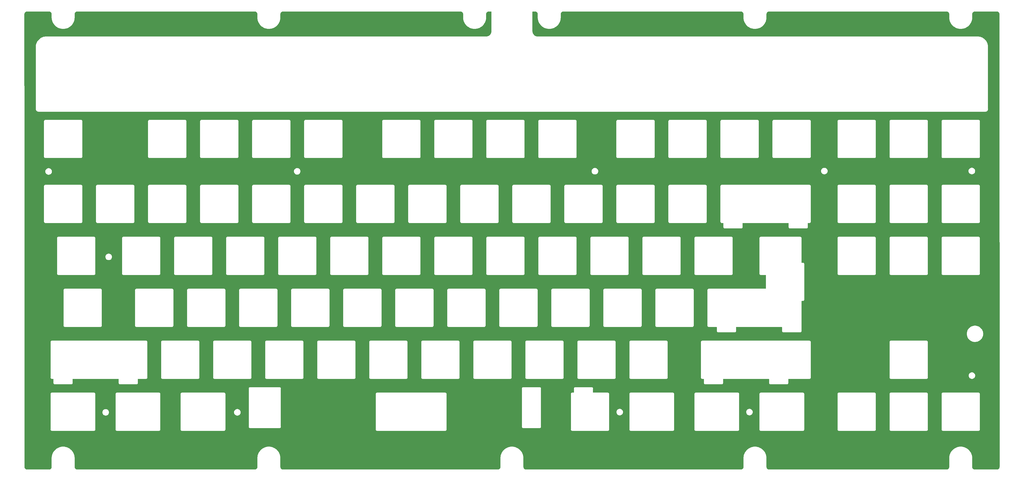
<source format=gbr>
%TF.GenerationSoftware,KiCad,Pcbnew,7.0.5*%
%TF.CreationDate,2023-07-12T21:57:34+02:00*%
%TF.ProjectId,Strata_Universal,53747261-7461-45f5-956e-697665727361,rev?*%
%TF.SameCoordinates,Original*%
%TF.FileFunction,Copper,L2,Bot*%
%TF.FilePolarity,Positive*%
%FSLAX46Y46*%
G04 Gerber Fmt 4.6, Leading zero omitted, Abs format (unit mm)*
G04 Created by KiCad (PCBNEW 7.0.5) date 2023-07-12 21:57:34*
%MOMM*%
%LPD*%
G01*
G04 APERTURE LIST*
G04 APERTURE END LIST*
%TA.AperFunction,NonConductor*%
G36*
X-50849359Y201661546D02*
G01*
X-50843955Y201661310D01*
X-50801166Y201657568D01*
X-50791425Y201656609D01*
X-50674897Y201645135D01*
X-50654962Y201641509D01*
X-50589343Y201623931D01*
X-50587435Y201623387D01*
X-50514208Y201601177D01*
X-50495103Y201595383D01*
X-50478695Y201589106D01*
X-50411344Y201557705D01*
X-50408320Y201556193D01*
X-50324353Y201511318D01*
X-50318012Y201507424D01*
X-50251869Y201461117D01*
X-50248096Y201458255D01*
X-50175879Y201398996D01*
X-50171368Y201394908D01*
X-50113883Y201337433D01*
X-50109796Y201332924D01*
X-50050536Y201260729D01*
X-50047697Y201256988D01*
X-50001331Y201190783D01*
X-49997448Y201184463D01*
X-49952625Y201100625D01*
X-49951112Y201097600D01*
X-49919628Y201030097D01*
X-49913349Y201013693D01*
X-49885423Y200921675D01*
X-49884887Y200919797D01*
X-49870821Y200867325D01*
X-49867206Y200853837D01*
X-49863576Y200833898D01*
X-49851158Y200707911D01*
X-49847391Y200664905D01*
X-49847154Y200659516D01*
X-49846959Y199461826D01*
X-49846959Y199461326D01*
X-49846926Y199261231D01*
X-49825751Y199039858D01*
X-49825545Y199037005D01*
X-49821493Y198954794D01*
X-49815962Y198937517D01*
X-49808821Y198862861D01*
X-49763910Y198630043D01*
X-49763472Y198627476D01*
X-49752226Y198551744D01*
X-49746019Y198537298D01*
X-49733021Y198469916D01*
X-49661707Y198227189D01*
X-49661064Y198224826D01*
X-49644146Y198157331D01*
X-49637764Y198145698D01*
X-49620212Y198085956D01*
X-49620206Y198085942D01*
X-49620205Y198085937D01*
X-49566648Y197952223D01*
X-49519692Y197834989D01*
X-49518885Y197832857D01*
X-49498271Y197775274D01*
X-49492206Y197766362D01*
X-49471423Y197714473D01*
X-49471413Y197714451D01*
X-49470326Y197712344D01*
X-49338609Y197456952D01*
X-49337700Y197455111D01*
X-49315958Y197409160D01*
X-49310697Y197402832D01*
X-49287981Y197358785D01*
X-49287974Y197358774D01*
X-49287357Y197357815D01*
X-49119514Y197096739D01*
X-49118512Y197095125D01*
X-49098934Y197062474D01*
X-49094937Y197058510D01*
X-49094246Y197057435D01*
X-49071563Y197022152D01*
X-48863448Y196757602D01*
X-48862385Y196756211D01*
X-48849247Y196738503D01*
X-48846936Y196736613D01*
X-48824144Y196707639D01*
X-48824138Y196707633D01*
X-48824136Y196707630D01*
X-48686232Y196563048D01*
X-48571496Y196442755D01*
X-48570429Y196441609D01*
X-48569257Y196440316D01*
X-48569012Y196440151D01*
X-48547927Y196418045D01*
X-48245442Y196156026D01*
X-47919788Y195924208D01*
X-47919417Y195923944D01*
X-47919414Y195923942D01*
X-47572833Y195723918D01*
X-47572811Y195723907D01*
X-47208762Y195557723D01*
X-46830560Y195426895D01*
X-46441645Y195332612D01*
X-46045506Y195275722D01*
X-45822820Y195265151D01*
X-45645774Y195256746D01*
X-45645768Y195256746D01*
X-45645763Y195256746D01*
X-45246038Y195275853D01*
X-45246034Y195275853D01*
X-44901728Y195325414D01*
X-44849935Y195332870D01*
X-44849933Y195332870D01*
X-44849929Y195332871D01*
X-44461042Y195427282D01*
X-44082882Y195558233D01*
X-43718885Y195724536D01*
X-43372356Y195924681D01*
X-43372344Y195924688D01*
X-43046407Y196156867D01*
X-43046393Y196156878D01*
X-42744000Y196418989D01*
X-42743995Y196418995D01*
X-42722919Y196441106D01*
X-42722713Y196441224D01*
X-42721467Y196442600D01*
X-42720406Y196443741D01*
X-42467888Y196708661D01*
X-42467875Y196708676D01*
X-42445089Y196737660D01*
X-42443162Y196739032D01*
X-42429617Y196757302D01*
X-42428554Y196758694D01*
X-42220551Y197023281D01*
X-42197199Y197059631D01*
X-42193824Y197062555D01*
X-42173618Y197096279D01*
X-42172598Y197097924D01*
X-42004246Y197359978D01*
X-41981550Y197404021D01*
X-41977054Y197408737D01*
X-41954567Y197456302D01*
X-41953629Y197458202D01*
X-41820934Y197715699D01*
X-41820925Y197715720D01*
X-41800162Y197767607D01*
X-41794893Y197774308D01*
X-41773519Y197834075D01*
X-41772702Y197836231D01*
X-41672258Y198087248D01*
X-41672255Y198087256D01*
X-41654725Y198146994D01*
X-41649047Y198155831D01*
X-41631443Y198226156D01*
X-41630790Y198228559D01*
X-41559573Y198471249D01*
X-41546596Y198538640D01*
X-41540895Y198549701D01*
X-41529173Y198628816D01*
X-41528724Y198631453D01*
X-41483904Y198864202D01*
X-41483900Y198864234D01*
X-41476781Y198938917D01*
X-41471451Y198952236D01*
X-41467234Y199038382D01*
X-41467028Y199041234D01*
X-41445927Y199262587D01*
X-41445959Y199462705D01*
X-41445959Y199463185D01*
X-41446152Y200659108D01*
X-41445917Y200664515D01*
X-41442188Y200707215D01*
X-41429756Y200833625D01*
X-41426130Y200853565D01*
X-41408584Y200919085D01*
X-41408027Y200921036D01*
X-41380640Y201011366D01*
X-41380004Y201013459D01*
X-41373728Y201029871D01*
X-41373622Y201030097D01*
X-41366879Y201044560D01*
X-41342350Y201097178D01*
X-41340839Y201100203D01*
X-41295929Y201184246D01*
X-41292034Y201190588D01*
X-41245741Y201256715D01*
X-41242880Y201260487D01*
X-41183598Y201332738D01*
X-41179509Y201337250D01*
X-41122030Y201394738D01*
X-41117519Y201398827D01*
X-41045320Y201458089D01*
X-41041547Y201460951D01*
X-40975342Y201507315D01*
X-40969002Y201511210D01*
X-40885208Y201556006D01*
X-40882182Y201557519D01*
X-40814592Y201589039D01*
X-40798186Y201595318D01*
X-40706366Y201623176D01*
X-40704413Y201623734D01*
X-40638284Y201641455D01*
X-40618331Y201645085D01*
X-40492510Y201657466D01*
X-40449344Y201661242D01*
X-40443938Y201661478D01*
X24472642Y201661067D01*
X24478044Y201660831D01*
X24520740Y201657098D01*
X24555732Y201653653D01*
X24647115Y201644655D01*
X24667050Y201641029D01*
X24732574Y201623476D01*
X24734526Y201622919D01*
X24826919Y201594898D01*
X24843327Y201588621D01*
X24910626Y201557244D01*
X24913651Y201555732D01*
X24997673Y201510830D01*
X25004013Y201506935D01*
X25070096Y201460672D01*
X25073868Y201457811D01*
X25146159Y201398493D01*
X25150670Y201394405D01*
X25208090Y201336995D01*
X25212178Y201332485D01*
X25271491Y201260228D01*
X25274354Y201256455D01*
X25320656Y201190341D01*
X25324551Y201184003D01*
X25369421Y201100083D01*
X25370931Y201097063D01*
X25376390Y201085362D01*
X25402376Y201029650D01*
X25408655Y201013245D01*
X25436611Y200921129D01*
X25437169Y200919177D01*
X25454804Y200853395D01*
X25458436Y200833438D01*
X25470997Y200705875D01*
X25474608Y200664664D01*
X25474845Y200659259D01*
X25475032Y199512216D01*
X25475031Y199512212D01*
X25475071Y199260757D01*
X25496252Y199039317D01*
X25496458Y199036467D01*
X25500511Y198954270D01*
X25506036Y198937019D01*
X25513173Y198862406D01*
X25513178Y198862372D01*
X25558078Y198629615D01*
X25558527Y198626979D01*
X25569773Y198551254D01*
X25575981Y198536806D01*
X25588976Y198469438D01*
X25588982Y198469413D01*
X25660287Y198226722D01*
X25660941Y198224319D01*
X25677860Y198156823D01*
X25684239Y198145198D01*
X25701786Y198085475D01*
X25701792Y198085457D01*
X25802312Y197834493D01*
X25803129Y197832337D01*
X25823737Y197774769D01*
X25829798Y197765868D01*
X25850580Y197713981D01*
X25850584Y197713972D01*
X25983380Y197456488D01*
X25984320Y197454586D01*
X26006054Y197408653D01*
X26011309Y197402335D01*
X26034019Y197358301D01*
X26202466Y197096285D01*
X26203487Y197094641D01*
X26223067Y197061987D01*
X26227066Y197058022D01*
X26250434Y197021672D01*
X26458533Y196757143D01*
X26459596Y196755752D01*
X26472751Y196738020D01*
X26475064Y196736129D01*
X26497858Y196707154D01*
X26497862Y196707150D01*
X26747815Y196445092D01*
X26750512Y196442265D01*
X26751575Y196441122D01*
X26752750Y196439826D01*
X26752991Y196439665D01*
X26774066Y196417569D01*
X26774086Y196417550D01*
X27076549Y196155552D01*
X27076555Y196155547D01*
X27076557Y196155546D01*
X27078132Y196154425D01*
X27402580Y195923466D01*
X27749174Y195723433D01*
X27749186Y195723427D01*
X28113235Y195557243D01*
X28491438Y195426415D01*
X28880352Y195332132D01*
X29276491Y195275242D01*
X29522867Y195263546D01*
X29676225Y195256266D01*
X29676229Y195256266D01*
X29676235Y195256266D01*
X30075960Y195275373D01*
X30075964Y195275373D01*
X30371084Y195317854D01*
X30472065Y195332390D01*
X30472067Y195332390D01*
X30472070Y195332391D01*
X30672492Y195381048D01*
X30860958Y195426802D01*
X31054150Y195493702D01*
X31239116Y195557753D01*
X31603107Y195724054D01*
X31603118Y195724060D01*
X31949634Y195924195D01*
X31949654Y195924208D01*
X31950328Y195924688D01*
X32275601Y196156393D01*
X32575598Y196416428D01*
X32577999Y196418509D01*
X32578001Y196418511D01*
X32599079Y196440625D01*
X32599283Y196440742D01*
X32600518Y196442105D01*
X32601587Y196443255D01*
X32854111Y196708179D01*
X32854118Y196708188D01*
X32876913Y196737184D01*
X32878838Y196738555D01*
X32892364Y196756799D01*
X32893399Y196758156D01*
X33101445Y197022797D01*
X33124806Y197059161D01*
X33128179Y197062085D01*
X33148371Y197095785D01*
X33149392Y197097431D01*
X33150434Y197099052D01*
X33317749Y197359492D01*
X33317999Y197359978D01*
X33340456Y197403555D01*
X33344949Y197408268D01*
X33367425Y197455810D01*
X33368364Y197457712D01*
X33369133Y197459203D01*
X33501068Y197715225D01*
X33521839Y197767134D01*
X33527109Y197773837D01*
X33548481Y197833598D01*
X33549298Y197835755D01*
X33649741Y198086769D01*
X33649883Y198087251D01*
X33667275Y198146520D01*
X33672955Y198155361D01*
X33690556Y198225678D01*
X33691210Y198228082D01*
X33761700Y198468294D01*
X33762426Y198470769D01*
X33762519Y198471249D01*
X33774689Y198534451D01*
X33775401Y198538150D01*
X33781102Y198549214D01*
X33792823Y198628320D01*
X33793267Y198630931D01*
X33838098Y198863738D01*
X33843374Y198919093D01*
X33845213Y198938377D01*
X33850544Y198951702D01*
X33854763Y199037881D01*
X33854966Y199040699D01*
X33869929Y199197676D01*
X33876072Y199262108D01*
X33876071Y199262111D01*
X33876073Y199262122D01*
X33876041Y199462216D01*
X33876041Y199462716D01*
X33875846Y200658636D01*
X33876080Y200664022D01*
X33879803Y200706649D01*
X33882079Y200729795D01*
X33892248Y200833171D01*
X33895869Y200853085D01*
X33913240Y200917949D01*
X33913377Y200918461D01*
X33913934Y200920413D01*
X33928093Y200967111D01*
X33942021Y201013041D01*
X33948294Y201029441D01*
X33973831Y201084224D01*
X33979564Y201096523D01*
X33981053Y201099505D01*
X34026148Y201183891D01*
X34030030Y201190213D01*
X34076096Y201256018D01*
X34078957Y201259790D01*
X34136904Y201330412D01*
X34138582Y201332456D01*
X34142664Y201336961D01*
X34143136Y201337433D01*
X34199761Y201394069D01*
X34204266Y201398153D01*
X34205223Y201398938D01*
X34213577Y201405795D01*
X34277037Y201457882D01*
X34280807Y201460743D01*
X34346386Y201506670D01*
X34352728Y201510567D01*
X34437523Y201555898D01*
X34440547Y201557410D01*
X34507073Y201588439D01*
X34523487Y201594720D01*
X34617309Y201623185D01*
X34619259Y201623742D01*
X34683347Y201640919D01*
X34703292Y201644550D01*
X34834563Y201657482D01*
X34872059Y201660764D01*
X34877468Y201661000D01*
X99794640Y201660587D01*
X99800044Y201660351D01*
X99842832Y201656609D01*
X99969101Y201644177D01*
X99989040Y201640550D01*
X100054674Y201622967D01*
X100056624Y201622410D01*
X100148867Y201594435D01*
X100165279Y201588156D01*
X100232774Y201556686D01*
X100235797Y201555175D01*
X100319575Y201510403D01*
X100325917Y201506507D01*
X100392282Y201460044D01*
X100396052Y201457184D01*
X100467953Y201398188D01*
X100472467Y201394097D01*
X100530306Y201336262D01*
X100534392Y201331756D01*
X100593164Y201260160D01*
X100596029Y201256384D01*
X100642845Y201189531D01*
X100646738Y201183195D01*
X100690948Y201100507D01*
X100692462Y201097479D01*
X100724520Y201028744D01*
X100730796Y201012344D01*
X100757966Y200922825D01*
X100758525Y200920869D01*
X100776867Y200852431D01*
X100780498Y200832471D01*
X100792278Y200712736D01*
X100796608Y200663282D01*
X100796845Y200657882D01*
X100797032Y199511737D01*
X100797031Y199511733D01*
X100797071Y199260278D01*
X100818252Y199038837D01*
X100818458Y199035987D01*
X100822511Y198953790D01*
X100828036Y198936539D01*
X100835173Y198861928D01*
X100835178Y198861896D01*
X100859921Y198733626D01*
X100879889Y198630114D01*
X100880079Y198629132D01*
X100880528Y198626496D01*
X100891773Y198550774D01*
X100897981Y198536326D01*
X100910974Y198468969D01*
X100910975Y198468965D01*
X100910977Y198468957D01*
X100911315Y198467808D01*
X100982276Y198226279D01*
X100982930Y198223876D01*
X100999852Y198156366D01*
X101006236Y198144731D01*
X101023785Y198085000D01*
X101023795Y198084971D01*
X101124326Y197833975D01*
X101125143Y197831820D01*
X101145740Y197774284D01*
X101151797Y197765388D01*
X101172577Y197713505D01*
X101305369Y197456026D01*
X101306309Y197454125D01*
X101328042Y197408193D01*
X101333301Y197401868D01*
X101355737Y197358366D01*
X101356022Y197357815D01*
X101524479Y197095786D01*
X101525500Y197094142D01*
X101545076Y197061494D01*
X101549069Y197057537D01*
X101572431Y197021198D01*
X101572433Y197021195D01*
X101780536Y196756660D01*
X101781599Y196755269D01*
X101794757Y196737533D01*
X101797070Y196735642D01*
X101819860Y196706672D01*
X101819863Y196706668D01*
X101957921Y196561925D01*
X102070456Y196443940D01*
X102072512Y196441785D01*
X102073575Y196440642D01*
X102074750Y196439346D01*
X102074991Y196439185D01*
X102096056Y196417100D01*
X102096076Y196417080D01*
X102245333Y196287791D01*
X102398556Y196155066D01*
X102400200Y196153896D01*
X102724580Y195922985D01*
X102724586Y195922981D01*
X103071164Y195722959D01*
X103071186Y195722948D01*
X103435241Y195556761D01*
X103435246Y195556759D01*
X103813437Y195425935D01*
X104202352Y195331652D01*
X104598491Y195274762D01*
X104844867Y195263066D01*
X104998225Y195255786D01*
X104998229Y195255786D01*
X104998235Y195255786D01*
X105397960Y195274893D01*
X105397964Y195274893D01*
X105693084Y195317374D01*
X105794065Y195331910D01*
X105794067Y195331910D01*
X105794070Y195331911D01*
X105996470Y195381048D01*
X106182958Y195426322D01*
X106377537Y195493702D01*
X106561117Y195557273D01*
X106925107Y195723574D01*
X106925118Y195723580D01*
X107271635Y195923715D01*
X107271644Y195923721D01*
X107271648Y195923724D01*
X107271655Y195923728D01*
X107597601Y196155914D01*
X107900001Y196418031D01*
X107900010Y196418040D01*
X107921086Y196440151D01*
X107921286Y196440267D01*
X107922508Y196441615D01*
X107923579Y196442767D01*
X108176110Y196707700D01*
X108176493Y196708186D01*
X108198718Y196736457D01*
X108198908Y196736699D01*
X108200836Y196738072D01*
X108214381Y196756340D01*
X108215444Y196757732D01*
X108328528Y196901580D01*
X108423445Y197022317D01*
X108445009Y197055883D01*
X108446804Y197058677D01*
X108450175Y197061599D01*
X108470357Y197095283D01*
X108471358Y197096898D01*
X108639749Y197359013D01*
X108640246Y197359978D01*
X108662450Y197403064D01*
X108666946Y197407780D01*
X108689436Y197455352D01*
X108690375Y197457254D01*
X108691380Y197459203D01*
X108823068Y197714745D01*
X108843839Y197766655D01*
X108849112Y197773362D01*
X108870486Y197833129D01*
X108871303Y197835285D01*
X108970760Y198083835D01*
X108971743Y198086292D01*
X108972025Y198087251D01*
X108989276Y198146040D01*
X108994954Y198154879D01*
X109012551Y198225180D01*
X109013204Y198227583D01*
X109084426Y198470290D01*
X109097235Y198536806D01*
X109097402Y198537674D01*
X109103103Y198548738D01*
X109114826Y198627853D01*
X109115275Y198630490D01*
X109159808Y198861754D01*
X109160098Y198863259D01*
X109167209Y198937859D01*
X109172540Y198951182D01*
X109176761Y199037370D01*
X109176967Y199040221D01*
X109198073Y199261628D01*
X109198072Y199261631D01*
X109198074Y199261642D01*
X109198041Y199461737D01*
X109198041Y199462237D01*
X109197846Y200658158D01*
X109198079Y200663528D01*
X109201807Y200706256D01*
X109214233Y200832667D01*
X109217857Y200852603D01*
X109218141Y200853664D01*
X109235430Y200918231D01*
X109235980Y200920157D01*
X109263630Y201011366D01*
X109263966Y201012476D01*
X109270242Y201028884D01*
X109270702Y201029871D01*
X109301724Y201096420D01*
X109303211Y201099395D01*
X109347991Y201183205D01*
X109351884Y201189543D01*
X109352681Y201190681D01*
X109398402Y201255990D01*
X109401247Y201259740D01*
X109460201Y201331595D01*
X109464292Y201336109D01*
X109465616Y201337433D01*
X109522241Y201394063D01*
X109526719Y201398122D01*
X109597155Y201455940D01*
X109598181Y201456782D01*
X109601958Y201459648D01*
X109669044Y201506622D01*
X109675379Y201510514D01*
X109757686Y201554517D01*
X109760718Y201556033D01*
X109761756Y201556517D01*
X109829906Y201588293D01*
X109846300Y201594565D01*
X109934961Y201621467D01*
X109936922Y201622027D01*
X110006283Y201640605D01*
X110026258Y201644235D01*
X110144660Y201655850D01*
X110195414Y201660284D01*
X110200812Y201660519D01*
X111034778Y201660515D01*
X111101817Y201640830D01*
X111147572Y201588026D01*
X111158777Y201536514D01*
X111158733Y194463039D01*
X111158600Y194458979D01*
X111153238Y194377243D01*
X111140241Y194195602D01*
X111139207Y194187922D01*
X111116038Y194071460D01*
X111084691Y193927379D01*
X111082818Y193920632D01*
X111042706Y193802472D01*
X111042095Y193800757D01*
X111027136Y193760654D01*
X110993046Y193669265D01*
X110990560Y193663507D01*
X110934274Y193549374D01*
X110933083Y193547081D01*
X110866973Y193426019D01*
X110864108Y193421286D01*
X110792829Y193314612D01*
X110790911Y193311901D01*
X110708762Y193202170D01*
X110705764Y193198472D01*
X110621025Y193101845D01*
X110618249Y193098881D01*
X110521275Y193001913D01*
X110518314Y192999141D01*
X110421997Y192914671D01*
X110418270Y192911649D01*
X110307754Y192828923D01*
X110305070Y192827024D01*
X110199417Y192756425D01*
X110194705Y192753573D01*
X110071760Y192686445D01*
X110069502Y192685273D01*
X109957417Y192629994D01*
X109951700Y192627526D01*
X109816567Y192577129D01*
X109814856Y192576520D01*
X109700483Y192537691D01*
X109693723Y192535815D01*
X109542338Y192502887D01*
X109433265Y192481186D01*
X109425625Y192480156D01*
X109230681Y192466154D01*
X109162101Y192461655D01*
X109158048Y192461523D01*
X-51812638Y192462546D01*
X-51812643Y192462548D01*
X-51863999Y192462548D01*
X-51864499Y192462548D01*
X-52050321Y192462550D01*
X-52271126Y192440804D01*
X-52273949Y192440591D01*
X-52350439Y192436583D01*
X-52366370Y192431424D01*
X-52420177Y192426125D01*
X-52670469Y192376340D01*
X-52672846Y192375916D01*
X-52733786Y192366264D01*
X-52744304Y192361654D01*
X-52784681Y192353623D01*
X-53068659Y192267481D01*
X-53070574Y192266934D01*
X-53108045Y192256894D01*
X-53113281Y192253945D01*
X-53140324Y192245743D01*
X-53466379Y192110689D01*
X-53467756Y192110140D01*
X-53469292Y192109550D01*
X-53469526Y192109385D01*
X-53483680Y192103523D01*
X-53811442Y191928333D01*
X-54120455Y191721860D01*
X-54407742Y191486093D01*
X-54670536Y191223302D01*
X-54906307Y190936019D01*
X-55112783Y190627008D01*
X-55287977Y190299248D01*
X-55293830Y190285117D01*
X-55293975Y190284936D01*
X-55294578Y190283366D01*
X-55295160Y190281905D01*
X-55430202Y189955894D01*
X-55438394Y189928888D01*
X-55441006Y189924902D01*
X-55451365Y189886243D01*
X-55451908Y189884337D01*
X-55538086Y189600253D01*
X-55546111Y189559908D01*
X-55550334Y189551834D01*
X-55560372Y189488458D01*
X-55560789Y189486120D01*
X-55610593Y189235749D01*
X-55615888Y189181988D01*
X-55620852Y189169693D01*
X-55625050Y189089618D01*
X-55625259Y189086839D01*
X-55647022Y188865894D01*
X-55647022Y188865889D01*
X-55647022Y188731534D01*
X-55647023Y188731530D01*
X-55647075Y180488408D01*
X-55647167Y165970003D01*
X-55651743Y165954420D01*
X-55647467Y165910999D01*
X-55647168Y165904918D01*
X-55647168Y165903381D01*
X-55647168Y165902881D01*
X-55647169Y165815348D01*
X-55646777Y165813126D01*
X-55636050Y165752287D01*
X-55637367Y165740473D01*
X-55630327Y165717267D01*
X-55628601Y165710040D01*
X-55616771Y165642943D01*
X-55616769Y165642938D01*
X-55616769Y165642936D01*
X-55588530Y165565347D01*
X-55587699Y165552285D01*
X-55579553Y165537044D01*
X-55572389Y165521001D01*
X-55556897Y165478435D01*
X-55512122Y165400881D01*
X-55508122Y165393954D01*
X-55504640Y165379603D01*
X-55494887Y165367719D01*
X-55483359Y165351063D01*
X-55469365Y165326824D01*
X-55469362Y165326820D01*
X-55469359Y165326815D01*
X-55466256Y165322383D01*
X-55466630Y165322120D01*
X-55457288Y165308302D01*
X-55455404Y165304777D01*
X-55436947Y165288189D01*
X-55397792Y165241525D01*
X-55391216Y165226499D01*
X-55380755Y165217914D01*
X-55364433Y165201769D01*
X-55356836Y165192715D01*
X-55347780Y165185116D01*
X-55331636Y165168795D01*
X-55327501Y165163756D01*
X-55308030Y165151761D01*
X-55261373Y165112611D01*
X-55251469Y165097725D01*
X-55241252Y165092264D01*
X-55227425Y165082915D01*
X-55227163Y165083290D01*
X-55222730Y165080185D01*
X-55198487Y165066189D01*
X-55181823Y165054655D01*
X-55174863Y165048943D01*
X-55155586Y165041419D01*
X-55071127Y164992656D01*
X-55071117Y164992651D01*
X-55028542Y164977155D01*
X-55012499Y164969991D01*
X-55002275Y164964526D01*
X-54984162Y164961001D01*
X-54906610Y164932774D01*
X-54906611Y164932774D01*
X-54839489Y164920939D01*
X-54832252Y164919210D01*
X-54814013Y164913677D01*
X-54797143Y164913472D01*
X-54734209Y164902375D01*
X-54646773Y164902375D01*
X-54644653Y164902374D01*
X-54638571Y164902076D01*
X-54602300Y164898502D01*
X-54579448Y164902374D01*
X291890761Y164900169D01*
X291908393Y164894991D01*
X291957017Y164899781D01*
X291963097Y164900080D01*
X292053547Y164900081D01*
X292085720Y164905755D01*
X292113957Y164910734D01*
X292126364Y164909351D01*
X292150917Y164916800D01*
X292158155Y164918529D01*
X292183818Y164923054D01*
X292225963Y164930487D01*
X292225968Y164930488D01*
X292302086Y164958195D01*
X292315476Y164959046D01*
X292331299Y164967504D01*
X292347342Y164974668D01*
X292390477Y164990369D01*
X292474046Y165038621D01*
X292488599Y165042152D01*
X292500763Y165052135D01*
X292517425Y165063668D01*
X292542093Y165077911D01*
X292546530Y165081018D01*
X292546768Y165080676D01*
X292560922Y165090247D01*
X292564559Y165092191D01*
X292581260Y165110778D01*
X292626813Y165149005D01*
X292641965Y165155637D01*
X292650688Y165166266D01*
X292666833Y165182588D01*
X292676202Y165190450D01*
X292678103Y165192715D01*
X292684063Y165199819D01*
X292700388Y165215968D01*
X292705560Y165220212D01*
X292717666Y165239869D01*
X292755955Y165285504D01*
X292770919Y165295460D01*
X292776442Y165305793D01*
X292785973Y165319890D01*
X292785627Y165320133D01*
X292788733Y165324570D01*
X292802934Y165349169D01*
X292814470Y165365839D01*
X292820335Y165372986D01*
X292827954Y165392510D01*
X292876263Y165476192D01*
X292891901Y165519163D01*
X292899066Y165535210D01*
X292904702Y165545756D01*
X292908288Y165564195D01*
X292908708Y165565347D01*
X292936133Y165640710D01*
X292948032Y165708214D01*
X292949762Y165715455D01*
X292955479Y165734302D01*
X292955688Y165751650D01*
X292957266Y165760603D01*
X292966524Y165813126D01*
X292966519Y165900663D01*
X292966519Y165901163D01*
X292966519Y165902669D01*
X292966819Y165908766D01*
X292970453Y165945588D01*
X292966519Y165968807D01*
X292966519Y165970005D01*
X292966663Y188626479D01*
X292966676Y188626521D01*
X292966677Y188677853D01*
X292966680Y188863676D01*
X292944901Y189084815D01*
X292944689Y189087633D01*
X292940688Y189163983D01*
X292935540Y189179876D01*
X292930258Y189233516D01*
X292930257Y189233522D01*
X292930256Y189233533D01*
X292880395Y189484211D01*
X292879971Y189486589D01*
X292870347Y189547355D01*
X292865749Y189557846D01*
X292857755Y189598037D01*
X292857753Y189598046D01*
X292771457Y189882536D01*
X292770899Y189884487D01*
X292760940Y189921655D01*
X292758014Y189926853D01*
X292749876Y189953683D01*
X292614572Y190280344D01*
X292613967Y190281858D01*
X292613548Y190282948D01*
X292613413Y190283141D01*
X292607659Y190297033D01*
X292607658Y190297033D01*
X292607656Y190297040D01*
X292432465Y190624804D01*
X292225992Y190933818D01*
X291990224Y191221106D01*
X291727432Y191483900D01*
X291440146Y191719671D01*
X291131134Y191926147D01*
X290803372Y192101341D01*
X290789538Y192107071D01*
X290789399Y192107183D01*
X290788344Y192107588D01*
X290786903Y192108162D01*
X290460016Y192243564D01*
X290433284Y192251672D01*
X290429339Y192254258D01*
X290391082Y192264509D01*
X290389170Y192265054D01*
X290104373Y192351447D01*
X290064281Y192359421D01*
X290056244Y192363625D01*
X289993167Y192373616D01*
X289990770Y192374044D01*
X289927052Y192386718D01*
X289739868Y192423951D01*
X289686328Y192429224D01*
X289674080Y192434169D01*
X289594226Y192438360D01*
X289591432Y192438570D01*
X289370011Y192460378D01*
X289184241Y192460377D01*
X128211526Y192461400D01*
X128211522Y192461402D01*
X128161691Y192461402D01*
X128157641Y192461534D01*
X128075786Y192466901D01*
X127894224Y192479888D01*
X127886590Y192480917D01*
X127770020Y192504106D01*
X127626028Y192535432D01*
X127619348Y192537285D01*
X127500849Y192577513D01*
X127499353Y192578045D01*
X127367956Y192627055D01*
X127362263Y192629513D01*
X127247723Y192685999D01*
X127245514Y192687146D01*
X127124795Y192753066D01*
X127120118Y192755897D01*
X127012896Y192827543D01*
X127010286Y192829390D01*
X126901077Y192911145D01*
X126897397Y192914129D01*
X126800106Y192999453D01*
X126797207Y193002167D01*
X126700951Y193098426D01*
X126698218Y193101344D01*
X126612912Y193198619D01*
X126609956Y193202265D01*
X126528116Y193311592D01*
X126526285Y193314180D01*
X126454700Y193421318D01*
X126451866Y193425998D01*
X126385868Y193546871D01*
X126384729Y193549064D01*
X126328336Y193663421D01*
X126325861Y193669152D01*
X126276779Y193800755D01*
X126276179Y193802443D01*
X126271408Y193816498D01*
X126236108Y193920490D01*
X126234238Y193927233D01*
X126233133Y193932311D01*
X126202783Y194071838D01*
X126179723Y194187775D01*
X126178696Y194195399D01*
X126165836Y194374938D01*
X126160313Y194459222D01*
X126160180Y194463278D01*
X126160200Y197775274D01*
X126160223Y201536419D01*
X126179908Y201603458D01*
X126232712Y201649213D01*
X126284224Y201660418D01*
X127119348Y201660413D01*
X127124743Y201660177D01*
X127136494Y201659150D01*
X127167453Y201656442D01*
X127258958Y201647434D01*
X127293803Y201644004D01*
X127313740Y201640377D01*
X127379374Y201622794D01*
X127381323Y201622237D01*
X127473571Y201594261D01*
X127489982Y201587983D01*
X127557472Y201556517D01*
X127560496Y201555006D01*
X127644276Y201510233D01*
X127650618Y201506337D01*
X127716983Y201459874D01*
X127720753Y201457014D01*
X127792664Y201398011D01*
X127797177Y201393921D01*
X127855010Y201336096D01*
X127859096Y201331589D01*
X127917877Y201259983D01*
X127920742Y201256208D01*
X127967562Y201189352D01*
X127971455Y201183016D01*
X128015652Y201100360D01*
X128017166Y201097332D01*
X128049238Y201028569D01*
X128055515Y201012169D01*
X128082691Y200922632D01*
X128083250Y200920676D01*
X128101581Y200852284D01*
X128105215Y200832308D01*
X128117183Y200710515D01*
X128121306Y200663433D01*
X128121543Y200658032D01*
X128121739Y199448290D01*
X128121743Y199448248D01*
X128121774Y199260104D01*
X128142940Y199038825D01*
X128143146Y199035973D01*
X128147197Y198953767D01*
X128152728Y198936481D01*
X128159876Y198861754D01*
X128159879Y198861729D01*
X128159880Y198861728D01*
X128204497Y198630436D01*
X128204758Y198629086D01*
X128205207Y198626450D01*
X128216461Y198550670D01*
X128222673Y198536214D01*
X128235678Y198468798D01*
X128235684Y198468771D01*
X128306944Y198226230D01*
X128307598Y198223828D01*
X128324535Y198156261D01*
X128330923Y198144615D01*
X128348488Y198084828D01*
X128348496Y198084805D01*
X128448959Y197833983D01*
X128449776Y197831827D01*
X128470410Y197774188D01*
X128476478Y197765276D01*
X128497284Y197713329D01*
X128497288Y197713320D01*
X128629997Y197456005D01*
X128630937Y197454104D01*
X128652713Y197408081D01*
X128657975Y197401756D01*
X128680719Y197357657D01*
X128680730Y197357637D01*
X128849057Y197095812D01*
X128850079Y197094167D01*
X128869719Y197061411D01*
X128873729Y197057435D01*
X128873851Y197057246D01*
X128896303Y197022322D01*
X128897140Y197021021D01*
X129105126Y196756634D01*
X129106188Y196755244D01*
X129119404Y196737432D01*
X129121726Y196735534D01*
X129144571Y196706494D01*
X129397035Y196441804D01*
X129398095Y196440665D01*
X129399383Y196439244D01*
X129399640Y196439073D01*
X129420759Y196416932D01*
X129420780Y196416911D01*
X129570110Y196287559D01*
X129723260Y196154897D01*
X129882425Y196041595D01*
X130049284Y195922816D01*
X130049290Y195922812D01*
X130395867Y195722791D01*
X130395889Y195722780D01*
X130759943Y195556594D01*
X131138145Y195425765D01*
X131527050Y195331485D01*
X131923192Y195274595D01*
X132169567Y195262899D01*
X132322925Y195255619D01*
X132322929Y195255619D01*
X132322935Y195255619D01*
X132722660Y195274726D01*
X132722664Y195274726D01*
X133017782Y195317207D01*
X133118764Y195331743D01*
X133118766Y195331743D01*
X133118769Y195331744D01*
X133319879Y195380568D01*
X133507656Y195426155D01*
X133702718Y195493702D01*
X133885814Y195557105D01*
X134249805Y195723406D01*
X134249816Y195723412D01*
X134249853Y195723433D01*
X134301032Y195752992D01*
X134596341Y195923552D01*
X134596345Y195923555D01*
X134596352Y195923559D01*
X134922298Y196155745D01*
X135223541Y196416860D01*
X135224695Y196417860D01*
X135224700Y196417865D01*
X135245834Y196440037D01*
X135246049Y196440161D01*
X135247376Y196441625D01*
X135248440Y196442770D01*
X135499369Y196706023D01*
X135500812Y196707537D01*
X135523651Y196736589D01*
X135525592Y196737972D01*
X135539228Y196756362D01*
X135540291Y196757754D01*
X135748148Y197022155D01*
X135771541Y197058569D01*
X135774923Y197061500D01*
X135795176Y197095305D01*
X135796178Y197096919D01*
X135964445Y197358842D01*
X135987181Y197402961D01*
X135991682Y197407683D01*
X136014192Y197455297D01*
X136015131Y197457198D01*
X136147761Y197714567D01*
X136147764Y197714573D01*
X136168560Y197766545D01*
X136173837Y197773258D01*
X136195236Y197833094D01*
X136196053Y197835250D01*
X136221551Y197898971D01*
X136296439Y198086120D01*
X136296490Y198086292D01*
X136313991Y198145933D01*
X136319676Y198154783D01*
X136337294Y198225169D01*
X136337948Y198227573D01*
X136337951Y198227583D01*
X136409122Y198470116D01*
X136422109Y198537559D01*
X136427815Y198548632D01*
X136439545Y198627799D01*
X136439994Y198630436D01*
X136484795Y198863085D01*
X136491917Y198937799D01*
X136497253Y198951135D01*
X136501473Y199037364D01*
X136501676Y199040185D01*
X136522548Y199259137D01*
X136522769Y199261454D01*
X136522768Y199261457D01*
X136522770Y199261468D01*
X136522738Y199461562D01*
X136522738Y199462062D01*
X136522543Y200657992D01*
X136522777Y200663366D01*
X136526507Y200706096D01*
X136526575Y200706784D01*
X136538934Y200832495D01*
X136542558Y200852432D01*
X136560101Y200917949D01*
X136560642Y200919847D01*
X136588686Y201012349D01*
X136594961Y201028754D01*
X136595022Y201028884D01*
X136626334Y201096058D01*
X136627837Y201099065D01*
X136628671Y201100625D01*
X136672760Y201183138D01*
X136676653Y201189476D01*
X136722933Y201255586D01*
X136725793Y201259358D01*
X136785082Y201331619D01*
X136789165Y201336125D01*
X136846682Y201393652D01*
X136851188Y201397736D01*
X136922702Y201456439D01*
X136923296Y201456927D01*
X136927070Y201459790D01*
X136993408Y201506246D01*
X136999747Y201510140D01*
X137049079Y201536514D01*
X137083311Y201554815D01*
X137086304Y201556312D01*
X137132284Y201577754D01*
X137154182Y201587966D01*
X137170587Y201594243D01*
X137261827Y201621927D01*
X137263782Y201622485D01*
X137330504Y201640362D01*
X137350475Y201643993D01*
X137476561Y201656378D01*
X137519234Y201660110D01*
X137524639Y201660346D01*
X202441337Y201659934D01*
X202446741Y201659698D01*
X202489502Y201655959D01*
X202615807Y201643523D01*
X202635743Y201639897D01*
X202701293Y201622337D01*
X202703246Y201621780D01*
X202795609Y201593766D01*
X202812017Y201587489D01*
X202879299Y201556120D01*
X202882324Y201554608D01*
X202966378Y201509687D01*
X202972719Y201505792D01*
X203038775Y201459546D01*
X203042546Y201456685D01*
X203114846Y201397360D01*
X203119358Y201393271D01*
X203176777Y201335861D01*
X203180866Y201331350D01*
X203240175Y201259093D01*
X203243038Y201255321D01*
X203289338Y201189208D01*
X203293232Y201182869D01*
X203338097Y201098954D01*
X203339610Y201095929D01*
X203371053Y201028513D01*
X203377333Y201012106D01*
X203405281Y200920008D01*
X203405839Y200918056D01*
X203423482Y200852237D01*
X203427112Y200832300D01*
X203439488Y200706784D01*
X203443306Y200663191D01*
X203443543Y200657789D01*
X203443739Y199447811D01*
X203443743Y199447769D01*
X203443774Y199259625D01*
X203464933Y199038431D01*
X203465139Y199035578D01*
X203469191Y198953346D01*
X203474726Y198936047D01*
X203481881Y198861255D01*
X203481882Y198861245D01*
X203517043Y198678979D01*
X203526469Y198630114D01*
X203526724Y198628796D01*
X203527174Y198626159D01*
X203538438Y198550299D01*
X203544658Y198535826D01*
X203557680Y198468321D01*
X203557686Y198468294D01*
X203628856Y198226061D01*
X203629510Y198223658D01*
X203646484Y198155940D01*
X203652885Y198144274D01*
X203670492Y198084347D01*
X203670498Y198084329D01*
X203770793Y197833926D01*
X203771610Y197831770D01*
X203792316Y197773928D01*
X203798407Y197764983D01*
X203819286Y197712854D01*
X203819290Y197712845D01*
X203951707Y197456096D01*
X203952647Y197454195D01*
X203974559Y197407885D01*
X203979857Y197401516D01*
X204002727Y197357173D01*
X204002728Y197357171D01*
X204170602Y197096049D01*
X204171624Y197094404D01*
X204191491Y197061269D01*
X204195549Y197057246D01*
X204219138Y197020554D01*
X204426383Y196757110D01*
X204427446Y196755718D01*
X204441064Y196737361D01*
X204443454Y196735409D01*
X204466568Y196706027D01*
X204466571Y196706023D01*
X204718003Y196442417D01*
X204719063Y196441276D01*
X204720939Y196439207D01*
X204721286Y196438975D01*
X204742782Y196416438D01*
X204742793Y196416428D01*
X205045254Y196154431D01*
X205045260Y196154426D01*
X205045262Y196154425D01*
X205158139Y196074073D01*
X205371286Y195922345D01*
X205371292Y195922341D01*
X205717869Y195722320D01*
X205717891Y195722309D01*
X206081939Y195556125D01*
X206460139Y195425297D01*
X206460146Y195425295D01*
X206849051Y195331015D01*
X207245192Y195274125D01*
X207491567Y195262429D01*
X207644925Y195255149D01*
X207644929Y195255149D01*
X207644935Y195255149D01*
X208044658Y195274256D01*
X208044662Y195274256D01*
X208339780Y195316737D01*
X208440762Y195331273D01*
X208440765Y195331273D01*
X208440773Y195331275D01*
X208829641Y195425680D01*
X208829649Y195425682D01*
X208829654Y195425684D01*
X209053381Y195503157D01*
X209207812Y195556634D01*
X209571802Y195722934D01*
X209571813Y195722940D01*
X209573507Y195723918D01*
X209746501Y195823834D01*
X209918340Y195923082D01*
X209918346Y195923086D01*
X209918348Y195923087D01*
X210084712Y196041595D01*
X210244282Y196155263D01*
X210244287Y196155267D01*
X210244294Y196155272D01*
X210544988Y196415909D01*
X210546691Y196417385D01*
X210546692Y196417386D01*
X210546694Y196417388D01*
X210568755Y196440532D01*
X210569148Y196440759D01*
X210572030Y196443940D01*
X210573056Y196445045D01*
X210822808Y196707062D01*
X210846441Y196737124D01*
X210848543Y196738621D01*
X210863346Y196758588D01*
X210864379Y196759942D01*
X211070137Y197021671D01*
X211094196Y197059120D01*
X211097719Y197062174D01*
X211118828Y197097406D01*
X211119849Y197099052D01*
X211178620Y197190533D01*
X211286441Y197358366D01*
X211309707Y197403514D01*
X211314331Y197408365D01*
X211337466Y197457300D01*
X211338386Y197459166D01*
X211469761Y197714096D01*
X211490965Y197767086D01*
X211496344Y197773928D01*
X211518164Y197834943D01*
X211518981Y197837100D01*
X211543739Y197898971D01*
X211618436Y198085642D01*
X211636275Y198146433D01*
X211642041Y198155409D01*
X211659915Y198226816D01*
X211660569Y198229220D01*
X211674715Y198277425D01*
X211731120Y198469638D01*
X211744289Y198538028D01*
X211750062Y198549231D01*
X211761930Y198629329D01*
X211762379Y198631966D01*
X211806793Y198862606D01*
X211813954Y198937725D01*
X211819376Y198951276D01*
X211823642Y199038667D01*
X211823849Y199041529D01*
X211825661Y199060530D01*
X211844640Y199259625D01*
X211844769Y199260974D01*
X211844768Y199260977D01*
X211844770Y199260988D01*
X211844738Y199461082D01*
X211844738Y199461582D01*
X211844543Y200657511D01*
X211844777Y200662888D01*
X211848501Y200705543D01*
X211860938Y200832022D01*
X211864563Y200851957D01*
X211865067Y200853837D01*
X211882101Y200917451D01*
X211882658Y200919401D01*
X211882695Y200919523D01*
X211910692Y201011865D01*
X211916960Y201028252D01*
X211948347Y201095585D01*
X211949847Y201098586D01*
X211994771Y201182658D01*
X211998656Y201188981D01*
X212032615Y201237490D01*
X212044955Y201255118D01*
X212047793Y201258860D01*
X212107086Y201331124D01*
X212111169Y201335630D01*
X212168689Y201393158D01*
X212173199Y201397246D01*
X212196417Y201416304D01*
X212245324Y201456449D01*
X212249067Y201459288D01*
X212285824Y201485029D01*
X212315411Y201505747D01*
X212321749Y201509641D01*
X212405304Y201554310D01*
X212408331Y201555824D01*
X212452889Y201576603D01*
X212476190Y201587470D01*
X212492592Y201593746D01*
X212583843Y201621431D01*
X212585797Y201621989D01*
X212652515Y201639865D01*
X212672473Y201643495D01*
X212797127Y201655752D01*
X212841461Y201659630D01*
X212846866Y201659866D01*
X277763339Y201659454D01*
X277768742Y201659218D01*
X277811492Y201655480D01*
X277830738Y201653585D01*
X277937804Y201643044D01*
X277957742Y201639418D01*
X278023278Y201621861D01*
X278025229Y201621304D01*
X278117615Y201593285D01*
X278134024Y201587008D01*
X278201308Y201555638D01*
X278204332Y201554126D01*
X278288380Y201509210D01*
X278294720Y201505315D01*
X278360779Y201459069D01*
X278364551Y201456207D01*
X278436856Y201396878D01*
X278441367Y201392790D01*
X278498784Y201335384D01*
X278502873Y201330873D01*
X278562190Y201258608D01*
X278565051Y201254837D01*
X278611346Y201188734D01*
X278615242Y201182394D01*
X278660112Y201098470D01*
X278661625Y201095445D01*
X278693068Y201028033D01*
X278699347Y201011628D01*
X278727300Y200919523D01*
X278727858Y200917570D01*
X278745495Y200851773D01*
X278749126Y200831826D01*
X278761623Y200704974D01*
X278765307Y200662924D01*
X278765543Y200657533D01*
X278765544Y200657016D01*
X278765729Y199510677D01*
X278765654Y199510421D01*
X278765693Y199259141D01*
X278787019Y199036177D01*
X278787225Y199033326D01*
X278791244Y198951782D01*
X278796730Y198934649D01*
X278803798Y198860753D01*
X278848998Y198626443D01*
X278849448Y198623807D01*
X278860589Y198548776D01*
X278866743Y198534451D01*
X278879596Y198467817D01*
X278879599Y198467808D01*
X278951336Y198223638D01*
X278951989Y198221235D01*
X278968740Y198154405D01*
X278975062Y198142883D01*
X278992406Y198083848D01*
X278992410Y198083835D01*
X279093524Y197831383D01*
X279094341Y197829228D01*
X279114691Y197772381D01*
X279120674Y197763594D01*
X279141196Y197712358D01*
X279141202Y197712344D01*
X279274684Y197453526D01*
X279275623Y197451625D01*
X279297035Y197406371D01*
X279302220Y197400135D01*
X279324635Y197356673D01*
X279324637Y197356669D01*
X279493899Y197093385D01*
X279494921Y197091740D01*
X279514091Y197059767D01*
X279518008Y197055883D01*
X279541051Y197020041D01*
X279541055Y197020035D01*
X279663438Y196864464D01*
X279748985Y196755718D01*
X279749998Y196754431D01*
X279751061Y196753039D01*
X279763777Y196735899D01*
X279766011Y196734075D01*
X279787703Y196706501D01*
X279788488Y196705503D01*
X279903052Y196585389D01*
X280042008Y196439704D01*
X280043063Y196438570D01*
X280043756Y196437805D01*
X280043930Y196437689D01*
X280064694Y196415920D01*
X280064700Y196415914D01*
X280064706Y196415909D01*
X280367180Y196153896D01*
X280693215Y195921808D01*
X281039822Y195721768D01*
X281403884Y195555578D01*
X281403889Y195555576D01*
X281782084Y195424750D01*
X282171003Y195330466D01*
X282567147Y195273575D01*
X282813526Y195261879D01*
X282966885Y195254599D01*
X282966889Y195254599D01*
X282966895Y195254599D01*
X283366625Y195273706D01*
X283366629Y195273706D01*
X283661750Y195316187D01*
X283762734Y195330724D01*
X283762736Y195330724D01*
X283762739Y195330725D01*
X283845907Y195350916D01*
X284151631Y195425137D01*
X284217705Y195448017D01*
X284529788Y195556087D01*
X284893795Y195722396D01*
X285240340Y195922549D01*
X285240343Y195922551D01*
X285566276Y196154729D01*
X285566282Y196154734D01*
X285566289Y196154739D01*
X285868692Y196416860D01*
X285890585Y196439829D01*
X285890947Y196440038D01*
X285893551Y196442911D01*
X285894619Y196444060D01*
X286144804Y196706532D01*
X286144806Y196706535D01*
X286144810Y196706539D01*
X286168330Y196736458D01*
X286170404Y196737935D01*
X286185004Y196757627D01*
X286186067Y196759020D01*
X286186824Y196759982D01*
X286268115Y196863388D01*
X286392137Y197021148D01*
X286392145Y197021159D01*
X286416124Y197058486D01*
X286419630Y197061525D01*
X286440640Y197096592D01*
X286441662Y197098239D01*
X286442185Y197099052D01*
X286502002Y197192164D01*
X286608443Y197357848D01*
X286611729Y197364226D01*
X286631664Y197402909D01*
X286636278Y197407750D01*
X286659363Y197456579D01*
X286660302Y197458482D01*
X286700223Y197535949D01*
X286791767Y197713591D01*
X286791776Y197713613D01*
X286812944Y197766512D01*
X286818314Y197773344D01*
X286840102Y197834267D01*
X286840918Y197836424D01*
X286841189Y197837100D01*
X286940442Y198085142D01*
X286940535Y198085457D01*
X286944976Y198100596D01*
X286958271Y198145902D01*
X286964037Y198154877D01*
X286981901Y198226250D01*
X286982545Y198228621D01*
X287053125Y198469144D01*
X287066290Y198537513D01*
X287072060Y198548711D01*
X287083923Y198628781D01*
X287084363Y198631371D01*
X287128797Y198862118D01*
X287135954Y198937209D01*
X287141377Y198950761D01*
X287145644Y199038166D01*
X287145850Y199041027D01*
X287147772Y199061183D01*
X287166687Y199259625D01*
X287166770Y199260491D01*
X287166769Y199260495D01*
X287166771Y199260506D01*
X287166738Y199460603D01*
X287166738Y199461103D01*
X287166543Y200657026D01*
X287166777Y200662410D01*
X287170505Y200705099D01*
X287182941Y200831544D01*
X287186564Y200851466D01*
X287204116Y200917008D01*
X287204650Y200918879D01*
X287232697Y201011377D01*
X287238965Y201027767D01*
X287270354Y201095101D01*
X287271841Y201098076D01*
X287316778Y201182168D01*
X287320655Y201188482D01*
X287366955Y201254617D01*
X287369816Y201258389D01*
X287370214Y201258874D01*
X287429105Y201330647D01*
X287433173Y201335135D01*
X287490693Y201392662D01*
X287495202Y201396749D01*
X287567314Y201455940D01*
X287571088Y201458803D01*
X287637409Y201505246D01*
X287643748Y201509140D01*
X287727314Y201553816D01*
X287730342Y201555330D01*
X287798194Y201586971D01*
X287814600Y201593249D01*
X287905839Y201620931D01*
X287907794Y201621489D01*
X287974533Y201639371D01*
X287994476Y201642999D01*
X288117672Y201655126D01*
X288163697Y201659150D01*
X288169100Y201659386D01*
X296177297Y201659337D01*
X296182710Y201659100D01*
X296225731Y201655331D01*
X296351658Y201642927D01*
X296371601Y201639297D01*
X296437857Y201621541D01*
X296439805Y201620985D01*
X296531353Y201593213D01*
X296547765Y201586934D01*
X296615769Y201555221D01*
X296618790Y201553710D01*
X296702026Y201509223D01*
X296708367Y201505328D01*
X296775119Y201458590D01*
X296778891Y201455729D01*
X296850445Y201397009D01*
X296854955Y201392922D01*
X296912962Y201334922D01*
X296917050Y201330412D01*
X296975767Y201258874D01*
X296978629Y201255103D01*
X297025396Y201188322D01*
X297029292Y201181982D01*
X297073720Y201098877D01*
X297075231Y201095855D01*
X297107022Y201027702D01*
X297113304Y201011290D01*
X297140994Y200920039D01*
X297141551Y200918091D01*
X297159404Y200851497D01*
X297163032Y200831589D01*
X297175030Y200710254D01*
X297179263Y200661980D01*
X297179500Y200656573D01*
X297206547Y34696120D01*
X297206312Y34690712D01*
X297205972Y34686823D01*
X297202573Y34647940D01*
X297190153Y34521653D01*
X297186526Y34501708D01*
X297168900Y34435900D01*
X297168343Y34433951D01*
X297140414Y34341842D01*
X297134135Y34325428D01*
X297102661Y34257917D01*
X297101149Y34254893D01*
X297056341Y34171044D01*
X297052446Y34164703D01*
X297006361Y34098873D01*
X297006096Y34098495D01*
X297003233Y34094722D01*
X296943980Y34022513D01*
X296939892Y34018002D01*
X296882438Y33960541D01*
X296877927Y33956451D01*
X296857252Y33939482D01*
X296805571Y33897065D01*
X296801861Y33894249D01*
X296735831Y33848007D01*
X296729521Y33844131D01*
X296645160Y33799037D01*
X296642160Y33797537D01*
X296575195Y33766305D01*
X296558792Y33760029D01*
X296465366Y33731689D01*
X296463598Y33731184D01*
X296398929Y33713853D01*
X296379041Y33710231D01*
X296252096Y33697695D01*
X296209690Y33693983D01*
X296204284Y33693748D01*
X288217584Y33693798D01*
X288217580Y33693800D01*
X288168437Y33693800D01*
X288163034Y33694036D01*
X288136752Y33696333D01*
X288120166Y33697784D01*
X287993995Y33710204D01*
X287974087Y33713826D01*
X287908137Y33731495D01*
X287906279Y33732025D01*
X287814249Y33759936D01*
X287797885Y33766197D01*
X287730072Y33797815D01*
X287727167Y33799268D01*
X287643573Y33843942D01*
X287637272Y33847811D01*
X287570644Y33894460D01*
X287566949Y33897264D01*
X287495191Y33956144D01*
X287490711Y33960203D01*
X287432711Y34018200D01*
X287428639Y34022693D01*
X287369940Y34094204D01*
X287367131Y34097905D01*
X287320215Y34164900D01*
X287316355Y34171182D01*
X287272125Y34253909D01*
X287270642Y34256874D01*
X287238573Y34325638D01*
X287232309Y34342007D01*
X287205031Y34431892D01*
X287204508Y34433724D01*
X287186233Y34501908D01*
X287182609Y34521820D01*
X287170843Y34641237D01*
X287166467Y34691233D01*
X287166230Y34696619D01*
X287165710Y37894119D01*
X287165708Y37906841D01*
X287165686Y37907035D01*
X287165656Y38094113D01*
X287165655Y38094119D01*
X287165655Y38094131D01*
X287156176Y38193208D01*
X287144530Y38314947D01*
X287144327Y38317764D01*
X287140262Y38400239D01*
X287134714Y38417560D01*
X287127547Y38492480D01*
X287082782Y38724531D01*
X287082339Y38727128D01*
X287071046Y38803176D01*
X287064812Y38817680D01*
X287051745Y38885421D01*
X286980715Y39127173D01*
X286980068Y39129553D01*
X286963036Y39197500D01*
X286956611Y39209213D01*
X286956159Y39210750D01*
X286939315Y39268082D01*
X286938937Y39269368D01*
X286938936Y39269368D01*
X286938934Y39269378D01*
X286838857Y39519234D01*
X286838056Y39521350D01*
X286817246Y39579480D01*
X286811128Y39588464D01*
X286790137Y39640872D01*
X286658056Y39896966D01*
X286657135Y39898831D01*
X286635055Y39945495D01*
X286629714Y39951920D01*
X286606701Y39996541D01*
X286439245Y40257010D01*
X286438259Y40258599D01*
X286418172Y40292101D01*
X286414070Y40296169D01*
X286390288Y40333162D01*
X286183598Y40595898D01*
X286182569Y40597246D01*
X286168648Y40616012D01*
X286166203Y40618011D01*
X286142860Y40647684D01*
X286142854Y40647691D01*
X286142415Y40648151D01*
X285892153Y40910529D01*
X285891121Y40911640D01*
X285888829Y40914168D01*
X285888424Y40914439D01*
X285866648Y40937270D01*
X285564164Y41199285D01*
X285238144Y41431361D01*
X285067528Y41529829D01*
X284891560Y41631386D01*
X284891549Y41631391D01*
X284891540Y41631397D01*
X284527490Y41797580D01*
X284149293Y41928406D01*
X283950033Y41976711D01*
X283760383Y42022687D01*
X283760376Y42022687D01*
X283760372Y42022689D01*
X283364250Y42079577D01*
X282964515Y42098553D01*
X282564785Y42079446D01*
X282168682Y42022430D01*
X281779792Y41928019D01*
X281420705Y41803673D01*
X281401631Y41797068D01*
X281037662Y41630779D01*
X281037651Y41630773D01*
X281037642Y41630769D01*
X280867746Y41532643D01*
X280691104Y41430621D01*
X280691103Y41430620D01*
X280365158Y41198438D01*
X280214121Y41067521D01*
X280062762Y40936326D01*
X280062755Y40936319D01*
X280040730Y40913213D01*
X280040343Y40912990D01*
X280037510Y40909862D01*
X280036468Y40908741D01*
X279786646Y40646652D01*
X279763068Y40616660D01*
X279760977Y40615171D01*
X279746265Y40595327D01*
X279745202Y40593935D01*
X279539684Y40332511D01*
X279539318Y40332046D01*
X279539315Y40332042D01*
X279515327Y40294703D01*
X279511815Y40291659D01*
X279490778Y40256547D01*
X279489757Y40254901D01*
X279323013Y39995353D01*
X279299821Y39950350D01*
X279295212Y39945515D01*
X279272154Y39896742D01*
X279271214Y39894839D01*
X279139697Y39639635D01*
X279139693Y39639625D01*
X279118560Y39586815D01*
X279113196Y39579993D01*
X279091443Y39519163D01*
X279090626Y39517006D01*
X278991024Y39268100D01*
X278991014Y39268071D01*
X278973238Y39207495D01*
X278967483Y39198537D01*
X278949656Y39127311D01*
X278949002Y39124907D01*
X278878332Y38884094D01*
X278865206Y38815930D01*
X278859450Y38804761D01*
X278847619Y38724906D01*
X278847170Y38722269D01*
X278802660Y38491134D01*
X278802656Y38491107D01*
X278795465Y38415673D01*
X278790084Y38402228D01*
X278785853Y38315543D01*
X278785646Y38312683D01*
X278764679Y38092747D01*
X278764710Y37892641D01*
X278764710Y37892161D01*
X278765230Y34696233D01*
X278764995Y34690832D01*
X278761297Y34648500D01*
X278761259Y34648064D01*
X278748839Y34521775D01*
X278745213Y34501832D01*
X278727580Y34435995D01*
X278727023Y34434043D01*
X278699102Y34341961D01*
X278692824Y34325550D01*
X278661346Y34258026D01*
X278659834Y34255000D01*
X278615029Y34171158D01*
X278611135Y34164818D01*
X278604621Y34155513D01*
X278564765Y34098582D01*
X278561932Y34094848D01*
X278504394Y34024728D01*
X278502671Y34022628D01*
X278498583Y34018117D01*
X278441125Y33960652D01*
X278436614Y33956562D01*
X278412523Y33936790D01*
X278364278Y33897192D01*
X278360542Y33894357D01*
X278294515Y33848118D01*
X278288193Y33844235D01*
X278203851Y33799152D01*
X278200850Y33797652D01*
X278133871Y33766414D01*
X278117470Y33760139D01*
X278024140Y33731830D01*
X278022224Y33731282D01*
X277957628Y33713971D01*
X277937718Y33710345D01*
X277810656Y33697801D01*
X277768385Y33694101D01*
X277762982Y33693866D01*
X212927076Y33694277D01*
X212927071Y33694279D01*
X212846439Y33694279D01*
X212841030Y33694515D01*
X212837271Y33694844D01*
X212798149Y33698269D01*
X212671986Y33710700D01*
X212652082Y33714322D01*
X212586272Y33731957D01*
X212584528Y33732455D01*
X212492177Y33760471D01*
X212475800Y33766737D01*
X212408456Y33798138D01*
X212405515Y33799608D01*
X212321380Y33844578D01*
X212315065Y33848457D01*
X212249090Y33894647D01*
X212245385Y33897458D01*
X212172813Y33957012D01*
X212168337Y33961068D01*
X212111183Y34018210D01*
X212107118Y34022694D01*
X212047337Y34095528D01*
X212044526Y34099231D01*
X211998652Y34164725D01*
X211994779Y34171028D01*
X211949216Y34256251D01*
X211947747Y34259189D01*
X211916915Y34325276D01*
X211910642Y34341663D01*
X211882044Y34435900D01*
X211881811Y34436669D01*
X211881265Y34438576D01*
X211864403Y34501450D01*
X211860774Y34521359D01*
X211848250Y34647940D01*
X211847693Y34653565D01*
X211844467Y34690323D01*
X211844230Y34695711D01*
X211843890Y36783807D01*
X211843702Y37945942D01*
X211843700Y37945951D01*
X211843674Y38094592D01*
X211843649Y38094850D01*
X211824757Y38292317D01*
X211822493Y38315977D01*
X211822290Y38318800D01*
X211818233Y38401066D01*
X211812702Y38418324D01*
X211812678Y38418579D01*
X211805562Y38492958D01*
X211760679Y38725604D01*
X211760231Y38728235D01*
X211748977Y38804008D01*
X211742765Y38818463D01*
X211742705Y38818774D01*
X211729756Y38885897D01*
X211658512Y39128374D01*
X211657859Y39130772D01*
X211640913Y39198371D01*
X211634522Y39210021D01*
X211634021Y39211725D01*
X211616943Y39269851D01*
X211516544Y39520505D01*
X211515730Y39522654D01*
X211495064Y39580380D01*
X211488988Y39589303D01*
X211468144Y39641343D01*
X211335547Y39898435D01*
X211334621Y39900308D01*
X211312792Y39946444D01*
X211307512Y39952793D01*
X211284714Y39996996D01*
X211284711Y39996999D01*
X211284707Y39997009D01*
X211116522Y40258607D01*
X211115547Y40260180D01*
X211095823Y40293074D01*
X211091795Y40297069D01*
X211068292Y40333627D01*
X210860686Y40597524D01*
X210859644Y40598889D01*
X210846209Y40616998D01*
X210843854Y40618921D01*
X210820860Y40648151D01*
X210568911Y40912295D01*
X210567884Y40913400D01*
X210566301Y40915146D01*
X210565997Y40915350D01*
X210544651Y40937730D01*
X210242167Y41199743D01*
X209916147Y41431818D01*
X209569543Y41631851D01*
X209205495Y41798033D01*
X208827299Y41928857D01*
X208669629Y41967079D01*
X208438390Y42023138D01*
X208438383Y42023138D01*
X208438379Y42023140D01*
X208042259Y42080027D01*
X207642525Y42099003D01*
X207242797Y42079896D01*
X206846695Y42022880D01*
X206646391Y41974253D01*
X206462766Y41929675D01*
X206457806Y41928471D01*
X206079652Y41797523D01*
X206079644Y41797519D01*
X206079643Y41797519D01*
X205715657Y41631223D01*
X205369121Y41431078D01*
X205369114Y41431073D01*
X205043183Y41198902D01*
X205043158Y41198883D01*
X204740778Y40936785D01*
X204740772Y40936780D01*
X204719036Y40913977D01*
X204718704Y40913785D01*
X204716359Y40911196D01*
X204715291Y40910047D01*
X204464669Y40647122D01*
X204464657Y40647108D01*
X204447754Y40625607D01*
X204442063Y40618367D01*
X204441300Y40617397D01*
X204439253Y40615939D01*
X204424863Y40596529D01*
X204423823Y40595167D01*
X204274881Y40405713D01*
X204218210Y40333626D01*
X204217333Y40332511D01*
X204195015Y40297772D01*
X204193495Y40295406D01*
X204190020Y40292394D01*
X204169205Y40257654D01*
X204168188Y40256015D01*
X204001797Y39997018D01*
X204001025Y39995817D01*
X203977942Y39951025D01*
X203973359Y39946217D01*
X203950433Y39897726D01*
X203949494Y39895824D01*
X203817709Y39640102D01*
X203817704Y39640091D01*
X203796641Y39587457D01*
X203791297Y39580659D01*
X203769616Y39520035D01*
X203768800Y39517881D01*
X203669354Y39269368D01*
X203669025Y39268547D01*
X203669024Y39268544D01*
X203651284Y39208093D01*
X203645544Y39199159D01*
X203627756Y39128098D01*
X203627103Y39125695D01*
X203556340Y38884565D01*
X203556339Y38884563D01*
X203543229Y38816489D01*
X203537481Y38805336D01*
X203525661Y38725570D01*
X203525213Y38722934D01*
X203480664Y38491609D01*
X203480661Y38491588D01*
X203473474Y38416201D01*
X203468092Y38402753D01*
X203463862Y38316079D01*
X203463655Y38313217D01*
X203442681Y38093226D01*
X203442710Y37893122D01*
X203442710Y37892641D01*
X203443230Y34696716D01*
X203442995Y34691305D01*
X203439253Y34648500D01*
X203426838Y34522260D01*
X203423211Y34502315D01*
X203405767Y34437185D01*
X203405552Y34436384D01*
X203404995Y34434435D01*
X203377113Y34342481D01*
X203370835Y34326067D01*
X203339253Y34258326D01*
X203337744Y34255307D01*
X203337551Y34254944D01*
X203293094Y34171751D01*
X203289199Y34165408D01*
X203242618Y34098873D01*
X203239758Y34095103D01*
X203180841Y34023297D01*
X203176751Y34018784D01*
X203118880Y33960905D01*
X203114372Y33956818D01*
X203095230Y33941107D01*
X203042696Y33897986D01*
X203038925Y33895125D01*
X202972181Y33848384D01*
X202965854Y33844497D01*
X202882778Y33800084D01*
X202879764Y33798578D01*
X202811454Y33766720D01*
X202795057Y33760445D01*
X202704286Y33732904D01*
X202702445Y33732378D01*
X202635175Y33714350D01*
X202615240Y33710724D01*
X202491906Y33698585D01*
X202446146Y33694580D01*
X202440741Y33694345D01*
X123911235Y33694844D01*
X123911231Y33694846D01*
X123862083Y33694846D01*
X123856680Y33695081D01*
X123813747Y33698838D01*
X123687655Y33711257D01*
X123667734Y33714881D01*
X123601787Y33732552D01*
X123599972Y33733070D01*
X123515901Y33758570D01*
X123507927Y33760989D01*
X123491525Y33767263D01*
X123423769Y33798857D01*
X123420815Y33800333D01*
X123337222Y33845009D01*
X123330938Y33848868D01*
X123264284Y33895537D01*
X123260629Y33898310D01*
X123188848Y33957210D01*
X123184373Y33961265D01*
X123126368Y34019265D01*
X123122319Y34023732D01*
X123063609Y34095256D01*
X123060785Y34098977D01*
X123013885Y34165948D01*
X123010011Y34172253D01*
X122965762Y34255011D01*
X122964318Y34257899D01*
X122932230Y34326697D01*
X122925972Y34343050D01*
X122898677Y34432979D01*
X122898178Y34434726D01*
X122879889Y34502959D01*
X122876263Y34522879D01*
X122864455Y34642709D01*
X122860118Y34692209D01*
X122859882Y34697596D01*
X122859540Y36793759D01*
X122859358Y37915274D01*
X122859354Y37915288D01*
X122859327Y38095161D01*
X122838146Y38316597D01*
X122837942Y38319423D01*
X122833886Y38401686D01*
X122828357Y38418937D01*
X122828266Y38419892D01*
X122821222Y38493532D01*
X122776303Y38726389D01*
X122775862Y38728980D01*
X122764619Y38804679D01*
X122758416Y38819112D01*
X122745422Y38886477D01*
X122745417Y38886492D01*
X122745416Y38886500D01*
X122674088Y39129274D01*
X122673434Y39131677D01*
X122656525Y39199129D01*
X122650151Y39210744D01*
X122632614Y39270438D01*
X122532001Y39521638D01*
X122531197Y39523762D01*
X122510624Y39581231D01*
X122504575Y39590113D01*
X122483819Y39641937D01*
X122350855Y39899747D01*
X122349952Y39901575D01*
X122328282Y39947374D01*
X122323045Y39953669D01*
X122300384Y39997610D01*
X122131643Y40260080D01*
X122130665Y40261657D01*
X122111227Y40294076D01*
X122107259Y40298010D01*
X122083971Y40334235D01*
X121875483Y40599259D01*
X121874477Y40600578D01*
X121861503Y40618065D01*
X121859223Y40619928D01*
X121836539Y40648765D01*
X121583286Y40914283D01*
X121582303Y40915341D01*
X121581446Y40916286D01*
X121581249Y40916418D01*
X121560330Y40938351D01*
X121257845Y41200371D01*
X120931822Y41432450D01*
X120585216Y41632489D01*
X120221164Y41798674D01*
X119842963Y41929502D01*
X119454039Y42023787D01*
X119057914Y42080675D01*
X118658175Y42099652D01*
X118258442Y42080545D01*
X117862335Y42023527D01*
X117669493Y41976711D01*
X117475745Y41929675D01*
X117473442Y41929116D01*
X117095284Y41798165D01*
X116731286Y41631861D01*
X116384745Y41431709D01*
X116058798Y41199523D01*
X115756398Y40937405D01*
X115742384Y40922703D01*
X115735785Y40915780D01*
X115735676Y40915717D01*
X115735252Y40915249D01*
X115734182Y40914098D01*
X115480288Y40647735D01*
X115480284Y40647730D01*
X115480283Y40647729D01*
X115479433Y40646648D01*
X115457888Y40619242D01*
X115456044Y40617928D01*
X115443115Y40600491D01*
X115442052Y40599099D01*
X115333039Y40460430D01*
X115232954Y40333119D01*
X115232950Y40333114D01*
X115232950Y40333113D01*
X115209922Y40297268D01*
X115206625Y40294410D01*
X115186882Y40261460D01*
X115185861Y40259814D01*
X115016655Y39996431D01*
X114994213Y39952882D01*
X114989778Y39948229D01*
X114967601Y39901320D01*
X114966662Y39899419D01*
X114833334Y39640694D01*
X114833325Y39640673D01*
X114812763Y39589289D01*
X114807542Y39582648D01*
X114786371Y39523449D01*
X114785555Y39521293D01*
X114684658Y39269144D01*
X114667272Y39209895D01*
X114661635Y39201120D01*
X114644162Y39131321D01*
X114643509Y39128918D01*
X114571974Y38885142D01*
X114559088Y38818224D01*
X114553419Y38807223D01*
X114541763Y38728558D01*
X114541314Y38725922D01*
X114496305Y38492190D01*
X114496301Y38492158D01*
X114489228Y38417963D01*
X114483934Y38404733D01*
X114479725Y38318956D01*
X114479520Y38316111D01*
X114458328Y38093805D01*
X114458361Y37893687D01*
X114458361Y37893207D01*
X114458881Y34697285D01*
X114458647Y34691883D01*
X114454934Y34649329D01*
X114442488Y34522718D01*
X114438865Y34502781D01*
X114438627Y34501892D01*
X114421419Y34437616D01*
X114420861Y34435663D01*
X114392719Y34342833D01*
X114386443Y34326422D01*
X114355210Y34259414D01*
X114353708Y34256409D01*
X114308705Y34172184D01*
X114308615Y34172016D01*
X114304722Y34165677D01*
X114271501Y34118220D01*
X114258624Y34099825D01*
X114255762Y34096052D01*
X114254762Y34094833D01*
X114196241Y34023508D01*
X114192172Y34019017D01*
X114158525Y33985365D01*
X114134872Y33961709D01*
X114130363Y33957622D01*
X114128543Y33956128D01*
X114057957Y33898189D01*
X114054200Y33895339D01*
X114022523Y33873157D01*
X113988128Y33849072D01*
X113981805Y33845187D01*
X113897874Y33800318D01*
X113894914Y33798838D01*
X113827300Y33767311D01*
X113810927Y33761047D01*
X113772170Y33749288D01*
X113719340Y33733262D01*
X113717385Y33732704D01*
X113650947Y33714905D01*
X113630989Y33711277D01*
X113505876Y33698981D01*
X113461990Y33695146D01*
X113456604Y33694912D01*
X34926887Y33695410D01*
X34926883Y33695412D01*
X34877743Y33695412D01*
X34872334Y33695648D01*
X34865524Y33696244D01*
X34829448Y33699402D01*
X34703285Y33711834D01*
X34683383Y33715455D01*
X34617680Y33733062D01*
X34615759Y33733611D01*
X34523486Y33761603D01*
X34507118Y33767866D01*
X34439744Y33799281D01*
X34436818Y33800744D01*
X34352680Y33845717D01*
X34346378Y33849588D01*
X34280414Y33895771D01*
X34276697Y33898591D01*
X34204100Y33958167D01*
X34199656Y33962194D01*
X34142496Y34019344D01*
X34138437Y34023822D01*
X34078655Y34096659D01*
X34075821Y34100395D01*
X34029971Y34165857D01*
X34026093Y34172170D01*
X33980530Y34257398D01*
X33979065Y34260328D01*
X33948241Y34326402D01*
X33941961Y34342810D01*
X33913112Y34437881D01*
X33912592Y34439705D01*
X33895722Y34502614D01*
X33892099Y34522476D01*
X33879212Y34652564D01*
X33875901Y34690315D01*
X33875771Y34691800D01*
X33875533Y34697194D01*
X33875012Y37895731D01*
X33875011Y37895731D01*
X33875009Y37911514D01*
X33875004Y37911549D01*
X33875003Y37915274D01*
X33874975Y38095727D01*
X33853806Y38317036D01*
X33853601Y38319878D01*
X33849546Y38402148D01*
X33844013Y38419418D01*
X33843968Y38419892D01*
X33836870Y38494097D01*
X33791977Y38726818D01*
X33791539Y38729389D01*
X33780287Y38805165D01*
X33774077Y38819614D01*
X33773979Y38820120D01*
X33761070Y38887042D01*
X33689776Y39129699D01*
X33689132Y39132070D01*
X33672206Y39199595D01*
X33665824Y39211226D01*
X33648262Y39271002D01*
X33547750Y39521949D01*
X33546945Y39524075D01*
X33526329Y39581663D01*
X33520265Y39590569D01*
X33499466Y39642500D01*
X33366696Y39899935D01*
X33365783Y39901783D01*
X33344028Y39947760D01*
X33338768Y39954085D01*
X33316031Y39998173D01*
X33147589Y40260180D01*
X33146591Y40261788D01*
X33127008Y40294446D01*
X33123014Y40298405D01*
X33099618Y40334798D01*
X32891594Y40599231D01*
X32890531Y40600624D01*
X32877333Y40618413D01*
X32875016Y40620306D01*
X32852191Y40649321D01*
X32852189Y40649322D01*
X32852186Y40649327D01*
X32599542Y40914206D01*
X32598527Y40915298D01*
X32597339Y40916609D01*
X32597094Y40916772D01*
X32575977Y40938913D01*
X32575974Y40938914D01*
X32575969Y40938921D01*
X32575961Y40938927D01*
X32536500Y40973108D01*
X32273492Y41200931D01*
X31947470Y41433011D01*
X31600864Y41633049D01*
X31236812Y41799234D01*
X30858612Y41930061D01*
X30469688Y42024346D01*
X30073563Y42081234D01*
X29673825Y42100211D01*
X29274092Y42081104D01*
X28877986Y42024087D01*
X28489093Y41929675D01*
X28110936Y41798724D01*
X27746938Y41632421D01*
X27586698Y41539871D01*
X27400406Y41432276D01*
X27400400Y41432271D01*
X27400397Y41432270D01*
X27074451Y41200084D01*
X26772051Y40937967D01*
X26750950Y40915830D01*
X26750744Y40915711D01*
X26749492Y40914328D01*
X26748456Y40913213D01*
X26745262Y40909862D01*
X26495941Y40648297D01*
X26495937Y40648292D01*
X26495936Y40648291D01*
X26474325Y40620801D01*
X26473127Y40619277D01*
X26471195Y40617901D01*
X26457631Y40599606D01*
X26456586Y40598237D01*
X26371344Y40489806D01*
X26248599Y40333671D01*
X26225234Y40297300D01*
X26221862Y40294377D01*
X26201667Y40260671D01*
X26200646Y40259025D01*
X26032306Y39996989D01*
X26009593Y39952914D01*
X26005095Y39948195D01*
X25982600Y39900613D01*
X25981661Y39898712D01*
X25848986Y39641256D01*
X25840829Y39620872D01*
X25828523Y39590116D01*
X25828207Y39589327D01*
X25822931Y39582616D01*
X25801542Y39522805D01*
X25800725Y39520649D01*
X25700309Y39269705D01*
X25682772Y39209943D01*
X25677092Y39201102D01*
X25659488Y39130777D01*
X25658835Y39128374D01*
X25587627Y38885710D01*
X25574645Y38818297D01*
X25568944Y38807234D01*
X25557219Y38728107D01*
X25556770Y38725471D01*
X25511957Y38492755D01*
X25511953Y38492723D01*
X25504836Y38418064D01*
X25499504Y38404741D01*
X25495285Y38318557D01*
X25495079Y38315705D01*
X25473979Y38094370D01*
X25474012Y37894253D01*
X25474012Y37893773D01*
X25474533Y34697855D01*
X25474298Y34692446D01*
X25470553Y34649581D01*
X25458144Y34523384D01*
X25454518Y34503440D01*
X25436887Y34437608D01*
X25436330Y34435656D01*
X25408410Y34343574D01*
X25402132Y34327161D01*
X25370645Y34259619D01*
X25369133Y34256595D01*
X25324338Y34172767D01*
X25320444Y34166426D01*
X25319318Y34164818D01*
X25274084Y34100203D01*
X25271249Y34096465D01*
X25236874Y34054573D01*
X25211968Y34024221D01*
X25207881Y34019711D01*
X25150436Y33962256D01*
X25145934Y33958175D01*
X25073590Y33898798D01*
X25069835Y33895949D01*
X25003827Y33849722D01*
X24997506Y33845839D01*
X24913114Y33800728D01*
X24910198Y33799270D01*
X24843182Y33768015D01*
X24826786Y33761741D01*
X24740801Y33735659D01*
X24733444Y33733428D01*
X24731529Y33732880D01*
X24666929Y33715568D01*
X24647033Y33711945D01*
X24518902Y33699305D01*
X24477864Y33695714D01*
X24472458Y33695478D01*
X-40395111Y33695890D01*
X-40395116Y33695892D01*
X-40444266Y33695892D01*
X-40449658Y33696127D01*
X-40492645Y33699891D01*
X-40618678Y33712310D01*
X-40638589Y33715934D01*
X-40704602Y33733625D01*
X-40706426Y33734146D01*
X-40798423Y33762055D01*
X-40814823Y33768330D01*
X-40846403Y33783057D01*
X-40882438Y33799861D01*
X-40885463Y33801373D01*
X-40969167Y33846113D01*
X-40975506Y33850007D01*
X-41041774Y33896404D01*
X-41045547Y33899266D01*
X-41045605Y33899314D01*
X-41117680Y33958460D01*
X-41122181Y33962539D01*
X-41179663Y34020013D01*
X-41183752Y34024524D01*
X-41243098Y34096828D01*
X-41245945Y34100579D01*
X-41269389Y34134051D01*
X-41292149Y34166549D01*
X-41296046Y34172891D01*
X-41341165Y34257287D01*
X-41342675Y34260306D01*
X-41373839Y34327109D01*
X-41380123Y34343525D01*
X-41408545Y34437185D01*
X-41409101Y34439131D01*
X-41426310Y34503308D01*
X-41429938Y34523210D01*
X-41442562Y34650747D01*
X-41446228Y34692532D01*
X-41446466Y34697943D01*
X-41446989Y37910638D01*
X-41446991Y37910649D01*
X-41447021Y38096201D01*
X-41468195Y38317564D01*
X-41468401Y38320415D01*
X-41472453Y38402624D01*
X-41477983Y38419892D01*
X-41485126Y38494570D01*
X-41485128Y38494582D01*
X-41530023Y38727317D01*
X-41530468Y38729929D01*
X-41541716Y38805673D01*
X-41547925Y38820120D01*
X-41560924Y38887509D01*
X-41560930Y38887532D01*
X-41632215Y39130160D01*
X-41632869Y39132563D01*
X-41649796Y39200095D01*
X-41656179Y39211725D01*
X-41673734Y39271477D01*
X-41673742Y39271500D01*
X-41774244Y39522420D01*
X-41775061Y39524576D01*
X-41795679Y39582170D01*
X-41801737Y39591065D01*
X-41822525Y39642965D01*
X-41822534Y39642985D01*
X-41955281Y39900375D01*
X-41956221Y39902277D01*
X-41977981Y39948263D01*
X-41983240Y39954585D01*
X-42005971Y39998660D01*
X-42174380Y40260615D01*
X-42175401Y40262259D01*
X-42194995Y40294938D01*
X-42198995Y40298902D01*
X-42222380Y40335277D01*
X-42427366Y40595851D01*
X-42430431Y40599747D01*
X-42431495Y40601139D01*
X-42444680Y40618912D01*
X-42446993Y40620801D01*
X-42469804Y40649799D01*
X-42469806Y40649800D01*
X-42469808Y40649802D01*
X-42469812Y40649807D01*
X-42722374Y40914600D01*
X-42723433Y40915739D01*
X-42724657Y40917089D01*
X-42724906Y40917255D01*
X-42746021Y40939392D01*
X-43048506Y41201411D01*
X-43374528Y41433490D01*
X-43716353Y41630769D01*
X-43721123Y41633522D01*
X-43721127Y41633524D01*
X-43721134Y41633528D01*
X-44085186Y41799713D01*
X-44463386Y41930540D01*
X-44643701Y41974253D01*
X-44852301Y42024823D01*
X-44852302Y42024823D01*
X-44852310Y42024825D01*
X-45248435Y42081713D01*
X-45648173Y42100690D01*
X-46047906Y42081583D01*
X-46444012Y42024566D01*
X-46832905Y41930154D01*
X-47211062Y41799204D01*
X-47575060Y41632900D01*
X-47863428Y41466347D01*
X-47921147Y41433011D01*
X-47921601Y41432749D01*
X-48247547Y41200563D01*
X-48549947Y40938446D01*
X-48571057Y40916298D01*
X-48571261Y40916180D01*
X-48572502Y40914811D01*
X-48573515Y40913720D01*
X-48826062Y40648771D01*
X-48826069Y40648761D01*
X-48826070Y40648761D01*
X-48826917Y40647684D01*
X-48848439Y40620306D01*
X-48848881Y40619744D01*
X-48850813Y40618367D01*
X-48864380Y40600069D01*
X-48865420Y40598705D01*
X-49073391Y40334161D01*
X-49096042Y40298902D01*
X-49096768Y40297772D01*
X-49100143Y40294845D01*
X-49120355Y40261112D01*
X-49121365Y40259484D01*
X-49289695Y39997465D01*
X-49312414Y39953377D01*
X-49316909Y39948661D01*
X-49339392Y39901106D01*
X-49340314Y39899238D01*
X-49473014Y39641733D01*
X-49493486Y39590572D01*
X-49493795Y39589799D01*
X-49499069Y39583090D01*
X-49520449Y39523305D01*
X-49521266Y39521149D01*
X-49592401Y39343376D01*
X-49621354Y39271019D01*
X-49621687Y39270188D01*
X-49621689Y39270183D01*
X-49622309Y39268071D01*
X-49639129Y39210750D01*
X-49639227Y39210417D01*
X-49644907Y39201574D01*
X-49662511Y39131251D01*
X-49663164Y39128848D01*
X-49678730Y39075804D01*
X-49734372Y38886190D01*
X-49742800Y38842418D01*
X-49747354Y38818774D01*
X-49753057Y38807706D01*
X-49764783Y38728565D01*
X-49765226Y38725961D01*
X-49810044Y38493220D01*
X-49810245Y38491107D01*
X-49817159Y38418579D01*
X-49822493Y38405247D01*
X-49826715Y38319018D01*
X-49826919Y38316181D01*
X-49829240Y38291839D01*
X-49847888Y38096207D01*
X-49848019Y38094837D01*
X-49847989Y37907044D01*
X-49847987Y37894733D01*
X-49847987Y37894253D01*
X-49847466Y34698335D01*
X-49847700Y34692937D01*
X-49851450Y34650015D01*
X-49863859Y34523853D01*
X-49867478Y34503949D01*
X-49885156Y34437948D01*
X-49885661Y34436180D01*
X-49913598Y34344049D01*
X-49919859Y34327678D01*
X-49951384Y34260056D01*
X-49952871Y34257082D01*
X-49997671Y34173250D01*
X-50001543Y34166944D01*
X-50047940Y34100671D01*
X-50050779Y34096928D01*
X-50110043Y34024704D01*
X-50114085Y34020245D01*
X-50171595Y33962726D01*
X-50176064Y33958674D01*
X-50248432Y33899280D01*
X-50252170Y33896444D01*
X-50318177Y33850218D01*
X-50324504Y33846332D01*
X-50408894Y33801223D01*
X-50411852Y33799745D01*
X-50478824Y33768510D01*
X-50495198Y33762245D01*
X-50588703Y33733882D01*
X-50590529Y33733361D01*
X-50655056Y33716067D01*
X-50674943Y33712445D01*
X-50802315Y33699866D01*
X-50842456Y33696353D01*
X-50844276Y33696194D01*
X-50849682Y33695958D01*
X-58763545Y33696006D01*
X-58763550Y33696008D01*
X-58812699Y33696008D01*
X-58818104Y33696244D01*
X-58860945Y33699991D01*
X-58987138Y33712418D01*
X-59007064Y33716043D01*
X-59072819Y33733661D01*
X-59074766Y33734217D01*
X-59077014Y33734898D01*
X-59166922Y33762168D01*
X-59183307Y33768437D01*
X-59250800Y33799905D01*
X-59253777Y33801393D01*
X-59337683Y33846237D01*
X-59343996Y33850114D01*
X-59410194Y33896460D01*
X-59413946Y33899306D01*
X-59486171Y33958572D01*
X-59490664Y33962645D01*
X-59548144Y34020117D01*
X-59552232Y34024627D01*
X-59611521Y34096858D01*
X-59614373Y34100617D01*
X-59660670Y34166721D01*
X-59664564Y34173058D01*
X-59709503Y34257116D01*
X-59711015Y34260140D01*
X-59711126Y34260377D01*
X-59742371Y34327364D01*
X-59748651Y34343773D01*
X-59776754Y34436384D01*
X-59777311Y34438332D01*
X-59794809Y34503602D01*
X-59798439Y34523531D01*
X-59810946Y34650234D01*
X-59814663Y34692645D01*
X-59814900Y34698050D01*
X-59817141Y48448778D01*
X-50271036Y48448778D01*
X-50264372Y48398178D01*
X-50263841Y48390090D01*
X-50263840Y48333952D01*
X-50262096Y48326314D01*
X-50263548Y48302576D01*
X-50252245Y48275290D01*
X-50245916Y48255435D01*
X-50238739Y48223996D01*
X-50238737Y48223992D01*
X-50238736Y48223990D01*
X-50228326Y48202374D01*
X-50224059Y48176465D01*
X-50209800Y48157883D01*
X-50196459Y48136204D01*
X-50189814Y48122406D01*
X-50189802Y48122382D01*
X-50166375Y48093006D01*
X-50155534Y48066453D01*
X-50140919Y48055238D01*
X-50124455Y48039078D01*
X-50124406Y48039128D01*
X-50114558Y48029280D01*
X-50114606Y48029231D01*
X-50098447Y48012766D01*
X-50091797Y48004100D01*
X-50087147Y48003460D01*
X-50060680Y47987310D01*
X-50031306Y47963885D01*
X-50031304Y47963884D01*
X-50017521Y47957246D01*
X-50017483Y47957228D01*
X-49995801Y47943885D01*
X-49984815Y47935455D01*
X-49982989Y47935650D01*
X-49951313Y47925360D01*
X-49929690Y47914947D01*
X-49929688Y47914946D01*
X-49929687Y47914946D01*
X-49929681Y47914944D01*
X-49898238Y47907766D01*
X-49878386Y47901438D01*
X-49861179Y47894310D01*
X-49827357Y47891586D01*
X-49819736Y47889846D01*
X-49819731Y47889845D01*
X-49763612Y47889844D01*
X-49755509Y47889312D01*
X-49716800Y47884213D01*
X-49680382Y47889844D01*
X-34465039Y47889844D01*
X-34440530Y47882647D01*
X-34389921Y47889313D01*
X-34381819Y47889844D01*
X-34325702Y47889845D01*
X-34325694Y47889846D01*
X-34318049Y47891592D01*
X-34294318Y47890138D01*
X-34267034Y47901441D01*
X-34247179Y47907770D01*
X-34215751Y47914944D01*
X-34215741Y47914948D01*
X-34194113Y47925364D01*
X-34168208Y47929629D01*
X-34149627Y47943887D01*
X-34127947Y47957229D01*
X-34114129Y47963883D01*
X-34084753Y47987311D01*
X-34058200Y47998151D01*
X-34046984Y48012769D01*
X-34030827Y48029232D01*
X-34030876Y48029281D01*
X-34021029Y48039128D01*
X-34020980Y48039079D01*
X-34004517Y48055237D01*
X-33995850Y48061887D01*
X-33995211Y48066532D01*
X-33979060Y48093004D01*
X-33955632Y48122381D01*
X-33948977Y48136200D01*
X-33935634Y48157881D01*
X-33927204Y48168866D01*
X-33927399Y48170690D01*
X-33917110Y48202368D01*
X-33906696Y48223992D01*
X-33906694Y48223998D01*
X-33899518Y48255435D01*
X-33893188Y48275292D01*
X-33886058Y48292503D01*
X-33883337Y48326314D01*
X-33881594Y48333948D01*
X-33881593Y48333954D01*
X-33881592Y48390068D01*
X-33881060Y48398171D01*
X-33875960Y48436888D01*
X-33877799Y48448778D01*
X-26458536Y48448778D01*
X-26451872Y48398178D01*
X-26451341Y48390090D01*
X-26451340Y48333952D01*
X-26449596Y48326314D01*
X-26451048Y48302576D01*
X-26439745Y48275290D01*
X-26433416Y48255435D01*
X-26426239Y48223996D01*
X-26426237Y48223992D01*
X-26426236Y48223990D01*
X-26415826Y48202374D01*
X-26411559Y48176465D01*
X-26397300Y48157883D01*
X-26383959Y48136204D01*
X-26377314Y48122406D01*
X-26377302Y48122382D01*
X-26353875Y48093006D01*
X-26343034Y48066453D01*
X-26328419Y48055238D01*
X-26311955Y48039078D01*
X-26311906Y48039128D01*
X-26302058Y48029280D01*
X-26302106Y48029231D01*
X-26285947Y48012766D01*
X-26279297Y48004100D01*
X-26274647Y48003460D01*
X-26248180Y47987310D01*
X-26218806Y47963885D01*
X-26218804Y47963884D01*
X-26205021Y47957246D01*
X-26204983Y47957228D01*
X-26183301Y47943885D01*
X-26172315Y47935455D01*
X-26170489Y47935650D01*
X-26138813Y47925360D01*
X-26117190Y47914947D01*
X-26117188Y47914946D01*
X-26117187Y47914946D01*
X-26117181Y47914944D01*
X-26085738Y47907766D01*
X-26065886Y47901438D01*
X-26048679Y47894310D01*
X-26014857Y47891586D01*
X-26007236Y47889846D01*
X-26007231Y47889845D01*
X-25951112Y47889844D01*
X-25943009Y47889312D01*
X-25904300Y47884213D01*
X-25867882Y47889844D01*
X-10652539Y47889844D01*
X-10628030Y47882647D01*
X-10577421Y47889313D01*
X-10569319Y47889844D01*
X-10513202Y47889845D01*
X-10513194Y47889846D01*
X-10505549Y47891592D01*
X-10481818Y47890138D01*
X-10454534Y47901441D01*
X-10434679Y47907770D01*
X-10403251Y47914944D01*
X-10403241Y47914948D01*
X-10381613Y47925364D01*
X-10355708Y47929629D01*
X-10337127Y47943887D01*
X-10315447Y47957229D01*
X-10301629Y47963883D01*
X-10272253Y47987311D01*
X-10245700Y47998151D01*
X-10234484Y48012769D01*
X-10218327Y48029232D01*
X-10218376Y48029281D01*
X-10208529Y48039128D01*
X-10208480Y48039079D01*
X-10192017Y48055237D01*
X-10183350Y48061887D01*
X-10182711Y48066532D01*
X-10166560Y48093004D01*
X-10143132Y48122381D01*
X-10136477Y48136200D01*
X-10123134Y48157881D01*
X-10114704Y48168866D01*
X-10114899Y48170690D01*
X-10104610Y48202368D01*
X-10094196Y48223992D01*
X-10094194Y48223998D01*
X-10087018Y48255435D01*
X-10080688Y48275292D01*
X-10073558Y48292503D01*
X-10070837Y48326314D01*
X-10069094Y48333948D01*
X-10069093Y48333954D01*
X-10069092Y48390068D01*
X-10068560Y48398171D01*
X-10063460Y48436888D01*
X-10065299Y48448778D01*
X-2646036Y48448778D01*
X-2639372Y48398178D01*
X-2638841Y48390090D01*
X-2638840Y48333952D01*
X-2637096Y48326314D01*
X-2638548Y48302576D01*
X-2627245Y48275290D01*
X-2620916Y48255435D01*
X-2613739Y48223996D01*
X-2613737Y48223992D01*
X-2613736Y48223990D01*
X-2603326Y48202374D01*
X-2599059Y48176465D01*
X-2584800Y48157883D01*
X-2571459Y48136204D01*
X-2564814Y48122406D01*
X-2564802Y48122382D01*
X-2541375Y48093006D01*
X-2530534Y48066453D01*
X-2515919Y48055238D01*
X-2499455Y48039078D01*
X-2499406Y48039128D01*
X-2489558Y48029280D01*
X-2489606Y48029231D01*
X-2473447Y48012766D01*
X-2466797Y48004100D01*
X-2462147Y48003460D01*
X-2435680Y47987310D01*
X-2406306Y47963885D01*
X-2406304Y47963884D01*
X-2392521Y47957246D01*
X-2392483Y47957228D01*
X-2370801Y47943885D01*
X-2359815Y47935455D01*
X-2357989Y47935650D01*
X-2326313Y47925360D01*
X-2304690Y47914947D01*
X-2304688Y47914946D01*
X-2304687Y47914946D01*
X-2304681Y47914944D01*
X-2273238Y47907766D01*
X-2253386Y47901438D01*
X-2236179Y47894310D01*
X-2202357Y47891586D01*
X-2194736Y47889846D01*
X-2194731Y47889845D01*
X-2138612Y47889844D01*
X-2130509Y47889312D01*
X-2091800Y47884213D01*
X-2055382Y47889844D01*
X13162465Y47889844D01*
X13186197Y47882875D01*
X13235076Y47889313D01*
X13243180Y47889844D01*
X13254866Y47889844D01*
X13255357Y47889892D01*
X13299299Y47889892D01*
X13307641Y47891796D01*
X13331194Y47890352D01*
X13358196Y47901537D01*
X13378056Y47907868D01*
X13409244Y47914987D01*
X13409246Y47914987D01*
X13410815Y47915742D01*
X13431190Y47925554D01*
X13457022Y47929806D01*
X13475509Y47943993D01*
X13497197Y47957339D01*
X13510788Y47963884D01*
X13510857Y47963917D01*
X13510859Y47963918D01*
X13540380Y47987459D01*
X13566895Y47998282D01*
X13578079Y48012857D01*
X13594169Y48029249D01*
X13594111Y48029308D01*
X13599032Y48034229D01*
X13599035Y48034231D01*
X13599036Y48034233D01*
X13603959Y48039155D01*
X13604016Y48039097D01*
X13620401Y48055176D01*
X13628998Y48061773D01*
X13629631Y48066367D01*
X13645786Y48092848D01*
X13669356Y48122400D01*
X13669359Y48122406D01*
X13675973Y48136136D01*
X13689315Y48157815D01*
X13697680Y48168717D01*
X13697491Y48170499D01*
X13707786Y48202186D01*
X13708260Y48203170D01*
X13718296Y48224006D01*
X13725466Y48255410D01*
X13731792Y48275252D01*
X13738898Y48292406D01*
X13741616Y48326135D01*
X13743401Y48333951D01*
X13743401Y48333952D01*
X13743402Y48333955D01*
X13743408Y48390104D01*
X13743939Y48398181D01*
X13749031Y48436839D01*
X13747110Y48449261D01*
X68791397Y48449261D01*
X68798112Y48398270D01*
X68798644Y48390174D01*
X68798650Y48333947D01*
X68800381Y48326367D01*
X68798927Y48302629D01*
X68810242Y48275316D01*
X68816570Y48255465D01*
X68823753Y48224003D01*
X68823758Y48223989D01*
X68834176Y48202361D01*
X68838442Y48176463D01*
X68852700Y48157881D01*
X68866040Y48136204D01*
X68872692Y48122392D01*
X68872700Y48122379D01*
X68896145Y48092981D01*
X68906981Y48066439D01*
X68921594Y48055226D01*
X68938045Y48039080D01*
X68938096Y48039131D01*
X68947943Y48029284D01*
X68947893Y48029234D01*
X68964039Y48012782D01*
X68970685Y48004120D01*
X68975330Y48003481D01*
X69001801Y47987331D01*
X69006170Y47983846D01*
X69031196Y47963889D01*
X69039861Y47959716D01*
X69044993Y47957244D01*
X69066670Y47943904D01*
X69077642Y47935484D01*
X69079458Y47935678D01*
X69111142Y47925387D01*
X69132812Y47914950D01*
X69132817Y47914949D01*
X69164230Y47907777D01*
X69184083Y47901448D01*
X69201273Y47894327D01*
X69235055Y47891608D01*
X69242762Y47889848D01*
X69242772Y47889847D01*
X69298887Y47889844D01*
X69306987Y47889312D01*
X69345680Y47884215D01*
X69382076Y47889844D01*
X94124965Y47889844D01*
X94148697Y47882875D01*
X94197576Y47889313D01*
X94205680Y47889844D01*
X94217366Y47889844D01*
X94217857Y47889892D01*
X94261799Y47889892D01*
X94270141Y47891796D01*
X94293694Y47890352D01*
X94320696Y47901537D01*
X94340556Y47907868D01*
X94371744Y47914987D01*
X94371746Y47914987D01*
X94373315Y47915742D01*
X94393690Y47925554D01*
X94419522Y47929806D01*
X94438009Y47943993D01*
X94459697Y47957339D01*
X94473288Y47963884D01*
X94473357Y47963917D01*
X94473359Y47963918D01*
X94502880Y47987459D01*
X94529395Y47998282D01*
X94540579Y48012857D01*
X94556669Y48029249D01*
X94556611Y48029308D01*
X94561532Y48034229D01*
X94561535Y48034231D01*
X94561536Y48034233D01*
X94566459Y48039155D01*
X94566516Y48039097D01*
X94582901Y48055176D01*
X94591498Y48061773D01*
X94592131Y48066367D01*
X94608286Y48092848D01*
X94631856Y48122400D01*
X94631859Y48122406D01*
X94638473Y48136136D01*
X94651815Y48157815D01*
X94660180Y48168717D01*
X94659991Y48170499D01*
X94670286Y48202186D01*
X94670760Y48203170D01*
X94680796Y48224006D01*
X94687966Y48255410D01*
X94694292Y48275252D01*
X94701398Y48292406D01*
X94704116Y48326135D01*
X94705901Y48333951D01*
X94705901Y48333952D01*
X94705902Y48333955D01*
X94705908Y48390104D01*
X94706439Y48398181D01*
X94711531Y48436843D01*
X94709611Y48449261D01*
X140228897Y48449261D01*
X140235612Y48398270D01*
X140236144Y48390174D01*
X140236150Y48333947D01*
X140237881Y48326367D01*
X140236427Y48302629D01*
X140247742Y48275316D01*
X140254070Y48255465D01*
X140261253Y48224003D01*
X140261258Y48223989D01*
X140271676Y48202361D01*
X140275942Y48176463D01*
X140290200Y48157881D01*
X140303540Y48136204D01*
X140310192Y48122392D01*
X140310200Y48122379D01*
X140333645Y48092981D01*
X140344481Y48066439D01*
X140359094Y48055226D01*
X140375545Y48039080D01*
X140375596Y48039131D01*
X140385443Y48029284D01*
X140385393Y48029234D01*
X140401539Y48012782D01*
X140408185Y48004120D01*
X140412830Y48003481D01*
X140439301Y47987331D01*
X140443670Y47983846D01*
X140468696Y47963889D01*
X140477361Y47959716D01*
X140482493Y47957244D01*
X140504170Y47943904D01*
X140515142Y47935484D01*
X140516958Y47935678D01*
X140548642Y47925387D01*
X140570312Y47914950D01*
X140570317Y47914949D01*
X140601730Y47907777D01*
X140621583Y47901448D01*
X140638773Y47894327D01*
X140672555Y47891608D01*
X140680262Y47889848D01*
X140680272Y47889847D01*
X140736387Y47889844D01*
X140744487Y47889312D01*
X140783180Y47884215D01*
X140819576Y47889844D01*
X153653810Y47889844D01*
X153678275Y47882659D01*
X153728818Y47889311D01*
X153736908Y47889842D01*
X153792601Y47889847D01*
X153793049Y47889848D01*
X153793051Y47889848D01*
X153793055Y47889849D01*
X153801105Y47891687D01*
X153824707Y47890242D01*
X153851826Y47901474D01*
X153871671Y47907800D01*
X153903000Y47914953D01*
X153903002Y47914954D01*
X153916762Y47921581D01*
X153925007Y47925552D01*
X153950801Y47929800D01*
X153969275Y47943974D01*
X153990946Y47957310D01*
X154004613Y47963893D01*
X154004614Y47963893D01*
X154034283Y47987555D01*
X154060750Y47998360D01*
X154071909Y48012902D01*
X154087934Y48029229D01*
X154087869Y48029295D01*
X154092785Y48034211D01*
X154092788Y48034213D01*
X154092789Y48034215D01*
X154097716Y48039141D01*
X154097782Y48039074D01*
X154114108Y48055097D01*
X154122680Y48061673D01*
X154123313Y48066269D01*
X154139465Y48092743D01*
X154139655Y48092981D01*
X154163108Y48122389D01*
X154169647Y48135966D01*
X154182994Y48157653D01*
X154191282Y48168453D01*
X154191097Y48170191D01*
X154201389Y48201871D01*
X154212047Y48224000D01*
X154219155Y48255131D01*
X154225484Y48274986D01*
X154232496Y48291913D01*
X154235190Y48325361D01*
X154235722Y48327692D01*
X154237152Y48333953D01*
X154237157Y48390118D01*
X154237686Y48398180D01*
X154242737Y48436638D01*
X154240474Y48451262D01*
X161659882Y48451262D01*
X161666813Y48398648D01*
X161667344Y48390539D01*
X161667340Y48333943D01*
X161667341Y48333936D01*
X161668766Y48327692D01*
X161667286Y48303578D01*
X161678827Y48275721D01*
X161685160Y48255852D01*
X161692434Y48223978D01*
X161692435Y48223975D01*
X161702454Y48203170D01*
X161706756Y48177038D01*
X161721199Y48158218D01*
X161734544Y48136533D01*
X161741376Y48122347D01*
X161741379Y48122342D01*
X161764405Y48093471D01*
X161775299Y48066786D01*
X161790050Y48055470D01*
X161806765Y48039067D01*
X161806784Y48039086D01*
X161808786Y48037083D01*
X161811504Y48034417D01*
X161811703Y48034167D01*
X161811714Y48034155D01*
X161811969Y48033953D01*
X161814684Y48031186D01*
X161816634Y48029237D01*
X161816615Y48029218D01*
X161833023Y48012502D01*
X161839806Y48003662D01*
X161844558Y48003009D01*
X161871031Y47986860D01*
X161899897Y47963843D01*
X161899903Y47963840D01*
X161914070Y47957020D01*
X161935761Y47943675D01*
X161947044Y47935017D01*
X161949023Y47935229D01*
X161980696Y47924945D01*
X162001529Y47914916D01*
X162001538Y47914913D01*
X162033357Y47907656D01*
X162053230Y47901325D01*
X162070798Y47894048D01*
X162105114Y47891291D01*
X162111503Y47889834D01*
X162111507Y47889833D01*
X162111509Y47889833D01*
X162111510Y47889833D01*
X162111692Y47889833D01*
X162167601Y47889843D01*
X162175735Y47889310D01*
X162214791Y47884154D01*
X162251590Y47889844D01*
X177466310Y47889844D01*
X177490775Y47882659D01*
X177541318Y47889311D01*
X177549408Y47889842D01*
X177605101Y47889847D01*
X177605549Y47889848D01*
X177605551Y47889848D01*
X177605555Y47889849D01*
X177613605Y47891687D01*
X177637207Y47890242D01*
X177664326Y47901474D01*
X177684171Y47907800D01*
X177715500Y47914953D01*
X177715502Y47914954D01*
X177729262Y47921581D01*
X177737507Y47925552D01*
X177763301Y47929800D01*
X177781775Y47943974D01*
X177803446Y47957310D01*
X177817113Y47963893D01*
X177817114Y47963893D01*
X177846783Y47987555D01*
X177873250Y47998360D01*
X177884409Y48012902D01*
X177900434Y48029229D01*
X177900369Y48029295D01*
X177905285Y48034211D01*
X177905288Y48034213D01*
X177905289Y48034215D01*
X177910216Y48039141D01*
X177910282Y48039074D01*
X177926608Y48055097D01*
X177935180Y48061673D01*
X177935813Y48066269D01*
X177951965Y48092743D01*
X177952155Y48092981D01*
X177975608Y48122389D01*
X177982147Y48135966D01*
X177995494Y48157653D01*
X178003782Y48168453D01*
X178003597Y48170191D01*
X178013889Y48201871D01*
X178024547Y48224000D01*
X178031655Y48255131D01*
X178037984Y48274986D01*
X178044996Y48291913D01*
X178047690Y48325361D01*
X178048222Y48327692D01*
X178049652Y48333953D01*
X178049657Y48390118D01*
X178050186Y48398180D01*
X178055237Y48436638D01*
X178052974Y48451262D01*
X185472382Y48451262D01*
X185479313Y48398648D01*
X185479844Y48390539D01*
X185479840Y48333943D01*
X185479841Y48333936D01*
X185481266Y48327692D01*
X185479786Y48303578D01*
X185491327Y48275721D01*
X185497660Y48255852D01*
X185504934Y48223978D01*
X185504935Y48223975D01*
X185514954Y48203170D01*
X185519256Y48177038D01*
X185533699Y48158218D01*
X185547044Y48136533D01*
X185553876Y48122347D01*
X185553879Y48122342D01*
X185576905Y48093471D01*
X185587799Y48066786D01*
X185602550Y48055470D01*
X185619265Y48039067D01*
X185619284Y48039086D01*
X185621286Y48037083D01*
X185624004Y48034417D01*
X185624203Y48034167D01*
X185624214Y48034155D01*
X185624469Y48033953D01*
X185627184Y48031186D01*
X185629134Y48029237D01*
X185629115Y48029218D01*
X185645523Y48012502D01*
X185652306Y48003662D01*
X185657058Y48003009D01*
X185683531Y47986860D01*
X185712397Y47963843D01*
X185712403Y47963840D01*
X185726570Y47957020D01*
X185748261Y47943675D01*
X185759544Y47935017D01*
X185761523Y47935229D01*
X185793196Y47924945D01*
X185814029Y47914916D01*
X185814038Y47914913D01*
X185845857Y47907656D01*
X185865730Y47901325D01*
X185883298Y47894048D01*
X185917614Y47891291D01*
X185924003Y47889834D01*
X185924007Y47889833D01*
X185924009Y47889833D01*
X185924010Y47889833D01*
X185924192Y47889833D01*
X185980101Y47889843D01*
X185988235Y47889310D01*
X186027291Y47884154D01*
X186064090Y47889844D01*
X201278810Y47889844D01*
X201303275Y47882659D01*
X201353818Y47889311D01*
X201361908Y47889842D01*
X201417601Y47889847D01*
X201418049Y47889848D01*
X201418051Y47889848D01*
X201418055Y47889849D01*
X201426105Y47891687D01*
X201449707Y47890242D01*
X201476826Y47901474D01*
X201496671Y47907800D01*
X201528000Y47914953D01*
X201528002Y47914954D01*
X201541762Y47921581D01*
X201550007Y47925552D01*
X201575801Y47929800D01*
X201594275Y47943974D01*
X201615946Y47957310D01*
X201629613Y47963893D01*
X201629614Y47963893D01*
X201659283Y47987555D01*
X201685750Y47998360D01*
X201696909Y48012902D01*
X201712934Y48029229D01*
X201712869Y48029295D01*
X201717785Y48034211D01*
X201717788Y48034213D01*
X201717789Y48034215D01*
X201722716Y48039141D01*
X201722782Y48039074D01*
X201739108Y48055097D01*
X201747680Y48061673D01*
X201748313Y48066269D01*
X201764465Y48092743D01*
X201764655Y48092981D01*
X201788108Y48122389D01*
X201794647Y48135966D01*
X201807994Y48157653D01*
X201816282Y48168453D01*
X201816097Y48170191D01*
X201826389Y48201871D01*
X201837047Y48224000D01*
X201844155Y48255131D01*
X201850484Y48274986D01*
X201857496Y48291913D01*
X201860190Y48325361D01*
X201860722Y48327692D01*
X201862152Y48333953D01*
X201862157Y48390118D01*
X201862686Y48398180D01*
X201867736Y48436634D01*
X201865473Y48451264D01*
X209284882Y48451264D01*
X209291813Y48398648D01*
X209292344Y48390539D01*
X209292340Y48333943D01*
X209292341Y48333936D01*
X209293766Y48327692D01*
X209292286Y48303578D01*
X209303827Y48275721D01*
X209310160Y48255852D01*
X209317434Y48223978D01*
X209317435Y48223975D01*
X209327454Y48203170D01*
X209331756Y48177038D01*
X209346199Y48158218D01*
X209359544Y48136533D01*
X209366376Y48122347D01*
X209366379Y48122342D01*
X209389405Y48093471D01*
X209400299Y48066786D01*
X209415050Y48055470D01*
X209431765Y48039067D01*
X209431784Y48039086D01*
X209433786Y48037083D01*
X209436504Y48034417D01*
X209436703Y48034167D01*
X209436714Y48034155D01*
X209436969Y48033953D01*
X209439684Y48031186D01*
X209441634Y48029237D01*
X209441615Y48029218D01*
X209458023Y48012502D01*
X209464806Y48003662D01*
X209469558Y48003009D01*
X209496031Y47986860D01*
X209524897Y47963843D01*
X209524903Y47963840D01*
X209539070Y47957020D01*
X209560761Y47943675D01*
X209572044Y47935017D01*
X209574023Y47935229D01*
X209605696Y47924945D01*
X209626529Y47914916D01*
X209626538Y47914913D01*
X209658357Y47907656D01*
X209678230Y47901325D01*
X209695798Y47894048D01*
X209730114Y47891291D01*
X209736503Y47889834D01*
X209736507Y47889833D01*
X209736509Y47889833D01*
X209736510Y47889833D01*
X209736692Y47889833D01*
X209792601Y47889843D01*
X209800735Y47889310D01*
X209839791Y47884154D01*
X209876590Y47889844D01*
X225091310Y47889844D01*
X225115775Y47882659D01*
X225166318Y47889311D01*
X225174408Y47889842D01*
X225230101Y47889847D01*
X225230549Y47889848D01*
X225230551Y47889848D01*
X225230555Y47889849D01*
X225238605Y47891687D01*
X225262207Y47890242D01*
X225289326Y47901474D01*
X225309171Y47907800D01*
X225340500Y47914953D01*
X225340502Y47914954D01*
X225354262Y47921581D01*
X225362507Y47925552D01*
X225388301Y47929800D01*
X225406775Y47943974D01*
X225428446Y47957310D01*
X225442113Y47963893D01*
X225442114Y47963893D01*
X225471783Y47987555D01*
X225498250Y47998360D01*
X225509409Y48012902D01*
X225525434Y48029229D01*
X225525369Y48029295D01*
X225530285Y48034211D01*
X225530288Y48034213D01*
X225530289Y48034215D01*
X225535216Y48039141D01*
X225535282Y48039074D01*
X225551608Y48055097D01*
X225560180Y48061673D01*
X225560813Y48066269D01*
X225576965Y48092743D01*
X225577155Y48092981D01*
X225600608Y48122389D01*
X225607147Y48135966D01*
X225620494Y48157653D01*
X225628782Y48168453D01*
X225628597Y48170191D01*
X225638889Y48201871D01*
X225649547Y48224000D01*
X225656655Y48255131D01*
X225662984Y48274986D01*
X225669996Y48291913D01*
X225672690Y48325361D01*
X225673222Y48327692D01*
X225674652Y48333953D01*
X225674657Y48390118D01*
X225675186Y48398180D01*
X225680237Y48436638D01*
X225677974Y48451262D01*
X237859882Y48451262D01*
X237866813Y48398648D01*
X237867344Y48390539D01*
X237867340Y48333943D01*
X237867341Y48333936D01*
X237868766Y48327692D01*
X237867286Y48303578D01*
X237878827Y48275721D01*
X237885160Y48255852D01*
X237892434Y48223978D01*
X237892435Y48223975D01*
X237902454Y48203170D01*
X237906756Y48177038D01*
X237921199Y48158218D01*
X237934544Y48136533D01*
X237941376Y48122347D01*
X237941379Y48122342D01*
X237964405Y48093471D01*
X237975299Y48066786D01*
X237990050Y48055470D01*
X238006765Y48039067D01*
X238006784Y48039086D01*
X238008786Y48037083D01*
X238011504Y48034417D01*
X238011703Y48034167D01*
X238011714Y48034155D01*
X238011969Y48033953D01*
X238014684Y48031186D01*
X238016634Y48029237D01*
X238016615Y48029218D01*
X238033023Y48012502D01*
X238039806Y48003662D01*
X238044558Y48003009D01*
X238071031Y47986860D01*
X238099897Y47963843D01*
X238099903Y47963840D01*
X238114070Y47957020D01*
X238135761Y47943675D01*
X238147044Y47935017D01*
X238149023Y47935229D01*
X238180696Y47924945D01*
X238201529Y47914916D01*
X238201538Y47914913D01*
X238233357Y47907656D01*
X238253230Y47901325D01*
X238270798Y47894048D01*
X238305114Y47891291D01*
X238311503Y47889834D01*
X238311507Y47889833D01*
X238311509Y47889833D01*
X238311510Y47889833D01*
X238311692Y47889833D01*
X238367601Y47889843D01*
X238375735Y47889310D01*
X238414791Y47884154D01*
X238451590Y47889844D01*
X251287465Y47889844D01*
X251311197Y47882875D01*
X251360076Y47889313D01*
X251368180Y47889844D01*
X251379866Y47889844D01*
X251380357Y47889892D01*
X251424299Y47889892D01*
X251432641Y47891796D01*
X251456194Y47890352D01*
X251483196Y47901537D01*
X251503056Y47907868D01*
X251534244Y47914987D01*
X251534246Y47914987D01*
X251535815Y47915742D01*
X251556190Y47925554D01*
X251582022Y47929806D01*
X251600509Y47943993D01*
X251622197Y47957339D01*
X251635788Y47963884D01*
X251635857Y47963917D01*
X251635859Y47963918D01*
X251665380Y47987459D01*
X251691895Y47998282D01*
X251703079Y48012857D01*
X251719169Y48029249D01*
X251719111Y48029308D01*
X251724032Y48034229D01*
X251724035Y48034231D01*
X251724036Y48034233D01*
X251728959Y48039155D01*
X251729016Y48039097D01*
X251745401Y48055176D01*
X251753998Y48061773D01*
X251754631Y48066367D01*
X251770786Y48092848D01*
X251794356Y48122400D01*
X251794359Y48122406D01*
X251800973Y48136136D01*
X251814315Y48157815D01*
X251822680Y48168717D01*
X251822491Y48170499D01*
X251832786Y48202186D01*
X251833260Y48203170D01*
X251843296Y48224006D01*
X251850466Y48255410D01*
X251856792Y48275252D01*
X251863898Y48292406D01*
X251866616Y48326135D01*
X251868401Y48333951D01*
X251868401Y48333952D01*
X251868402Y48333955D01*
X251868408Y48390104D01*
X251868939Y48398181D01*
X251874031Y48436843D01*
X251871802Y48451262D01*
X256909882Y48451262D01*
X256916813Y48398648D01*
X256917344Y48390539D01*
X256917340Y48333943D01*
X256917341Y48333936D01*
X256918766Y48327692D01*
X256917286Y48303578D01*
X256928827Y48275721D01*
X256935160Y48255852D01*
X256942434Y48223978D01*
X256942435Y48223975D01*
X256952454Y48203170D01*
X256956756Y48177038D01*
X256971199Y48158218D01*
X256984544Y48136533D01*
X256991376Y48122347D01*
X256991379Y48122342D01*
X257014405Y48093471D01*
X257025299Y48066786D01*
X257040050Y48055470D01*
X257056765Y48039067D01*
X257056784Y48039086D01*
X257058786Y48037083D01*
X257061504Y48034417D01*
X257061703Y48034167D01*
X257061714Y48034155D01*
X257061969Y48033953D01*
X257064684Y48031186D01*
X257066634Y48029237D01*
X257066615Y48029218D01*
X257083023Y48012502D01*
X257089806Y48003662D01*
X257094558Y48003009D01*
X257121031Y47986860D01*
X257149897Y47963843D01*
X257149903Y47963840D01*
X257164070Y47957020D01*
X257185761Y47943675D01*
X257197044Y47935017D01*
X257199023Y47935229D01*
X257230696Y47924945D01*
X257251529Y47914916D01*
X257251538Y47914913D01*
X257283357Y47907656D01*
X257303230Y47901325D01*
X257320798Y47894048D01*
X257355114Y47891291D01*
X257361503Y47889834D01*
X257361507Y47889833D01*
X257361509Y47889833D01*
X257361510Y47889833D01*
X257361692Y47889833D01*
X257417601Y47889843D01*
X257425735Y47889310D01*
X257464791Y47884154D01*
X257501590Y47889844D01*
X270337465Y47889844D01*
X270361197Y47882875D01*
X270410076Y47889313D01*
X270418180Y47889844D01*
X270429866Y47889844D01*
X270430357Y47889892D01*
X270474299Y47889892D01*
X270482641Y47891796D01*
X270506194Y47890352D01*
X270533196Y47901537D01*
X270553056Y47907868D01*
X270584244Y47914987D01*
X270584246Y47914987D01*
X270585815Y47915742D01*
X270606190Y47925554D01*
X270632022Y47929806D01*
X270650509Y47943993D01*
X270672197Y47957339D01*
X270685788Y47963884D01*
X270685857Y47963917D01*
X270685859Y47963918D01*
X270715380Y47987459D01*
X270741895Y47998282D01*
X270753079Y48012857D01*
X270769169Y48029249D01*
X270769111Y48029308D01*
X270774032Y48034229D01*
X270774035Y48034231D01*
X270774036Y48034233D01*
X270778959Y48039155D01*
X270779016Y48039097D01*
X270795401Y48055176D01*
X270803998Y48061773D01*
X270804631Y48066367D01*
X270820786Y48092848D01*
X270844356Y48122400D01*
X270844359Y48122406D01*
X270850973Y48136136D01*
X270864315Y48157815D01*
X270872680Y48168717D01*
X270872491Y48170499D01*
X270882786Y48202186D01*
X270883260Y48203170D01*
X270893296Y48224006D01*
X270900466Y48255410D01*
X270906792Y48275252D01*
X270913898Y48292406D01*
X270916616Y48326135D01*
X270918401Y48333951D01*
X270918401Y48333952D01*
X270918402Y48333955D01*
X270918408Y48390104D01*
X270918939Y48398181D01*
X270924031Y48436843D01*
X270921802Y48451262D01*
X275959882Y48451262D01*
X275966813Y48398648D01*
X275967344Y48390539D01*
X275967340Y48333943D01*
X275967341Y48333936D01*
X275968766Y48327692D01*
X275967286Y48303578D01*
X275978827Y48275721D01*
X275985160Y48255852D01*
X275992434Y48223978D01*
X275992435Y48223975D01*
X276002454Y48203170D01*
X276006756Y48177038D01*
X276021199Y48158218D01*
X276034544Y48136533D01*
X276041376Y48122347D01*
X276041379Y48122342D01*
X276064405Y48093471D01*
X276075299Y48066786D01*
X276090050Y48055470D01*
X276106765Y48039067D01*
X276106784Y48039086D01*
X276108786Y48037083D01*
X276111504Y48034417D01*
X276111703Y48034167D01*
X276111714Y48034155D01*
X276111969Y48033953D01*
X276114684Y48031186D01*
X276116634Y48029237D01*
X276116615Y48029218D01*
X276133023Y48012502D01*
X276139806Y48003662D01*
X276144558Y48003009D01*
X276171031Y47986860D01*
X276199897Y47963843D01*
X276199903Y47963840D01*
X276214070Y47957020D01*
X276235761Y47943675D01*
X276247044Y47935017D01*
X276249023Y47935229D01*
X276280696Y47924945D01*
X276301529Y47914916D01*
X276301538Y47914913D01*
X276333357Y47907656D01*
X276353230Y47901325D01*
X276370798Y47894048D01*
X276405114Y47891291D01*
X276411503Y47889834D01*
X276411507Y47889833D01*
X276411509Y47889833D01*
X276411510Y47889833D01*
X276411692Y47889833D01*
X276467601Y47889843D01*
X276475735Y47889310D01*
X276514791Y47884154D01*
X276551590Y47889844D01*
X289387465Y47889844D01*
X289411197Y47882875D01*
X289460076Y47889313D01*
X289468180Y47889844D01*
X289479866Y47889844D01*
X289480357Y47889892D01*
X289524299Y47889892D01*
X289532641Y47891796D01*
X289556194Y47890352D01*
X289583196Y47901537D01*
X289603056Y47907868D01*
X289634244Y47914987D01*
X289634246Y47914987D01*
X289635815Y47915742D01*
X289656190Y47925554D01*
X289682022Y47929806D01*
X289700509Y47943993D01*
X289722197Y47957339D01*
X289735788Y47963884D01*
X289735857Y47963917D01*
X289735859Y47963918D01*
X289765380Y47987459D01*
X289791895Y47998282D01*
X289803079Y48012857D01*
X289819169Y48029249D01*
X289819111Y48029308D01*
X289824032Y48034229D01*
X289824035Y48034231D01*
X289824036Y48034233D01*
X289828959Y48039155D01*
X289829016Y48039097D01*
X289845401Y48055176D01*
X289853998Y48061773D01*
X289854631Y48066367D01*
X289870786Y48092848D01*
X289894356Y48122400D01*
X289894359Y48122406D01*
X289900973Y48136136D01*
X289914315Y48157815D01*
X289922680Y48168717D01*
X289922491Y48170499D01*
X289932786Y48202186D01*
X289933260Y48203170D01*
X289943296Y48224006D01*
X289950466Y48255410D01*
X289956792Y48275252D01*
X289963898Y48292406D01*
X289966616Y48326135D01*
X289968401Y48333951D01*
X289968401Y48333952D01*
X289968402Y48333955D01*
X289968408Y48390104D01*
X289968939Y48398181D01*
X289974031Y48436843D01*
X289968408Y48473213D01*
X289968408Y61311024D01*
X289975270Y61334395D01*
X289968939Y61382509D01*
X289968408Y61390607D01*
X289968408Y61402455D01*
X289968342Y61403114D01*
X289968340Y61446728D01*
X289968339Y61446733D01*
X289968339Y61446737D01*
X289966267Y61455813D01*
X289967695Y61479150D01*
X289956640Y61505843D01*
X289950317Y61525677D01*
X289943241Y61556676D01*
X289932416Y61579152D01*
X289928188Y61604828D01*
X289914123Y61623161D01*
X289900782Y61644842D01*
X289894310Y61658282D01*
X289870463Y61688187D01*
X289859679Y61714602D01*
X289845203Y61725712D01*
X289829000Y61741616D01*
X289828919Y61741535D01*
X289819074Y61751382D01*
X289819155Y61751463D01*
X289803260Y61767660D01*
X289796755Y61776138D01*
X289792221Y61776763D01*
X289765750Y61792916D01*
X289735836Y61816776D01*
X289728723Y61820202D01*
X289722379Y61823259D01*
X289700701Y61836600D01*
X289690029Y61844789D01*
X289688366Y61844612D01*
X289656677Y61854909D01*
X289634239Y61865718D01*
X289634237Y61865719D01*
X289603194Y61872810D01*
X289583354Y61879136D01*
X289566532Y61886104D01*
X289533239Y61888789D01*
X289524295Y61890833D01*
X289524254Y61890833D01*
X289519357Y61890834D01*
X289519323Y61890844D01*
X289468157Y61890844D01*
X289460077Y61891372D01*
X289421719Y61896408D01*
X289385744Y61890844D01*
X276553332Y61890844D01*
X276528071Y61898261D01*
X276476106Y61891423D01*
X276468008Y61890892D01*
X276467908Y61890892D01*
X276411512Y61890892D01*
X276404528Y61889298D01*
X276380622Y61890761D01*
X276353070Y61879349D01*
X276333216Y61873021D01*
X276301547Y61865793D01*
X276280202Y61855513D01*
X276254223Y61851234D01*
X276235560Y61836914D01*
X276213881Y61823573D01*
X276199925Y61816852D01*
X276199921Y61816849D01*
X276199919Y61816848D01*
X276170668Y61793519D01*
X276144088Y61782666D01*
X276132851Y61768022D01*
X276116626Y61751489D01*
X276116667Y61751449D01*
X276112353Y61747135D01*
X276111798Y61746569D01*
X276111742Y61746524D01*
X276111738Y61746519D01*
X276111735Y61746516D01*
X276111698Y61746470D01*
X276111187Y61745968D01*
X276106818Y61741599D01*
X276106776Y61741640D01*
X276090236Y61725405D01*
X276081520Y61718717D01*
X276080875Y61714030D01*
X276064729Y61687564D01*
X276041422Y61658334D01*
X276034739Y61644455D01*
X276021393Y61622766D01*
X276012912Y61611713D01*
X276013112Y61609843D01*
X276002827Y61578176D01*
X275992489Y61556703D01*
X275985312Y61525246D01*
X275978981Y61505377D01*
X275971840Y61488137D01*
X275969115Y61454254D01*
X275967402Y61446746D01*
X275967401Y61446738D01*
X275967407Y61390616D01*
X275966877Y61382513D01*
X275961774Y61343739D01*
X275967408Y61307323D01*
X275967408Y48476890D01*
X275959882Y48451262D01*
X270921802Y48451262D01*
X270918408Y48473213D01*
X270918408Y61311024D01*
X270925270Y61334395D01*
X270918939Y61382509D01*
X270918408Y61390607D01*
X270918408Y61402455D01*
X270918342Y61403114D01*
X270918340Y61446728D01*
X270918339Y61446733D01*
X270918339Y61446737D01*
X270916267Y61455813D01*
X270917695Y61479150D01*
X270906640Y61505843D01*
X270900317Y61525677D01*
X270893241Y61556676D01*
X270882416Y61579152D01*
X270878188Y61604828D01*
X270864123Y61623161D01*
X270850782Y61644842D01*
X270844310Y61658282D01*
X270820463Y61688187D01*
X270809679Y61714602D01*
X270795203Y61725712D01*
X270779000Y61741616D01*
X270778919Y61741535D01*
X270769074Y61751382D01*
X270769155Y61751463D01*
X270753260Y61767660D01*
X270746755Y61776138D01*
X270742221Y61776763D01*
X270715750Y61792916D01*
X270685836Y61816776D01*
X270678723Y61820202D01*
X270672379Y61823259D01*
X270650701Y61836600D01*
X270640029Y61844789D01*
X270638366Y61844612D01*
X270606677Y61854909D01*
X270584239Y61865718D01*
X270584237Y61865719D01*
X270553194Y61872810D01*
X270533354Y61879136D01*
X270516532Y61886104D01*
X270483239Y61888789D01*
X270474295Y61890833D01*
X270474254Y61890833D01*
X270469357Y61890834D01*
X270469323Y61890844D01*
X270418157Y61890844D01*
X270410077Y61891372D01*
X270371719Y61896408D01*
X270335744Y61890844D01*
X257503332Y61890844D01*
X257478071Y61898261D01*
X257426106Y61891423D01*
X257418008Y61890892D01*
X257417908Y61890892D01*
X257361512Y61890892D01*
X257354528Y61889298D01*
X257330622Y61890761D01*
X257303070Y61879349D01*
X257283216Y61873021D01*
X257251547Y61865793D01*
X257230202Y61855513D01*
X257204223Y61851234D01*
X257185560Y61836914D01*
X257163881Y61823573D01*
X257149925Y61816852D01*
X257149921Y61816849D01*
X257149919Y61816848D01*
X257120668Y61793519D01*
X257094088Y61782666D01*
X257082851Y61768022D01*
X257066626Y61751489D01*
X257066667Y61751449D01*
X257062353Y61747135D01*
X257061798Y61746569D01*
X257061742Y61746524D01*
X257061738Y61746519D01*
X257061735Y61746516D01*
X257061698Y61746470D01*
X257061187Y61745968D01*
X257056818Y61741599D01*
X257056776Y61741640D01*
X257040236Y61725405D01*
X257031520Y61718717D01*
X257030875Y61714030D01*
X257014729Y61687564D01*
X256991422Y61658334D01*
X256984739Y61644455D01*
X256971393Y61622766D01*
X256962912Y61611713D01*
X256963112Y61609843D01*
X256952827Y61578176D01*
X256942489Y61556703D01*
X256935312Y61525246D01*
X256928981Y61505377D01*
X256921840Y61488137D01*
X256919115Y61454254D01*
X256917402Y61446746D01*
X256917401Y61446738D01*
X256917407Y61390616D01*
X256916877Y61382513D01*
X256911774Y61343738D01*
X256917407Y61307323D01*
X256917408Y48476890D01*
X256909882Y48451262D01*
X251871802Y48451262D01*
X251868408Y48473213D01*
X251868408Y54884419D01*
X251868408Y61311027D01*
X251875269Y61334395D01*
X251868937Y61382512D01*
X251868407Y61390618D01*
X251868407Y61402455D01*
X251868342Y61403114D01*
X251868340Y61446728D01*
X251868339Y61446733D01*
X251868339Y61446737D01*
X251866267Y61455813D01*
X251867695Y61479150D01*
X251856640Y61505843D01*
X251850317Y61525677D01*
X251843241Y61556676D01*
X251832416Y61579152D01*
X251828188Y61604828D01*
X251814123Y61623161D01*
X251800782Y61644842D01*
X251794310Y61658282D01*
X251770463Y61688187D01*
X251759679Y61714602D01*
X251745203Y61725712D01*
X251729000Y61741616D01*
X251728919Y61741535D01*
X251719074Y61751382D01*
X251719155Y61751463D01*
X251703260Y61767660D01*
X251696755Y61776138D01*
X251692221Y61776763D01*
X251665750Y61792916D01*
X251635836Y61816776D01*
X251628723Y61820202D01*
X251622379Y61823259D01*
X251600701Y61836600D01*
X251590029Y61844789D01*
X251588366Y61844612D01*
X251556677Y61854909D01*
X251534239Y61865718D01*
X251534237Y61865719D01*
X251503194Y61872810D01*
X251483354Y61879136D01*
X251466532Y61886104D01*
X251433239Y61888789D01*
X251424295Y61890833D01*
X251424254Y61890833D01*
X251419357Y61890834D01*
X251419323Y61890844D01*
X251368157Y61890844D01*
X251360077Y61891372D01*
X251321719Y61896408D01*
X251285744Y61890844D01*
X238453332Y61890844D01*
X238428071Y61898261D01*
X238376106Y61891423D01*
X238368008Y61890892D01*
X238367908Y61890892D01*
X238311512Y61890892D01*
X238304528Y61889298D01*
X238280622Y61890761D01*
X238253070Y61879349D01*
X238233216Y61873021D01*
X238201547Y61865793D01*
X238180202Y61855513D01*
X238154223Y61851234D01*
X238135560Y61836914D01*
X238113881Y61823573D01*
X238099925Y61816852D01*
X238099921Y61816849D01*
X238099919Y61816848D01*
X238070668Y61793519D01*
X238044088Y61782666D01*
X238032851Y61768022D01*
X238016626Y61751489D01*
X238016667Y61751449D01*
X238012353Y61747135D01*
X238011798Y61746569D01*
X238011742Y61746524D01*
X238011738Y61746519D01*
X238011735Y61746516D01*
X238011698Y61746470D01*
X238011187Y61745968D01*
X238006818Y61741599D01*
X238006776Y61741640D01*
X237990236Y61725405D01*
X237981520Y61718717D01*
X237980875Y61714030D01*
X237964729Y61687564D01*
X237941422Y61658334D01*
X237934739Y61644455D01*
X237921393Y61622766D01*
X237912912Y61611713D01*
X237913112Y61609843D01*
X237902827Y61578176D01*
X237892489Y61556703D01*
X237885312Y61525246D01*
X237878981Y61505377D01*
X237871840Y61488137D01*
X237869115Y61454254D01*
X237867402Y61446746D01*
X237867401Y61446738D01*
X237867407Y61390616D01*
X237866877Y61382513D01*
X237861774Y61343739D01*
X237867408Y61307323D01*
X237867408Y48476890D01*
X237859882Y48451262D01*
X225677974Y48451262D01*
X225674658Y48472695D01*
X225674658Y61308058D01*
X225681790Y61332347D01*
X225675189Y61382509D01*
X225674658Y61390608D01*
X225674658Y61402874D01*
X225674645Y61403000D01*
X225674650Y61446736D01*
X225674650Y61446737D01*
X225672883Y61454482D01*
X225674337Y61478199D01*
X225663055Y61505438D01*
X225656726Y61525298D01*
X225649562Y61556699D01*
X225639142Y61578337D01*
X225634877Y61604246D01*
X225620626Y61622820D01*
X225607279Y61644512D01*
X225600650Y61658279D01*
X225600631Y61658319D01*
X225577208Y61687691D01*
X225566365Y61714250D01*
X225551755Y61725461D01*
X225535287Y61741625D01*
X225535238Y61741576D01*
X225525388Y61751426D01*
X225525437Y61751475D01*
X225509276Y61767941D01*
X225502632Y61776600D01*
X225497985Y61777240D01*
X225471515Y61793390D01*
X225442131Y61816823D01*
X225428297Y61823484D01*
X225406616Y61836826D01*
X225395629Y61845255D01*
X225393803Y61845061D01*
X225362124Y61855349D01*
X225340512Y61865757D01*
X225309066Y61872932D01*
X225289208Y61879261D01*
X225272009Y61886384D01*
X225238179Y61889107D01*
X225230552Y61890848D01*
X225174425Y61890844D01*
X225166324Y61891374D01*
X225127580Y61896472D01*
X225091188Y61890844D01*
X209878332Y61890844D01*
X209853071Y61898261D01*
X209801106Y61891423D01*
X209793008Y61890892D01*
X209792908Y61890892D01*
X209736512Y61890892D01*
X209729528Y61889298D01*
X209705622Y61890761D01*
X209678070Y61879349D01*
X209658216Y61873021D01*
X209626547Y61865793D01*
X209605202Y61855513D01*
X209579223Y61851234D01*
X209560560Y61836914D01*
X209538881Y61823573D01*
X209524925Y61816852D01*
X209524921Y61816849D01*
X209524919Y61816848D01*
X209495668Y61793519D01*
X209469088Y61782666D01*
X209457851Y61768022D01*
X209441626Y61751489D01*
X209441667Y61751449D01*
X209437353Y61747135D01*
X209436798Y61746569D01*
X209436742Y61746524D01*
X209436738Y61746519D01*
X209436735Y61746516D01*
X209436698Y61746470D01*
X209436187Y61745968D01*
X209431818Y61741599D01*
X209431776Y61741640D01*
X209415236Y61725405D01*
X209406520Y61718717D01*
X209405875Y61714030D01*
X209389729Y61687564D01*
X209366422Y61658334D01*
X209359739Y61644455D01*
X209346393Y61622766D01*
X209337912Y61611713D01*
X209338112Y61609843D01*
X209327827Y61578176D01*
X209317489Y61556703D01*
X209310312Y61525246D01*
X209303981Y61505377D01*
X209296840Y61488137D01*
X209294115Y61454254D01*
X209292402Y61446746D01*
X209292401Y61446738D01*
X209292407Y61390616D01*
X209291877Y61382513D01*
X209286774Y61343739D01*
X209292408Y61307323D01*
X209292407Y48476890D01*
X209284882Y48451264D01*
X201865473Y48451264D01*
X201862158Y48472688D01*
X201862158Y54780603D01*
X204416708Y54780603D01*
X204437235Y54559068D01*
X204437236Y54559066D01*
X204498120Y54345080D01*
X204498126Y54345065D01*
X204597289Y54145920D01*
X204597294Y54145912D01*
X204731371Y53968365D01*
X204895788Y53818480D01*
X204895790Y53818478D01*
X205084946Y53701358D01*
X205084952Y53701356D01*
X205086496Y53700758D01*
X205292411Y53620986D01*
X205511108Y53580104D01*
X205511110Y53580104D01*
X205733592Y53580104D01*
X205733594Y53580104D01*
X205952291Y53620986D01*
X206159752Y53701357D01*
X206159755Y53701358D01*
X206348911Y53818478D01*
X206348913Y53818480D01*
X206513330Y53968365D01*
X206647407Y54145912D01*
X206647412Y54145920D01*
X206746575Y54345065D01*
X206746576Y54345069D01*
X206746580Y54345076D01*
X206807466Y54559068D01*
X206827994Y54780604D01*
X206807466Y55002140D01*
X206746580Y55216132D01*
X206647409Y55415293D01*
X206513332Y55592840D01*
X206348913Y55742728D01*
X206159752Y55859851D01*
X205952291Y55940222D01*
X205733594Y55981104D01*
X205511108Y55981104D01*
X205292411Y55940222D01*
X205084950Y55859851D01*
X205084947Y55859849D01*
X205084946Y55859849D01*
X204895790Y55742729D01*
X204895788Y55742727D01*
X204731371Y55592842D01*
X204597294Y55415295D01*
X204597289Y55415287D01*
X204498126Y55216142D01*
X204498120Y55216127D01*
X204437236Y55002141D01*
X204437235Y55002139D01*
X204416708Y54780604D01*
X204416708Y54780603D01*
X201862158Y54780603D01*
X201862157Y61308058D01*
X201869290Y61332347D01*
X201862689Y61382509D01*
X201862158Y61390608D01*
X201862158Y61402874D01*
X201862145Y61403000D01*
X201862150Y61446736D01*
X201862150Y61446737D01*
X201860383Y61454482D01*
X201861837Y61478199D01*
X201850555Y61505438D01*
X201844226Y61525298D01*
X201837062Y61556699D01*
X201826642Y61578337D01*
X201822377Y61604246D01*
X201808126Y61622820D01*
X201794779Y61644512D01*
X201788150Y61658279D01*
X201788131Y61658319D01*
X201764708Y61687691D01*
X201753865Y61714250D01*
X201739255Y61725461D01*
X201722787Y61741625D01*
X201722738Y61741576D01*
X201712888Y61751426D01*
X201712937Y61751475D01*
X201696776Y61767941D01*
X201690132Y61776600D01*
X201685485Y61777240D01*
X201659015Y61793390D01*
X201629631Y61816823D01*
X201615797Y61823484D01*
X201594116Y61836826D01*
X201583129Y61845255D01*
X201581303Y61845061D01*
X201549624Y61855349D01*
X201528012Y61865757D01*
X201496566Y61872932D01*
X201476708Y61879261D01*
X201459509Y61886384D01*
X201425679Y61889107D01*
X201418052Y61890848D01*
X201361925Y61890844D01*
X201353824Y61891374D01*
X201315080Y61896472D01*
X201278688Y61890844D01*
X186065832Y61890844D01*
X186040571Y61898261D01*
X185988606Y61891423D01*
X185980508Y61890892D01*
X185980408Y61890892D01*
X185924012Y61890892D01*
X185917028Y61889298D01*
X185893122Y61890761D01*
X185865570Y61879349D01*
X185845716Y61873021D01*
X185814047Y61865793D01*
X185792702Y61855513D01*
X185766723Y61851234D01*
X185748060Y61836914D01*
X185726381Y61823573D01*
X185712425Y61816852D01*
X185712421Y61816849D01*
X185712419Y61816848D01*
X185683168Y61793519D01*
X185656588Y61782666D01*
X185645351Y61768022D01*
X185629126Y61751489D01*
X185629167Y61751449D01*
X185624853Y61747135D01*
X185624298Y61746569D01*
X185624242Y61746524D01*
X185624238Y61746519D01*
X185624235Y61746516D01*
X185624198Y61746470D01*
X185623687Y61745968D01*
X185619318Y61741599D01*
X185619276Y61741640D01*
X185602736Y61725405D01*
X185594020Y61718717D01*
X185593375Y61714030D01*
X185577229Y61687564D01*
X185553922Y61658334D01*
X185547239Y61644455D01*
X185533893Y61622766D01*
X185525412Y61611713D01*
X185525612Y61609843D01*
X185515327Y61578176D01*
X185504989Y61556703D01*
X185497812Y61525246D01*
X185491481Y61505377D01*
X185484340Y61488137D01*
X185481615Y61454254D01*
X185479902Y61446746D01*
X185479901Y61446738D01*
X185479907Y61390616D01*
X185479377Y61382513D01*
X185474274Y61343739D01*
X185479908Y61307323D01*
X185479908Y48476890D01*
X185472382Y48451262D01*
X178052974Y48451262D01*
X178049658Y48472695D01*
X178049658Y61308058D01*
X178056790Y61332347D01*
X178050189Y61382509D01*
X178049658Y61390608D01*
X178049658Y61402874D01*
X178049645Y61403000D01*
X178049650Y61446736D01*
X178049650Y61446737D01*
X178047883Y61454482D01*
X178049337Y61478199D01*
X178038055Y61505438D01*
X178031726Y61525298D01*
X178024562Y61556699D01*
X178014142Y61578337D01*
X178009877Y61604246D01*
X177995626Y61622820D01*
X177982279Y61644512D01*
X177975650Y61658279D01*
X177975631Y61658319D01*
X177952208Y61687691D01*
X177941365Y61714250D01*
X177926755Y61725461D01*
X177910287Y61741625D01*
X177910238Y61741576D01*
X177900388Y61751426D01*
X177900437Y61751475D01*
X177884276Y61767941D01*
X177877632Y61776600D01*
X177872985Y61777240D01*
X177846515Y61793390D01*
X177817131Y61816823D01*
X177803297Y61823484D01*
X177781616Y61836826D01*
X177770629Y61845255D01*
X177768803Y61845061D01*
X177737124Y61855349D01*
X177715512Y61865757D01*
X177684066Y61872932D01*
X177664208Y61879261D01*
X177647009Y61886384D01*
X177613179Y61889107D01*
X177605552Y61890848D01*
X177549425Y61890844D01*
X177541324Y61891374D01*
X177502580Y61896472D01*
X177466188Y61890844D01*
X162253332Y61890844D01*
X162228071Y61898261D01*
X162176106Y61891423D01*
X162168008Y61890892D01*
X162167908Y61890892D01*
X162111512Y61890892D01*
X162104528Y61889298D01*
X162080622Y61890761D01*
X162053070Y61879349D01*
X162033216Y61873021D01*
X162001547Y61865793D01*
X161980202Y61855513D01*
X161954223Y61851234D01*
X161935560Y61836914D01*
X161913881Y61823573D01*
X161899925Y61816852D01*
X161899921Y61816849D01*
X161899919Y61816848D01*
X161870668Y61793519D01*
X161844088Y61782666D01*
X161832851Y61768022D01*
X161816626Y61751489D01*
X161816667Y61751449D01*
X161812353Y61747135D01*
X161811798Y61746569D01*
X161811742Y61746524D01*
X161811738Y61746519D01*
X161811735Y61746516D01*
X161811698Y61746470D01*
X161811187Y61745968D01*
X161806818Y61741599D01*
X161806776Y61741640D01*
X161790236Y61725405D01*
X161781520Y61718717D01*
X161780875Y61714030D01*
X161764729Y61687564D01*
X161741422Y61658334D01*
X161734739Y61644455D01*
X161721393Y61622766D01*
X161712912Y61611713D01*
X161713112Y61609843D01*
X161702827Y61578176D01*
X161692489Y61556703D01*
X161685312Y61525246D01*
X161678981Y61505377D01*
X161671840Y61488137D01*
X161669115Y61454254D01*
X161667402Y61446746D01*
X161667401Y61446738D01*
X161667407Y61390616D01*
X161666877Y61382513D01*
X161661774Y61343739D01*
X161667408Y61307323D01*
X161667408Y48476890D01*
X161659882Y48451262D01*
X154240474Y48451262D01*
X154237158Y48472695D01*
X154237158Y54756879D01*
X156916714Y54756879D01*
X156937241Y54535344D01*
X156937242Y54535342D01*
X156998126Y54321356D01*
X156998132Y54321341D01*
X157097295Y54122196D01*
X157097300Y54122188D01*
X157231377Y53944641D01*
X157395794Y53794756D01*
X157395796Y53794754D01*
X157584952Y53677634D01*
X157584958Y53677632D01*
X157631677Y53659533D01*
X157792417Y53597262D01*
X158011114Y53556380D01*
X158011116Y53556380D01*
X158233598Y53556380D01*
X158233600Y53556380D01*
X158452297Y53597262D01*
X158659758Y53677633D01*
X158659761Y53677634D01*
X158848917Y53794754D01*
X158848919Y53794756D01*
X159013336Y53944641D01*
X159147413Y54122188D01*
X159147418Y54122196D01*
X159246581Y54321341D01*
X159246582Y54321345D01*
X159246586Y54321352D01*
X159307472Y54535344D01*
X159328000Y54756880D01*
X159307472Y54978416D01*
X159246586Y55192408D01*
X159147415Y55391569D01*
X159013338Y55569116D01*
X158848919Y55719004D01*
X158659758Y55836127D01*
X158452297Y55916498D01*
X158233600Y55957380D01*
X158011114Y55957380D01*
X157792417Y55916498D01*
X157584956Y55836127D01*
X157584953Y55836125D01*
X157584952Y55836125D01*
X157395796Y55719005D01*
X157395794Y55719003D01*
X157231377Y55569118D01*
X157097300Y55391571D01*
X157097295Y55391563D01*
X156998132Y55192418D01*
X156998126Y55192403D01*
X156937242Y54978417D01*
X156937241Y54978415D01*
X156916714Y54756880D01*
X156916714Y54756879D01*
X154237158Y54756879D01*
X154237158Y61308058D01*
X154244290Y61332347D01*
X154237689Y61382509D01*
X154237158Y61390608D01*
X154237158Y61402874D01*
X154237145Y61403000D01*
X154237150Y61446736D01*
X154237150Y61446737D01*
X154235383Y61454482D01*
X154236837Y61478199D01*
X154225555Y61505438D01*
X154219226Y61525298D01*
X154212062Y61556699D01*
X154201642Y61578337D01*
X154197377Y61604246D01*
X154183126Y61622820D01*
X154169779Y61644512D01*
X154163150Y61658279D01*
X154163131Y61658319D01*
X154139708Y61687691D01*
X154128865Y61714250D01*
X154114255Y61725461D01*
X154097787Y61741625D01*
X154097738Y61741576D01*
X154087888Y61751426D01*
X154087937Y61751475D01*
X154071776Y61767941D01*
X154065132Y61776600D01*
X154060485Y61777240D01*
X154034015Y61793390D01*
X154004631Y61816823D01*
X153990797Y61823484D01*
X153969116Y61836826D01*
X153958129Y61845255D01*
X153956303Y61845061D01*
X153924624Y61855349D01*
X153903012Y61865757D01*
X153871566Y61872932D01*
X153851708Y61879261D01*
X153834509Y61886384D01*
X153800679Y61889107D01*
X153793052Y61890848D01*
X153736925Y61890844D01*
X153728824Y61891374D01*
X153690080Y61896472D01*
X153653688Y61890844D01*
X148479908Y61890844D01*
X148412869Y61910529D01*
X148367114Y61963333D01*
X148355908Y62014844D01*
X148355908Y63311024D01*
X148362770Y63334395D01*
X148356439Y63382509D01*
X148355908Y63390607D01*
X148355908Y63402455D01*
X148355842Y63403114D01*
X148355840Y63446728D01*
X148355839Y63446733D01*
X148355839Y63446737D01*
X148353767Y63455813D01*
X148355195Y63479150D01*
X148344140Y63505843D01*
X148337817Y63525677D01*
X148330741Y63556676D01*
X148319916Y63579152D01*
X148315688Y63604828D01*
X148301623Y63623161D01*
X148288282Y63644842D01*
X148281810Y63658282D01*
X148257963Y63688187D01*
X148247179Y63714602D01*
X148232703Y63725712D01*
X148216500Y63741616D01*
X148216419Y63741535D01*
X148206574Y63751382D01*
X148206655Y63751463D01*
X148190760Y63767660D01*
X148184255Y63776138D01*
X148179721Y63776763D01*
X148153250Y63792916D01*
X148123336Y63816776D01*
X148116223Y63820202D01*
X148109879Y63823259D01*
X148088201Y63836600D01*
X148077529Y63844789D01*
X148075866Y63844612D01*
X148044177Y63854909D01*
X148021739Y63865718D01*
X148021737Y63865719D01*
X147990694Y63872810D01*
X147970854Y63879136D01*
X147954032Y63886104D01*
X147920739Y63888789D01*
X147911795Y63890833D01*
X147911754Y63890833D01*
X147906857Y63890834D01*
X147906823Y63890844D01*
X147855657Y63890844D01*
X147847577Y63891372D01*
X147809219Y63896408D01*
X147773244Y63890844D01*
X141940832Y63890844D01*
X141915571Y63898261D01*
X141863606Y63891423D01*
X141855508Y63890892D01*
X141855408Y63890892D01*
X141799012Y63890892D01*
X141792028Y63889298D01*
X141768122Y63890761D01*
X141740570Y63879349D01*
X141720716Y63873021D01*
X141689047Y63865793D01*
X141667702Y63855513D01*
X141641723Y63851234D01*
X141623060Y63836914D01*
X141601381Y63823573D01*
X141587425Y63816852D01*
X141587421Y63816849D01*
X141587419Y63816848D01*
X141558168Y63793519D01*
X141531588Y63782666D01*
X141520351Y63768022D01*
X141504126Y63751489D01*
X141504167Y63751449D01*
X141499853Y63747135D01*
X141499298Y63746569D01*
X141499242Y63746524D01*
X141499238Y63746519D01*
X141499235Y63746516D01*
X141499198Y63746470D01*
X141498687Y63745968D01*
X141494318Y63741599D01*
X141494276Y63741640D01*
X141477736Y63725405D01*
X141469020Y63718717D01*
X141468375Y63714030D01*
X141452229Y63687564D01*
X141428922Y63658334D01*
X141422239Y63644455D01*
X141408893Y63622766D01*
X141400412Y63611713D01*
X141400612Y63609843D01*
X141390327Y63578176D01*
X141379989Y63556703D01*
X141372812Y63525246D01*
X141366481Y63505377D01*
X141359340Y63488137D01*
X141356615Y63454254D01*
X141354902Y63446746D01*
X141354901Y63446738D01*
X141354907Y63390616D01*
X141354377Y63382513D01*
X141349274Y63343739D01*
X141354908Y63307323D01*
X141354908Y62014844D01*
X141335223Y61947805D01*
X141282419Y61902050D01*
X141230908Y61890844D01*
X140819703Y61890844D01*
X140795170Y61898047D01*
X140744498Y61891375D01*
X140736394Y61890844D01*
X140724728Y61890844D01*
X140724728Y61890845D01*
X140724712Y61890843D01*
X140680264Y61890848D01*
X140680263Y61890847D01*
X140680262Y61890848D01*
X140672991Y61889189D01*
X140649140Y61890652D01*
X140621706Y61879287D01*
X140601830Y61872953D01*
X140586142Y61869373D01*
X140570300Y61865759D01*
X140549020Y61855512D01*
X140523004Y61851229D01*
X140504323Y61836893D01*
X140482629Y61823544D01*
X140468679Y61816827D01*
X140439569Y61793614D01*
X140412938Y61782742D01*
X140401674Y61768061D01*
X140385381Y61751460D01*
X140385416Y61751426D01*
X140381790Y61747801D01*
X140380610Y61746598D01*
X140380498Y61746509D01*
X140380487Y61746498D01*
X140380399Y61746387D01*
X140379172Y61745183D01*
X140375566Y61741577D01*
X140375532Y61741610D01*
X140358946Y61725330D01*
X140350201Y61718619D01*
X140349555Y61713927D01*
X140333407Y61687458D01*
X140310173Y61658322D01*
X140303415Y61644286D01*
X140290072Y61622601D01*
X140281509Y61611441D01*
X140281714Y61609528D01*
X140271426Y61577854D01*
X140261242Y61556702D01*
X140261240Y61556698D01*
X140254000Y61524966D01*
X140247671Y61505103D01*
X140240437Y61487636D01*
X140237690Y61453480D01*
X140236153Y61446740D01*
X140236152Y61446737D01*
X140236151Y61446733D01*
X140236157Y61390637D01*
X140235624Y61382510D01*
X140230482Y61343549D01*
X140236158Y61306829D01*
X140236158Y48473987D01*
X140228897Y48449261D01*
X94709611Y48449261D01*
X94705908Y48473213D01*
X94705908Y49449261D01*
X122291397Y49449261D01*
X122298112Y49398270D01*
X122298644Y49390174D01*
X122298650Y49333947D01*
X122300381Y49326367D01*
X122298927Y49302629D01*
X122310242Y49275316D01*
X122316570Y49255465D01*
X122323753Y49224003D01*
X122323758Y49223989D01*
X122334176Y49202361D01*
X122338442Y49176463D01*
X122352700Y49157881D01*
X122366040Y49136204D01*
X122372692Y49122392D01*
X122372700Y49122379D01*
X122396145Y49092981D01*
X122406981Y49066439D01*
X122421594Y49055226D01*
X122438045Y49039080D01*
X122438096Y49039131D01*
X122447943Y49029284D01*
X122447893Y49029234D01*
X122464039Y49012782D01*
X122470685Y49004120D01*
X122475330Y49003481D01*
X122501802Y48987331D01*
X122531196Y48963889D01*
X122539861Y48959716D01*
X122544993Y48957244D01*
X122566670Y48943904D01*
X122577642Y48935484D01*
X122579458Y48935678D01*
X122611142Y48925387D01*
X122632812Y48914950D01*
X122632817Y48914949D01*
X122664230Y48907777D01*
X122684083Y48901448D01*
X122701273Y48894327D01*
X122735055Y48891608D01*
X122742762Y48889848D01*
X122742772Y48889847D01*
X122798887Y48889844D01*
X122806987Y48889312D01*
X122845680Y48884215D01*
X122882076Y48889844D01*
X128716310Y48889844D01*
X128740775Y48882659D01*
X128791318Y48889311D01*
X128799408Y48889842D01*
X128855101Y48889847D01*
X128855549Y48889848D01*
X128855551Y48889848D01*
X128855555Y48889849D01*
X128863605Y48891687D01*
X128887207Y48890242D01*
X128914326Y48901474D01*
X128934171Y48907800D01*
X128965500Y48914953D01*
X128965502Y48914954D01*
X128987164Y48925387D01*
X128987507Y48925552D01*
X129013301Y48929800D01*
X129031775Y48943974D01*
X129053446Y48957310D01*
X129067113Y48963893D01*
X129067114Y48963893D01*
X129096783Y48987555D01*
X129123250Y48998360D01*
X129134409Y49012902D01*
X129150434Y49029229D01*
X129150369Y49029295D01*
X129155285Y49034211D01*
X129155288Y49034213D01*
X129155289Y49034215D01*
X129160216Y49039141D01*
X129160282Y49039074D01*
X129176608Y49055097D01*
X129185180Y49061673D01*
X129185813Y49066269D01*
X129201965Y49092743D01*
X129202155Y49092981D01*
X129225608Y49122389D01*
X129232147Y49135966D01*
X129245494Y49157653D01*
X129253782Y49168453D01*
X129253597Y49170191D01*
X129263889Y49201871D01*
X129274547Y49224000D01*
X129281655Y49255131D01*
X129287984Y49274986D01*
X129294996Y49291913D01*
X129297690Y49325361D01*
X129297920Y49326367D01*
X129299652Y49333953D01*
X129299657Y49390118D01*
X129300186Y49398180D01*
X129305236Y49436634D01*
X129299657Y49472688D01*
X129299658Y63308061D01*
X129306790Y63332350D01*
X129300189Y63382509D01*
X129299658Y63390608D01*
X129299658Y63402874D01*
X129299645Y63403000D01*
X129299650Y63446736D01*
X129299650Y63446737D01*
X129297883Y63454482D01*
X129299337Y63478199D01*
X129288055Y63505438D01*
X129281726Y63525298D01*
X129274562Y63556699D01*
X129264142Y63578337D01*
X129259877Y63604246D01*
X129245626Y63622820D01*
X129232279Y63644512D01*
X129225650Y63658279D01*
X129225631Y63658319D01*
X129202208Y63687691D01*
X129191365Y63714250D01*
X129176755Y63725461D01*
X129160287Y63741625D01*
X129160238Y63741576D01*
X129150388Y63751426D01*
X129150437Y63751475D01*
X129134276Y63767941D01*
X129127632Y63776600D01*
X129122985Y63777240D01*
X129096515Y63793390D01*
X129067131Y63816823D01*
X129053297Y63823484D01*
X129031616Y63836826D01*
X129020629Y63845255D01*
X129018803Y63845061D01*
X128987124Y63855349D01*
X128965512Y63865757D01*
X128934066Y63872932D01*
X128914208Y63879261D01*
X128897009Y63886384D01*
X128863179Y63889107D01*
X128855552Y63890848D01*
X128799425Y63890844D01*
X128791324Y63891374D01*
X128752580Y63896472D01*
X128716188Y63890844D01*
X122882203Y63890844D01*
X122857670Y63898047D01*
X122806998Y63891375D01*
X122798894Y63890844D01*
X122787228Y63890844D01*
X122787228Y63890845D01*
X122787212Y63890843D01*
X122742764Y63890848D01*
X122742763Y63890847D01*
X122742762Y63890848D01*
X122735491Y63889189D01*
X122711640Y63890652D01*
X122684206Y63879287D01*
X122664330Y63872953D01*
X122648642Y63869373D01*
X122632800Y63865759D01*
X122611520Y63855512D01*
X122585504Y63851229D01*
X122566823Y63836893D01*
X122545129Y63823544D01*
X122531179Y63816827D01*
X122502069Y63793614D01*
X122475438Y63782742D01*
X122464174Y63768061D01*
X122447881Y63751460D01*
X122447916Y63751426D01*
X122444290Y63747801D01*
X122443110Y63746598D01*
X122442998Y63746509D01*
X122442987Y63746498D01*
X122442899Y63746387D01*
X122441672Y63745183D01*
X122438066Y63741577D01*
X122438032Y63741610D01*
X122421446Y63725330D01*
X122412701Y63718619D01*
X122412055Y63713927D01*
X122395907Y63687458D01*
X122372673Y63658322D01*
X122365915Y63644286D01*
X122352572Y63622601D01*
X122344009Y63611441D01*
X122344214Y63609528D01*
X122333926Y63577854D01*
X122323745Y63556708D01*
X122323740Y63556698D01*
X122316500Y63524966D01*
X122310171Y63505103D01*
X122302937Y63487636D01*
X122300190Y63453480D01*
X122298653Y63446740D01*
X122298652Y63446737D01*
X122298651Y63446733D01*
X122298657Y63390637D01*
X122298124Y63382510D01*
X122292982Y63343548D01*
X122298657Y63306829D01*
X122298658Y49473987D01*
X122291397Y49449261D01*
X94705908Y49449261D01*
X94705908Y61311024D01*
X94712770Y61334395D01*
X94706439Y61382509D01*
X94705908Y61390607D01*
X94705908Y61402455D01*
X94705842Y61403114D01*
X94705840Y61446728D01*
X94705839Y61446733D01*
X94705839Y61446737D01*
X94703767Y61455813D01*
X94705195Y61479150D01*
X94694140Y61505843D01*
X94687817Y61525677D01*
X94680741Y61556676D01*
X94669916Y61579152D01*
X94665688Y61604828D01*
X94651623Y61623161D01*
X94638282Y61644842D01*
X94631810Y61658282D01*
X94607963Y61688187D01*
X94597179Y61714602D01*
X94582703Y61725712D01*
X94566500Y61741616D01*
X94566419Y61741535D01*
X94556574Y61751382D01*
X94556655Y61751463D01*
X94540760Y61767660D01*
X94534255Y61776138D01*
X94529721Y61776763D01*
X94503250Y61792916D01*
X94473336Y61816776D01*
X94466223Y61820202D01*
X94459879Y61823259D01*
X94438201Y61836600D01*
X94427529Y61844789D01*
X94425866Y61844612D01*
X94394177Y61854909D01*
X94371739Y61865718D01*
X94371737Y61865719D01*
X94340694Y61872810D01*
X94320854Y61879136D01*
X94304032Y61886104D01*
X94270739Y61888789D01*
X94261795Y61890833D01*
X94261754Y61890833D01*
X94256857Y61890834D01*
X94256823Y61890844D01*
X94205657Y61890844D01*
X94197577Y61891372D01*
X94159219Y61896408D01*
X94123244Y61890844D01*
X69382203Y61890844D01*
X69357670Y61898047D01*
X69306998Y61891375D01*
X69298894Y61890844D01*
X69287228Y61890844D01*
X69287228Y61890845D01*
X69287212Y61890843D01*
X69242764Y61890848D01*
X69242763Y61890847D01*
X69242762Y61890848D01*
X69235491Y61889189D01*
X69211640Y61890652D01*
X69184206Y61879287D01*
X69164330Y61872953D01*
X69148642Y61869373D01*
X69132800Y61865759D01*
X69111520Y61855512D01*
X69085504Y61851229D01*
X69066823Y61836893D01*
X69045129Y61823544D01*
X69031179Y61816827D01*
X69002069Y61793614D01*
X68975438Y61782742D01*
X68964174Y61768061D01*
X68947881Y61751460D01*
X68947916Y61751426D01*
X68944290Y61747801D01*
X68943110Y61746598D01*
X68942998Y61746509D01*
X68942987Y61746498D01*
X68942899Y61746387D01*
X68941672Y61745183D01*
X68938066Y61741577D01*
X68938032Y61741610D01*
X68921446Y61725330D01*
X68912701Y61718619D01*
X68912055Y61713927D01*
X68895907Y61687458D01*
X68872673Y61658322D01*
X68865915Y61644286D01*
X68852572Y61622601D01*
X68844009Y61611441D01*
X68844214Y61609528D01*
X68833926Y61577854D01*
X68823742Y61556702D01*
X68823740Y61556698D01*
X68816500Y61524966D01*
X68810171Y61505103D01*
X68802937Y61487636D01*
X68800190Y61453480D01*
X68798653Y61446740D01*
X68798652Y61446737D01*
X68798651Y61446733D01*
X68798657Y61390637D01*
X68798124Y61382510D01*
X68792982Y61343549D01*
X68798658Y61306829D01*
X68798658Y48473987D01*
X68791397Y48449261D01*
X13747110Y48449261D01*
X13743408Y48473206D01*
X13743408Y49449261D01*
X22291397Y49449261D01*
X22298112Y49398270D01*
X22298644Y49390174D01*
X22298650Y49333947D01*
X22300381Y49326367D01*
X22298927Y49302629D01*
X22310242Y49275316D01*
X22316570Y49255465D01*
X22323753Y49224003D01*
X22323758Y49223989D01*
X22334176Y49202361D01*
X22338442Y49176463D01*
X22352700Y49157881D01*
X22366040Y49136204D01*
X22372692Y49122392D01*
X22372700Y49122379D01*
X22396145Y49092981D01*
X22406981Y49066439D01*
X22421594Y49055226D01*
X22438045Y49039080D01*
X22438096Y49039131D01*
X22447943Y49029284D01*
X22447893Y49029234D01*
X22464039Y49012782D01*
X22470685Y49004120D01*
X22475330Y49003481D01*
X22501802Y48987331D01*
X22531196Y48963889D01*
X22539861Y48959716D01*
X22544993Y48957244D01*
X22566670Y48943904D01*
X22577642Y48935484D01*
X22579458Y48935678D01*
X22611142Y48925387D01*
X22632812Y48914950D01*
X22632817Y48914949D01*
X22664230Y48907777D01*
X22684083Y48901448D01*
X22701273Y48894327D01*
X22735055Y48891608D01*
X22742762Y48889848D01*
X22742772Y48889847D01*
X22798887Y48889844D01*
X22806987Y48889312D01*
X22845680Y48884215D01*
X22882076Y48889844D01*
X33474965Y48889844D01*
X33498697Y48882875D01*
X33547576Y48889313D01*
X33555680Y48889844D01*
X33567366Y48889844D01*
X33567857Y48889892D01*
X33611799Y48889892D01*
X33620141Y48891796D01*
X33643694Y48890352D01*
X33670696Y48901537D01*
X33690556Y48907868D01*
X33721744Y48914987D01*
X33721746Y48914987D01*
X33723315Y48915742D01*
X33743690Y48925554D01*
X33769522Y48929806D01*
X33788009Y48943993D01*
X33809697Y48957339D01*
X33823359Y48963918D01*
X33852880Y48987459D01*
X33879395Y48998282D01*
X33890579Y49012857D01*
X33906669Y49029249D01*
X33906611Y49029308D01*
X33911532Y49034229D01*
X33911535Y49034231D01*
X33911536Y49034233D01*
X33916459Y49039155D01*
X33916516Y49039097D01*
X33932901Y49055176D01*
X33941498Y49061773D01*
X33942131Y49066367D01*
X33958286Y49092848D01*
X33981856Y49122400D01*
X33981859Y49122406D01*
X33988473Y49136136D01*
X34001815Y49157815D01*
X34010180Y49168717D01*
X34009991Y49170499D01*
X34020286Y49202186D01*
X34020370Y49202361D01*
X34030796Y49224006D01*
X34037966Y49255410D01*
X34044292Y49275252D01*
X34051398Y49292406D01*
X34054116Y49326135D01*
X34055901Y49333951D01*
X34055901Y49333952D01*
X34055902Y49333955D01*
X34055908Y49390104D01*
X34056439Y49398181D01*
X34061531Y49436843D01*
X34055908Y49473213D01*
X34055908Y63311024D01*
X34062770Y63334395D01*
X34056439Y63382509D01*
X34055908Y63390607D01*
X34055908Y63402455D01*
X34055842Y63403114D01*
X34055840Y63446728D01*
X34055839Y63446733D01*
X34055839Y63446737D01*
X34053767Y63455813D01*
X34055195Y63479150D01*
X34044140Y63505843D01*
X34037817Y63525677D01*
X34030741Y63556676D01*
X34019916Y63579152D01*
X34015688Y63604828D01*
X34001623Y63623161D01*
X33988282Y63644842D01*
X33981810Y63658282D01*
X33957963Y63688187D01*
X33947179Y63714602D01*
X33932703Y63725712D01*
X33916500Y63741616D01*
X33916419Y63741535D01*
X33906574Y63751382D01*
X33906655Y63751463D01*
X33890760Y63767660D01*
X33884255Y63776138D01*
X33879721Y63776763D01*
X33853250Y63792916D01*
X33823336Y63816776D01*
X33816223Y63820202D01*
X33809879Y63823259D01*
X33788201Y63836600D01*
X33777529Y63844789D01*
X33775866Y63844612D01*
X33744177Y63854909D01*
X33721739Y63865718D01*
X33721737Y63865719D01*
X33690694Y63872810D01*
X33670854Y63879136D01*
X33654032Y63886104D01*
X33620739Y63888789D01*
X33611795Y63890833D01*
X33611754Y63890833D01*
X33606857Y63890834D01*
X33606823Y63890844D01*
X33555657Y63890844D01*
X33547577Y63891372D01*
X33509219Y63896408D01*
X33473244Y63890844D01*
X22882203Y63890844D01*
X22857670Y63898047D01*
X22806998Y63891375D01*
X22798894Y63890844D01*
X22787228Y63890844D01*
X22787228Y63890845D01*
X22787212Y63890843D01*
X22742764Y63890848D01*
X22742763Y63890847D01*
X22742762Y63890848D01*
X22735491Y63889189D01*
X22711640Y63890652D01*
X22684206Y63879287D01*
X22664330Y63872953D01*
X22648642Y63869373D01*
X22632800Y63865759D01*
X22611520Y63855512D01*
X22585504Y63851229D01*
X22566823Y63836893D01*
X22545129Y63823544D01*
X22531179Y63816827D01*
X22502069Y63793614D01*
X22475438Y63782742D01*
X22464174Y63768061D01*
X22447881Y63751460D01*
X22447916Y63751426D01*
X22444290Y63747801D01*
X22443110Y63746598D01*
X22442998Y63746509D01*
X22442987Y63746498D01*
X22442899Y63746387D01*
X22441672Y63745183D01*
X22438066Y63741577D01*
X22438032Y63741610D01*
X22421446Y63725330D01*
X22412701Y63718619D01*
X22412055Y63713927D01*
X22395907Y63687458D01*
X22372673Y63658322D01*
X22365915Y63644286D01*
X22352572Y63622601D01*
X22344009Y63611441D01*
X22344214Y63609528D01*
X22333926Y63577854D01*
X22323745Y63556708D01*
X22323740Y63556698D01*
X22316500Y63524966D01*
X22310171Y63505103D01*
X22302937Y63487636D01*
X22300190Y63453480D01*
X22298653Y63446740D01*
X22298652Y63446737D01*
X22298651Y63446733D01*
X22298657Y63390637D01*
X22298124Y63382510D01*
X22292982Y63343549D01*
X22298658Y63306829D01*
X22298658Y49473987D01*
X22291397Y49449261D01*
X13743408Y49449261D01*
X13743408Y54686955D01*
X16916731Y54686955D01*
X16937258Y54465420D01*
X16937259Y54465418D01*
X16998143Y54251432D01*
X16998149Y54251417D01*
X17097312Y54052272D01*
X17097317Y54052264D01*
X17231394Y53874717D01*
X17395811Y53724832D01*
X17395813Y53724830D01*
X17584969Y53607710D01*
X17584975Y53607708D01*
X17596689Y53603170D01*
X17792434Y53527338D01*
X18011131Y53486456D01*
X18011133Y53486456D01*
X18233615Y53486456D01*
X18233617Y53486456D01*
X18452314Y53527338D01*
X18659775Y53607709D01*
X18659778Y53607710D01*
X18848934Y53724830D01*
X18848936Y53724832D01*
X19013353Y53874717D01*
X19147430Y54052264D01*
X19147435Y54052272D01*
X19246598Y54251417D01*
X19246599Y54251421D01*
X19246603Y54251428D01*
X19307489Y54465420D01*
X19328017Y54686956D01*
X19307489Y54908492D01*
X19246603Y55122484D01*
X19147432Y55321645D01*
X19013355Y55499192D01*
X18848936Y55649080D01*
X18659775Y55766203D01*
X18452314Y55846574D01*
X18233617Y55887456D01*
X18011131Y55887456D01*
X17792434Y55846574D01*
X17584973Y55766203D01*
X17584970Y55766201D01*
X17584969Y55766201D01*
X17395813Y55649081D01*
X17395811Y55649079D01*
X17231394Y55499194D01*
X17097317Y55321647D01*
X17097312Y55321639D01*
X16998149Y55122494D01*
X16998143Y55122479D01*
X16937259Y54908493D01*
X16937258Y54908491D01*
X16916731Y54686956D01*
X16916731Y54686955D01*
X13743408Y54686955D01*
X13743407Y61311024D01*
X13750270Y61334395D01*
X13743939Y61382509D01*
X13743408Y61390607D01*
X13743408Y61402455D01*
X13743342Y61403114D01*
X13743340Y61446728D01*
X13743339Y61446733D01*
X13743339Y61446737D01*
X13741267Y61455813D01*
X13742695Y61479150D01*
X13731640Y61505843D01*
X13725317Y61525677D01*
X13718241Y61556676D01*
X13707416Y61579152D01*
X13703188Y61604828D01*
X13689123Y61623161D01*
X13675782Y61644842D01*
X13669310Y61658282D01*
X13645463Y61688187D01*
X13634679Y61714602D01*
X13620203Y61725712D01*
X13604000Y61741616D01*
X13603919Y61741535D01*
X13594074Y61751382D01*
X13594155Y61751463D01*
X13578260Y61767660D01*
X13571755Y61776138D01*
X13567221Y61776763D01*
X13540750Y61792916D01*
X13510836Y61816776D01*
X13503723Y61820202D01*
X13497379Y61823259D01*
X13475701Y61836600D01*
X13465029Y61844789D01*
X13463366Y61844612D01*
X13431677Y61854909D01*
X13409239Y61865718D01*
X13409237Y61865719D01*
X13378194Y61872810D01*
X13358354Y61879136D01*
X13341532Y61886104D01*
X13308239Y61888789D01*
X13299295Y61890833D01*
X13299254Y61890833D01*
X13294357Y61890834D01*
X13294323Y61890844D01*
X13243157Y61890844D01*
X13235077Y61891372D01*
X13196719Y61896408D01*
X13160744Y61890844D01*
X-2055178Y61890844D01*
X-2079752Y61898060D01*
X-2130508Y61891375D01*
X-2138619Y61890844D01*
X-2194534Y61890849D01*
X-2194736Y61890850D01*
X-2194736Y61890849D01*
X-2194737Y61890850D01*
X-2201964Y61889201D01*
X-2225831Y61890665D01*
X-2253283Y61879292D01*
X-2273153Y61872959D01*
X-2304700Y61865762D01*
X-2325954Y61855527D01*
X-2351974Y61851243D01*
X-2370659Y61836905D01*
X-2392352Y61823555D01*
X-2406322Y61816829D01*
X-2435416Y61793628D01*
X-2462050Y61782754D01*
X-2473317Y61768070D01*
X-2489614Y61751466D01*
X-2489581Y61751433D01*
X-2493119Y61747894D01*
X-2494388Y61746602D01*
X-2494506Y61746508D01*
X-2494600Y61746389D01*
X-2495901Y61745112D01*
X-2499431Y61741583D01*
X-2499463Y61741615D01*
X-2516060Y61725325D01*
X-2524805Y61718613D01*
X-2525452Y61713920D01*
X-2541600Y61687450D01*
X-2564827Y61658324D01*
X-2571590Y61644278D01*
X-2584930Y61622598D01*
X-2593497Y61611432D01*
X-2593293Y61609518D01*
X-2603580Y61577841D01*
X-2613760Y61556702D01*
X-2621003Y61524952D01*
X-2627331Y61505096D01*
X-2634566Y61487625D01*
X-2637317Y61453450D01*
X-2638848Y61446739D01*
X-2638848Y61446738D01*
X-2638842Y61390637D01*
X-2639375Y61382508D01*
X-2644517Y61343541D01*
X-2638842Y61306817D01*
X-2638842Y48473281D01*
X-2646036Y48448778D01*
X-10065299Y48448778D01*
X-10069092Y48473302D01*
X-10069092Y61307633D01*
X-10061920Y61332057D01*
X-10068561Y61382520D01*
X-10069091Y61390610D01*
X-10069099Y61446738D01*
X-10070958Y61454881D01*
X-10069515Y61478457D01*
X-10080730Y61505537D01*
X-10087055Y61525378D01*
X-10094203Y61556680D01*
X-10094205Y61556685D01*
X-10094212Y61556699D01*
X-10104390Y61577832D01*
X-10104829Y61578744D01*
X-10109075Y61604524D01*
X-10123240Y61622986D01*
X-10136577Y61644660D01*
X-10143144Y61658296D01*
X-10166837Y61688004D01*
X-10177640Y61714464D01*
X-10192172Y61725616D01*
X-10208474Y61741615D01*
X-10208542Y61741548D01*
X-10218388Y61751394D01*
X-10218319Y61751462D01*
X-10234324Y61767771D01*
X-10240896Y61776336D01*
X-10245488Y61776969D01*
X-10271961Y61793122D01*
X-10301621Y61816776D01*
X-10301640Y61816791D01*
X-10315195Y61823320D01*
X-10336880Y61836665D01*
X-10347654Y61844933D01*
X-10349372Y61844750D01*
X-10381058Y61855042D01*
X-10403250Y61865731D01*
X-10403364Y61865757D01*
X-10409975Y61867266D01*
X-10434353Y61872833D01*
X-10454208Y61879163D01*
X-10471105Y61886163D01*
X-10504516Y61888854D01*
X-10506461Y61889298D01*
X-10513201Y61890837D01*
X-10544832Y61890840D01*
X-10544852Y61890844D01*
X-10569351Y61890844D01*
X-10577431Y61891372D01*
X-10615865Y61896418D01*
X-10651895Y61890844D01*
X-25867678Y61890844D01*
X-25892252Y61898060D01*
X-25943008Y61891375D01*
X-25951119Y61890844D01*
X-26007034Y61890849D01*
X-26007236Y61890850D01*
X-26007236Y61890849D01*
X-26007237Y61890850D01*
X-26014464Y61889201D01*
X-26038331Y61890665D01*
X-26065783Y61879292D01*
X-26085653Y61872959D01*
X-26117200Y61865762D01*
X-26138454Y61855527D01*
X-26164474Y61851243D01*
X-26183159Y61836905D01*
X-26204852Y61823555D01*
X-26218822Y61816829D01*
X-26247916Y61793628D01*
X-26274550Y61782754D01*
X-26285817Y61768070D01*
X-26302114Y61751466D01*
X-26302081Y61751433D01*
X-26305619Y61747894D01*
X-26306888Y61746602D01*
X-26307006Y61746508D01*
X-26307100Y61746389D01*
X-26308401Y61745112D01*
X-26311931Y61741583D01*
X-26311963Y61741615D01*
X-26328560Y61725325D01*
X-26337305Y61718613D01*
X-26337952Y61713920D01*
X-26354100Y61687450D01*
X-26377327Y61658324D01*
X-26384090Y61644278D01*
X-26397430Y61622598D01*
X-26405997Y61611432D01*
X-26405793Y61609518D01*
X-26416080Y61577841D01*
X-26426260Y61556702D01*
X-26433503Y61524952D01*
X-26439831Y61505096D01*
X-26447066Y61487625D01*
X-26449817Y61453450D01*
X-26451348Y61446739D01*
X-26451348Y61446738D01*
X-26451342Y61390637D01*
X-26451875Y61382508D01*
X-26457017Y61343541D01*
X-26451342Y61306817D01*
X-26451342Y48473281D01*
X-26458536Y48448778D01*
X-33877799Y48448778D01*
X-33881592Y48473302D01*
X-33881592Y54662882D01*
X-31283263Y54662882D01*
X-31262735Y54441346D01*
X-31201849Y54227354D01*
X-31201845Y54227347D01*
X-31201844Y54227343D01*
X-31102681Y54028198D01*
X-31102676Y54028190D01*
X-30968599Y53850643D01*
X-30804182Y53700758D01*
X-30804180Y53700756D01*
X-30615024Y53583636D01*
X-30615021Y53583635D01*
X-30407560Y53503264D01*
X-30188863Y53462382D01*
X-30188861Y53462382D01*
X-29966379Y53462382D01*
X-29966377Y53462382D01*
X-29747680Y53503264D01*
X-29594782Y53562497D01*
X-29540221Y53583634D01*
X-29540215Y53583636D01*
X-29351059Y53700756D01*
X-29351057Y53700758D01*
X-29186640Y53850643D01*
X-29052563Y54028190D01*
X-29052558Y54028198D01*
X-28953395Y54227343D01*
X-28953389Y54227358D01*
X-28892505Y54441344D01*
X-28892504Y54441346D01*
X-28871977Y54662881D01*
X-28871977Y54662882D01*
X-28892504Y54884417D01*
X-28892505Y54884419D01*
X-28953389Y55098405D01*
X-28953395Y55098420D01*
X-29052558Y55297565D01*
X-29052563Y55297573D01*
X-29186640Y55475120D01*
X-29351057Y55625005D01*
X-29351059Y55625007D01*
X-29540215Y55742127D01*
X-29540216Y55742127D01*
X-29540219Y55742129D01*
X-29747680Y55822500D01*
X-29966377Y55863382D01*
X-30188863Y55863382D01*
X-30407560Y55822500D01*
X-30615021Y55742129D01*
X-30804182Y55625006D01*
X-30968601Y55475118D01*
X-31102678Y55297571D01*
X-31201849Y55098410D01*
X-31262735Y54884418D01*
X-31283263Y54662882D01*
X-33881592Y54662882D01*
X-33881592Y61307633D01*
X-33874420Y61332057D01*
X-33881061Y61382520D01*
X-33881591Y61390610D01*
X-33881599Y61446738D01*
X-33883458Y61454881D01*
X-33882015Y61478457D01*
X-33893230Y61505537D01*
X-33899555Y61525378D01*
X-33906703Y61556680D01*
X-33906705Y61556685D01*
X-33906712Y61556699D01*
X-33916890Y61577832D01*
X-33917329Y61578744D01*
X-33921575Y61604524D01*
X-33935740Y61622986D01*
X-33949077Y61644660D01*
X-33955644Y61658296D01*
X-33979337Y61688004D01*
X-33990140Y61714464D01*
X-34004672Y61725616D01*
X-34020974Y61741615D01*
X-34021042Y61741548D01*
X-34030888Y61751394D01*
X-34030819Y61751462D01*
X-34046824Y61767771D01*
X-34053396Y61776336D01*
X-34057988Y61776969D01*
X-34084461Y61793122D01*
X-34114121Y61816776D01*
X-34114140Y61816791D01*
X-34127695Y61823320D01*
X-34149380Y61836665D01*
X-34160154Y61844933D01*
X-34161872Y61844750D01*
X-34193558Y61855042D01*
X-34215750Y61865731D01*
X-34215864Y61865757D01*
X-34222475Y61867266D01*
X-34246853Y61872833D01*
X-34266708Y61879163D01*
X-34283605Y61886163D01*
X-34317016Y61888854D01*
X-34318961Y61889298D01*
X-34325701Y61890837D01*
X-34357332Y61890840D01*
X-34357352Y61890844D01*
X-34381851Y61890844D01*
X-34389931Y61891372D01*
X-34428365Y61896418D01*
X-34464395Y61890844D01*
X-49680178Y61890844D01*
X-49704752Y61898060D01*
X-49755508Y61891375D01*
X-49763619Y61890844D01*
X-49819534Y61890849D01*
X-49819736Y61890850D01*
X-49819736Y61890849D01*
X-49819737Y61890850D01*
X-49826964Y61889201D01*
X-49850831Y61890665D01*
X-49878283Y61879292D01*
X-49898153Y61872959D01*
X-49929700Y61865762D01*
X-49950954Y61855527D01*
X-49976974Y61851243D01*
X-49995659Y61836905D01*
X-50017352Y61823555D01*
X-50031322Y61816829D01*
X-50060416Y61793628D01*
X-50087050Y61782754D01*
X-50098317Y61768070D01*
X-50114614Y61751466D01*
X-50114581Y61751433D01*
X-50118119Y61747894D01*
X-50119388Y61746602D01*
X-50119506Y61746508D01*
X-50119600Y61746389D01*
X-50120901Y61745112D01*
X-50124431Y61741583D01*
X-50124463Y61741615D01*
X-50141060Y61725325D01*
X-50149805Y61718613D01*
X-50150452Y61713920D01*
X-50166600Y61687450D01*
X-50189827Y61658324D01*
X-50196590Y61644278D01*
X-50209930Y61622598D01*
X-50218497Y61611432D01*
X-50218293Y61609518D01*
X-50228580Y61577841D01*
X-50238760Y61556702D01*
X-50246003Y61524952D01*
X-50252331Y61505096D01*
X-50259566Y61487625D01*
X-50262317Y61453450D01*
X-50263848Y61446739D01*
X-50263848Y61446738D01*
X-50263842Y61390637D01*
X-50264375Y61382508D01*
X-50269517Y61343541D01*
X-50263842Y61306817D01*
X-50263842Y48473281D01*
X-50271036Y48448778D01*
X-59817141Y48448778D01*
X-59820245Y67498778D01*
X-50271036Y67498778D01*
X-50264372Y67448178D01*
X-50263841Y67440090D01*
X-50263840Y67383952D01*
X-50262096Y67376314D01*
X-50263548Y67352576D01*
X-50252245Y67325290D01*
X-50245916Y67305435D01*
X-50238739Y67273996D01*
X-50238737Y67273992D01*
X-50238736Y67273990D01*
X-50228326Y67252374D01*
X-50224059Y67226465D01*
X-50209800Y67207883D01*
X-50196459Y67186204D01*
X-50189814Y67172406D01*
X-50189802Y67172382D01*
X-50166375Y67143006D01*
X-50155534Y67116453D01*
X-50140919Y67105238D01*
X-50124455Y67089078D01*
X-50124406Y67089128D01*
X-50114558Y67079280D01*
X-50114606Y67079231D01*
X-50098447Y67062766D01*
X-50091797Y67054100D01*
X-50087147Y67053460D01*
X-50060680Y67037310D01*
X-50031306Y67013885D01*
X-50031304Y67013884D01*
X-50017492Y67007232D01*
X-50017483Y67007228D01*
X-49995801Y66993885D01*
X-49984815Y66985455D01*
X-49982989Y66985650D01*
X-49951313Y66975360D01*
X-49929690Y66964947D01*
X-49929688Y66964946D01*
X-49929687Y66964946D01*
X-49929681Y66964944D01*
X-49898238Y66957766D01*
X-49878386Y66951438D01*
X-49861179Y66944310D01*
X-49827357Y66941586D01*
X-49819736Y66939846D01*
X-49819731Y66939845D01*
X-49763612Y66939844D01*
X-49755509Y66939312D01*
X-49716800Y66934213D01*
X-49680382Y66939844D01*
X-49300842Y66939844D01*
X-49233803Y66920159D01*
X-49188048Y66867355D01*
X-49176842Y66815844D01*
X-49176842Y65523281D01*
X-49184036Y65498778D01*
X-49177372Y65448178D01*
X-49176841Y65440090D01*
X-49176840Y65383952D01*
X-49175095Y65376308D01*
X-49176547Y65352575D01*
X-49165245Y65325290D01*
X-49158915Y65305431D01*
X-49151739Y65273996D01*
X-49151737Y65273992D01*
X-49151736Y65273990D01*
X-49141326Y65252374D01*
X-49137059Y65226465D01*
X-49122800Y65207883D01*
X-49109459Y65186204D01*
X-49102807Y65172392D01*
X-49102802Y65172382D01*
X-49079375Y65143006D01*
X-49068534Y65116453D01*
X-49053919Y65105238D01*
X-49037455Y65089078D01*
X-49037406Y65089128D01*
X-49027558Y65079280D01*
X-49027606Y65079231D01*
X-49011447Y65062766D01*
X-49004797Y65054100D01*
X-49000147Y65053460D01*
X-48973680Y65037310D01*
X-48944306Y65013885D01*
X-48944304Y65013884D01*
X-48930521Y65007246D01*
X-48930483Y65007228D01*
X-48908801Y64993885D01*
X-48897815Y64985455D01*
X-48895989Y64985650D01*
X-48864313Y64975360D01*
X-48842690Y64964947D01*
X-48842688Y64964946D01*
X-48842687Y64964946D01*
X-48842681Y64964944D01*
X-48811238Y64957766D01*
X-48791386Y64951438D01*
X-48774179Y64944310D01*
X-48740357Y64941586D01*
X-48732736Y64939846D01*
X-48732731Y64939845D01*
X-48676612Y64939844D01*
X-48668509Y64939312D01*
X-48629800Y64934213D01*
X-48593382Y64939844D01*
X-42759077Y64939844D01*
X-42734643Y64932669D01*
X-42684163Y64939313D01*
X-42676072Y64939844D01*
X-42620280Y64939849D01*
X-42619951Y64939850D01*
X-42619948Y64939850D01*
X-42619946Y64939851D01*
X-42611851Y64941699D01*
X-42588263Y64940254D01*
X-42561159Y64951480D01*
X-42541317Y64957804D01*
X-42510005Y64964954D01*
X-42509994Y64964957D01*
X-42487978Y64975561D01*
X-42462186Y64979808D01*
X-42443712Y64993983D01*
X-42422040Y65007320D01*
X-42408385Y65013896D01*
X-42378707Y65037565D01*
X-42352240Y65048370D01*
X-42341081Y65062912D01*
X-42325069Y65079225D01*
X-42325136Y65079292D01*
X-42315290Y65089138D01*
X-42315223Y65089071D01*
X-42298903Y65105087D01*
X-42290323Y65111669D01*
X-42289690Y65116268D01*
X-42273541Y65142736D01*
X-42249893Y65172389D01*
X-42249891Y65172392D01*
X-42243354Y65185965D01*
X-42230011Y65207647D01*
X-42221723Y65218446D01*
X-42221908Y65220178D01*
X-42211617Y65251858D01*
X-42200957Y65273992D01*
X-42200954Y65274000D01*
X-42193849Y65305118D01*
X-42187518Y65324973D01*
X-42180506Y65341897D01*
X-42177813Y65375342D01*
X-42175849Y65383941D01*
X-42175848Y65383954D01*
X-42175842Y65440098D01*
X-42175313Y65448172D01*
X-42170262Y65486632D01*
X-42175842Y65522692D01*
X-42175842Y66815844D01*
X-42156157Y66882883D01*
X-42103353Y66928638D01*
X-42051842Y66939844D01*
X-25424842Y66939844D01*
X-25357803Y66920159D01*
X-25312048Y66867355D01*
X-25300842Y66815844D01*
X-25300842Y65523281D01*
X-25308036Y65498778D01*
X-25301372Y65448178D01*
X-25300841Y65440090D01*
X-25300840Y65383952D01*
X-25299095Y65376308D01*
X-25300547Y65352575D01*
X-25289245Y65325290D01*
X-25282915Y65305431D01*
X-25275739Y65273996D01*
X-25275737Y65273992D01*
X-25275736Y65273990D01*
X-25265326Y65252374D01*
X-25261059Y65226465D01*
X-25246800Y65207883D01*
X-25233459Y65186204D01*
X-25226807Y65172392D01*
X-25226802Y65172382D01*
X-25203375Y65143006D01*
X-25192534Y65116453D01*
X-25177919Y65105238D01*
X-25161455Y65089078D01*
X-25161406Y65089128D01*
X-25151558Y65079280D01*
X-25151606Y65079231D01*
X-25135447Y65062766D01*
X-25128797Y65054100D01*
X-25124147Y65053460D01*
X-25097680Y65037310D01*
X-25068306Y65013885D01*
X-25068304Y65013884D01*
X-25054521Y65007246D01*
X-25054483Y65007228D01*
X-25032801Y64993885D01*
X-25021815Y64985455D01*
X-25019989Y64985650D01*
X-24988313Y64975360D01*
X-24966690Y64964947D01*
X-24966688Y64964946D01*
X-24966687Y64964946D01*
X-24966681Y64964944D01*
X-24935238Y64957766D01*
X-24915386Y64951438D01*
X-24898179Y64944310D01*
X-24864357Y64941586D01*
X-24856736Y64939846D01*
X-24856731Y64939845D01*
X-24800612Y64939844D01*
X-24792509Y64939312D01*
X-24753800Y64934213D01*
X-24717382Y64939844D01*
X-18883077Y64939844D01*
X-18858643Y64932669D01*
X-18808163Y64939313D01*
X-18800072Y64939844D01*
X-18744280Y64939849D01*
X-18743951Y64939850D01*
X-18743948Y64939850D01*
X-18743946Y64939851D01*
X-18735851Y64941699D01*
X-18712263Y64940254D01*
X-18685159Y64951480D01*
X-18665317Y64957804D01*
X-18634005Y64964954D01*
X-18633994Y64964957D01*
X-18611978Y64975561D01*
X-18586186Y64979808D01*
X-18567712Y64993983D01*
X-18546040Y65007320D01*
X-18532385Y65013896D01*
X-18502707Y65037565D01*
X-18476240Y65048370D01*
X-18465081Y65062912D01*
X-18449069Y65079225D01*
X-18449136Y65079292D01*
X-18439290Y65089138D01*
X-18439223Y65089071D01*
X-18422903Y65105087D01*
X-18414323Y65111669D01*
X-18413690Y65116268D01*
X-18397541Y65142736D01*
X-18373893Y65172389D01*
X-18373891Y65172392D01*
X-18367354Y65185965D01*
X-18354011Y65207647D01*
X-18345723Y65218446D01*
X-18345908Y65220178D01*
X-18335617Y65251858D01*
X-18324957Y65273992D01*
X-18324954Y65274000D01*
X-18317849Y65305118D01*
X-18311518Y65324973D01*
X-18304506Y65341897D01*
X-18301813Y65375342D01*
X-18299849Y65383941D01*
X-18299848Y65383954D01*
X-18299842Y65440098D01*
X-18299313Y65448172D01*
X-18294262Y65486632D01*
X-18299842Y65522692D01*
X-18299842Y66815844D01*
X-18280157Y66882883D01*
X-18227353Y66928638D01*
X-18175842Y66939844D01*
X-15415039Y66939844D01*
X-15390530Y66932647D01*
X-15339921Y66939313D01*
X-15331819Y66939844D01*
X-15275702Y66939845D01*
X-15275694Y66939846D01*
X-15268049Y66941592D01*
X-15244318Y66940138D01*
X-15217034Y66951441D01*
X-15197179Y66957770D01*
X-15165751Y66964944D01*
X-15165741Y66964948D01*
X-15144113Y66975364D01*
X-15118208Y66979629D01*
X-15099627Y66993887D01*
X-15077947Y67007229D01*
X-15064129Y67013883D01*
X-15034753Y67037311D01*
X-15008200Y67048151D01*
X-14996984Y67062769D01*
X-14980827Y67079232D01*
X-14980876Y67079281D01*
X-14971029Y67089128D01*
X-14970980Y67089079D01*
X-14954517Y67105237D01*
X-14945850Y67111887D01*
X-14945211Y67116532D01*
X-14929060Y67143004D01*
X-14905632Y67172381D01*
X-14898977Y67186200D01*
X-14885634Y67207881D01*
X-14877204Y67218866D01*
X-14877399Y67220690D01*
X-14867110Y67252368D01*
X-14856696Y67273992D01*
X-14856694Y67273998D01*
X-14849518Y67305435D01*
X-14843188Y67325292D01*
X-14836058Y67342503D01*
X-14833337Y67376314D01*
X-14831594Y67383948D01*
X-14831593Y67383954D01*
X-14831592Y67440068D01*
X-14831060Y67448171D01*
X-14825960Y67486888D01*
X-14827824Y67498942D01*
X-9789808Y67498942D01*
X-9783123Y67448183D01*
X-9782592Y67440085D01*
X-9782599Y67383955D01*
X-9782599Y67383949D01*
X-9780957Y67376754D01*
X-9782421Y67352872D01*
X-9771043Y67325408D01*
X-9764709Y67305536D01*
X-9757511Y67273985D01*
X-9747288Y67252755D01*
X-9743004Y67226729D01*
X-9728661Y67208039D01*
X-9715313Y67186349D01*
X-9708579Y67172363D01*
X-9708577Y67172361D01*
X-9708577Y67172360D01*
X-9685396Y67143292D01*
X-9674520Y67116652D01*
X-9659827Y67105379D01*
X-9643213Y67089072D01*
X-9643182Y67089104D01*
X-9639765Y67085687D01*
X-9638359Y67084307D01*
X-9638257Y67084179D01*
X-9638118Y67084068D01*
X-9636639Y67082561D01*
X-9633332Y67079254D01*
X-9633362Y67079223D01*
X-9617065Y67062617D01*
X-9610343Y67053858D01*
X-9605641Y67053211D01*
X-9579172Y67037062D01*
X-9550106Y67013883D01*
X-9550074Y67013858D01*
X-9550074Y67013857D01*
X-9537716Y67007907D01*
X-9536541Y67007341D01*
X-9536015Y67007088D01*
X-9514331Y66993745D01*
X-9503152Y66985167D01*
X-9501230Y66985373D01*
X-9469553Y66975085D01*
X-9448453Y66964925D01*
X-9448454Y66964925D01*
X-9416689Y66957678D01*
X-9396828Y66951349D01*
X-9379339Y66944106D01*
X-9345151Y66941357D01*
X-9338486Y66939836D01*
X-9338485Y66939836D01*
X-9282390Y66939843D01*
X-9274261Y66939310D01*
X-9235273Y66934164D01*
X-9198535Y66939844D01*
X3634864Y66939844D01*
X3659401Y66932638D01*
X3710057Y66939309D01*
X3718156Y66939841D01*
X3774295Y66939844D01*
X3774310Y66939846D01*
X3781942Y66941588D01*
X3805667Y66940133D01*
X3832958Y66951439D01*
X3852813Y66957768D01*
X3874496Y66962718D01*
X3884252Y66964945D01*
X3884256Y66964946D01*
X3884262Y66964949D01*
X3884265Y66964950D01*
X3905881Y66975360D01*
X3931788Y66979626D01*
X3950375Y66993889D01*
X3972057Y67007232D01*
X3985871Y67013885D01*
X4015243Y67037309D01*
X4041796Y67048149D01*
X4053012Y67062766D01*
X4069167Y67079228D01*
X4069119Y67079277D01*
X4074044Y67084203D01*
X4074047Y67084205D01*
X4074050Y67084209D01*
X4078966Y67089125D01*
X4079015Y67089075D01*
X4095482Y67105237D01*
X4104147Y67111886D01*
X4104787Y67116529D01*
X4120941Y67143007D01*
X4144364Y67172378D01*
X4144367Y67172382D01*
X4151024Y67186204D01*
X4164365Y67207883D01*
X4172794Y67218868D01*
X4172600Y67220691D01*
X4182890Y67252371D01*
X4193305Y67273996D01*
X4200484Y67305445D01*
X4206813Y67325301D01*
X4213940Y67342508D01*
X4216662Y67376317D01*
X4218405Y67383952D01*
X4218407Y67440091D01*
X4218939Y67448179D01*
X4224038Y67486894D01*
X4221816Y67501262D01*
X9259882Y67501262D01*
X9266813Y67448648D01*
X9267344Y67440539D01*
X9267340Y67383943D01*
X9267341Y67383936D01*
X9268766Y67377692D01*
X9267286Y67353578D01*
X9278827Y67325721D01*
X9285160Y67305852D01*
X9292434Y67273978D01*
X9292435Y67273975D01*
X9302454Y67253170D01*
X9306756Y67227038D01*
X9321199Y67208218D01*
X9334544Y67186533D01*
X9341376Y67172347D01*
X9341379Y67172342D01*
X9364405Y67143471D01*
X9375299Y67116786D01*
X9390050Y67105470D01*
X9406765Y67089067D01*
X9406784Y67089086D01*
X9408786Y67087083D01*
X9411504Y67084417D01*
X9411703Y67084167D01*
X9411714Y67084155D01*
X9411969Y67083953D01*
X9414684Y67081186D01*
X9416634Y67079237D01*
X9416615Y67079218D01*
X9433023Y67062502D01*
X9439806Y67053662D01*
X9444558Y67053009D01*
X9471031Y67036860D01*
X9499897Y67013843D01*
X9499903Y67013840D01*
X9514070Y67007020D01*
X9535761Y66993675D01*
X9547044Y66985017D01*
X9549023Y66985229D01*
X9580696Y66974945D01*
X9601529Y66964916D01*
X9601538Y66964913D01*
X9633357Y66957656D01*
X9653230Y66951325D01*
X9670798Y66944048D01*
X9705114Y66941291D01*
X9711503Y66939834D01*
X9711507Y66939833D01*
X9711509Y66939833D01*
X9711510Y66939833D01*
X9711692Y66939833D01*
X9767601Y66939843D01*
X9775735Y66939310D01*
X9814791Y66934154D01*
X9851590Y66939844D01*
X22687465Y66939844D01*
X22711197Y66932875D01*
X22760076Y66939313D01*
X22768180Y66939844D01*
X22779866Y66939844D01*
X22780357Y66939892D01*
X22824299Y66939892D01*
X22832641Y66941796D01*
X22856194Y66940352D01*
X22883196Y66951537D01*
X22903056Y66957868D01*
X22934244Y66964987D01*
X22934246Y66964987D01*
X22935815Y66965742D01*
X22956190Y66975554D01*
X22982022Y66979806D01*
X23000509Y66993993D01*
X23022197Y67007339D01*
X23035788Y67013884D01*
X23035857Y67013917D01*
X23035859Y67013918D01*
X23065380Y67037459D01*
X23091895Y67048282D01*
X23103079Y67062857D01*
X23119169Y67079249D01*
X23119111Y67079308D01*
X23124032Y67084229D01*
X23124035Y67084231D01*
X23124036Y67084233D01*
X23128959Y67089155D01*
X23129016Y67089097D01*
X23145401Y67105176D01*
X23153998Y67111773D01*
X23154631Y67116367D01*
X23170786Y67142848D01*
X23194356Y67172400D01*
X23194359Y67172406D01*
X23200973Y67186136D01*
X23214315Y67207815D01*
X23222680Y67218717D01*
X23222491Y67220499D01*
X23232786Y67252186D01*
X23233260Y67253170D01*
X23243296Y67274006D01*
X23250466Y67305410D01*
X23256792Y67325252D01*
X23263898Y67342406D01*
X23266616Y67376135D01*
X23266758Y67376754D01*
X23268402Y67383955D01*
X23268407Y67440096D01*
X23268939Y67448181D01*
X23274031Y67486843D01*
X23271801Y67501264D01*
X28309882Y67501264D01*
X28316813Y67448648D01*
X28317344Y67440539D01*
X28317340Y67383943D01*
X28317341Y67383936D01*
X28318766Y67377692D01*
X28317286Y67353578D01*
X28328827Y67325721D01*
X28335160Y67305852D01*
X28342434Y67273978D01*
X28342435Y67273975D01*
X28352454Y67253170D01*
X28356756Y67227038D01*
X28371199Y67208218D01*
X28384544Y67186533D01*
X28391376Y67172347D01*
X28391379Y67172342D01*
X28414405Y67143471D01*
X28425299Y67116786D01*
X28440050Y67105470D01*
X28456765Y67089067D01*
X28456784Y67089086D01*
X28458786Y67087083D01*
X28461504Y67084417D01*
X28461703Y67084167D01*
X28461714Y67084155D01*
X28461969Y67083953D01*
X28464684Y67081186D01*
X28466634Y67079237D01*
X28466615Y67079218D01*
X28483023Y67062502D01*
X28489806Y67053662D01*
X28494558Y67053009D01*
X28521031Y67036860D01*
X28549897Y67013843D01*
X28549903Y67013840D01*
X28564070Y67007020D01*
X28585761Y66993675D01*
X28597044Y66985017D01*
X28599023Y66985229D01*
X28630696Y66974945D01*
X28651529Y66964916D01*
X28651538Y66964913D01*
X28683357Y66957656D01*
X28703230Y66951325D01*
X28720798Y66944048D01*
X28755114Y66941291D01*
X28761503Y66939834D01*
X28761507Y66939833D01*
X28761509Y66939833D01*
X28761510Y66939833D01*
X28761692Y66939833D01*
X28817601Y66939843D01*
X28825735Y66939310D01*
X28864791Y66934154D01*
X28901590Y66939844D01*
X41737465Y66939844D01*
X41761197Y66932875D01*
X41810076Y66939313D01*
X41818180Y66939844D01*
X41829866Y66939844D01*
X41830357Y66939892D01*
X41874299Y66939892D01*
X41882641Y66941796D01*
X41906194Y66940352D01*
X41933196Y66951537D01*
X41953056Y66957868D01*
X41984244Y66964987D01*
X41984246Y66964987D01*
X41985815Y66965742D01*
X42006190Y66975554D01*
X42032022Y66979806D01*
X42050509Y66993993D01*
X42072197Y67007339D01*
X42085788Y67013884D01*
X42085857Y67013917D01*
X42085859Y67013918D01*
X42115380Y67037459D01*
X42141895Y67048282D01*
X42153079Y67062857D01*
X42169169Y67079249D01*
X42169111Y67079308D01*
X42174032Y67084229D01*
X42174035Y67084231D01*
X42174036Y67084233D01*
X42178959Y67089155D01*
X42179016Y67089097D01*
X42195401Y67105176D01*
X42203998Y67111773D01*
X42204631Y67116367D01*
X42220786Y67142848D01*
X42244356Y67172400D01*
X42244359Y67172406D01*
X42250973Y67186136D01*
X42264315Y67207815D01*
X42272680Y67218717D01*
X42272491Y67220499D01*
X42282786Y67252186D01*
X42283260Y67253170D01*
X42293296Y67274006D01*
X42300466Y67305410D01*
X42306792Y67325252D01*
X42313898Y67342406D01*
X42316616Y67376135D01*
X42316758Y67376754D01*
X42318402Y67383955D01*
X42318407Y67440096D01*
X42318939Y67448181D01*
X42324031Y67486843D01*
X42321802Y67501262D01*
X47359882Y67501262D01*
X47366813Y67448648D01*
X47367344Y67440539D01*
X47367340Y67383943D01*
X47367341Y67383936D01*
X47368766Y67377692D01*
X47367286Y67353578D01*
X47378827Y67325721D01*
X47385160Y67305852D01*
X47392434Y67273978D01*
X47392435Y67273975D01*
X47402454Y67253170D01*
X47406756Y67227038D01*
X47421199Y67208218D01*
X47434544Y67186533D01*
X47441376Y67172347D01*
X47441379Y67172342D01*
X47464405Y67143471D01*
X47475299Y67116786D01*
X47490050Y67105470D01*
X47506765Y67089067D01*
X47506784Y67089086D01*
X47508786Y67087083D01*
X47511504Y67084417D01*
X47511703Y67084167D01*
X47511714Y67084155D01*
X47511969Y67083953D01*
X47514684Y67081186D01*
X47516634Y67079237D01*
X47516615Y67079218D01*
X47533023Y67062502D01*
X47539806Y67053662D01*
X47544558Y67053009D01*
X47571031Y67036860D01*
X47599897Y67013843D01*
X47599903Y67013840D01*
X47614070Y67007020D01*
X47635761Y66993675D01*
X47647044Y66985017D01*
X47649023Y66985229D01*
X47680696Y66974945D01*
X47701529Y66964916D01*
X47701538Y66964913D01*
X47733357Y66957656D01*
X47753230Y66951325D01*
X47770798Y66944048D01*
X47805114Y66941291D01*
X47811503Y66939834D01*
X47811507Y66939833D01*
X47811509Y66939833D01*
X47811510Y66939833D01*
X47811692Y66939833D01*
X47867601Y66939843D01*
X47875735Y66939310D01*
X47914791Y66934154D01*
X47951590Y66939844D01*
X60787465Y66939844D01*
X60811197Y66932875D01*
X60860076Y66939313D01*
X60868180Y66939844D01*
X60879866Y66939844D01*
X60880357Y66939892D01*
X60924299Y66939892D01*
X60932641Y66941796D01*
X60956194Y66940352D01*
X60983196Y66951537D01*
X61003056Y66957868D01*
X61034244Y66964987D01*
X61034246Y66964987D01*
X61035815Y66965742D01*
X61056190Y66975554D01*
X61082022Y66979806D01*
X61100509Y66993993D01*
X61122197Y67007339D01*
X61135788Y67013884D01*
X61135857Y67013917D01*
X61135859Y67013918D01*
X61165380Y67037459D01*
X61191895Y67048282D01*
X61203079Y67062857D01*
X61219169Y67079249D01*
X61219111Y67079308D01*
X61224032Y67084229D01*
X61224035Y67084231D01*
X61224036Y67084233D01*
X61228959Y67089155D01*
X61229016Y67089097D01*
X61245401Y67105176D01*
X61253998Y67111773D01*
X61254631Y67116367D01*
X61270786Y67142848D01*
X61294356Y67172400D01*
X61294359Y67172406D01*
X61300973Y67186136D01*
X61314315Y67207815D01*
X61322680Y67218717D01*
X61322491Y67220499D01*
X61332786Y67252186D01*
X61333260Y67253170D01*
X61343296Y67274006D01*
X61350466Y67305410D01*
X61356792Y67325252D01*
X61363898Y67342406D01*
X61366616Y67376135D01*
X61366758Y67376754D01*
X61368402Y67383955D01*
X61368407Y67440096D01*
X61368939Y67448181D01*
X61374031Y67486839D01*
X61371801Y67501262D01*
X66409882Y67501262D01*
X66416813Y67448648D01*
X66417344Y67440539D01*
X66417340Y67383943D01*
X66417341Y67383936D01*
X66418766Y67377692D01*
X66417286Y67353578D01*
X66428827Y67325721D01*
X66435160Y67305852D01*
X66442434Y67273978D01*
X66442435Y67273975D01*
X66452454Y67253170D01*
X66456756Y67227038D01*
X66471199Y67208218D01*
X66484544Y67186533D01*
X66491376Y67172347D01*
X66491379Y67172342D01*
X66514405Y67143471D01*
X66525299Y67116786D01*
X66540050Y67105470D01*
X66556765Y67089067D01*
X66556784Y67089086D01*
X66558786Y67087083D01*
X66561504Y67084417D01*
X66561703Y67084167D01*
X66561714Y67084155D01*
X66561969Y67083953D01*
X66564684Y67081186D01*
X66566634Y67079237D01*
X66566615Y67079218D01*
X66583023Y67062502D01*
X66589806Y67053662D01*
X66594558Y67053009D01*
X66621031Y67036860D01*
X66649897Y67013843D01*
X66649903Y67013840D01*
X66664070Y67007020D01*
X66685761Y66993675D01*
X66697044Y66985017D01*
X66699023Y66985229D01*
X66730696Y66974945D01*
X66751529Y66964916D01*
X66751538Y66964913D01*
X66783357Y66957656D01*
X66803230Y66951325D01*
X66820798Y66944048D01*
X66855114Y66941291D01*
X66861503Y66939834D01*
X66861507Y66939833D01*
X66861509Y66939833D01*
X66861510Y66939833D01*
X66861692Y66939833D01*
X66917601Y66939843D01*
X66925735Y66939310D01*
X66964791Y66934154D01*
X67001590Y66939844D01*
X79837465Y66939844D01*
X79861197Y66932875D01*
X79910076Y66939313D01*
X79918180Y66939844D01*
X79929866Y66939844D01*
X79930357Y66939892D01*
X79974299Y66939892D01*
X79982641Y66941796D01*
X80006194Y66940352D01*
X80033196Y66951537D01*
X80053056Y66957868D01*
X80084244Y66964987D01*
X80084246Y66964987D01*
X80085815Y66965742D01*
X80106190Y66975554D01*
X80132022Y66979806D01*
X80150509Y66993993D01*
X80172197Y67007339D01*
X80185788Y67013884D01*
X80185857Y67013917D01*
X80185859Y67013918D01*
X80215380Y67037459D01*
X80241895Y67048282D01*
X80253079Y67062857D01*
X80269169Y67079249D01*
X80269111Y67079308D01*
X80274032Y67084229D01*
X80274035Y67084231D01*
X80274036Y67084233D01*
X80278959Y67089155D01*
X80279016Y67089097D01*
X80295401Y67105176D01*
X80303998Y67111773D01*
X80304631Y67116367D01*
X80320786Y67142848D01*
X80344356Y67172400D01*
X80344359Y67172406D01*
X80350973Y67186136D01*
X80364315Y67207815D01*
X80372680Y67218717D01*
X80372491Y67220499D01*
X80382786Y67252186D01*
X80383260Y67253170D01*
X80393296Y67274006D01*
X80400466Y67305410D01*
X80406792Y67325252D01*
X80413898Y67342406D01*
X80416616Y67376135D01*
X80416758Y67376754D01*
X80418402Y67383955D01*
X80418407Y67440096D01*
X80418939Y67448181D01*
X80424031Y67486843D01*
X80421802Y67501262D01*
X85459882Y67501262D01*
X85466813Y67448648D01*
X85467344Y67440539D01*
X85467340Y67383943D01*
X85467341Y67383936D01*
X85468766Y67377692D01*
X85467286Y67353578D01*
X85478827Y67325721D01*
X85485160Y67305852D01*
X85492434Y67273978D01*
X85492435Y67273975D01*
X85502454Y67253170D01*
X85506756Y67227038D01*
X85521199Y67208218D01*
X85534544Y67186533D01*
X85541376Y67172347D01*
X85541379Y67172342D01*
X85564405Y67143471D01*
X85575299Y67116786D01*
X85590050Y67105470D01*
X85606765Y67089067D01*
X85606784Y67089086D01*
X85608786Y67087083D01*
X85611504Y67084417D01*
X85611703Y67084167D01*
X85611714Y67084155D01*
X85611969Y67083953D01*
X85614684Y67081186D01*
X85616634Y67079237D01*
X85616615Y67079218D01*
X85633023Y67062502D01*
X85639806Y67053662D01*
X85644558Y67053009D01*
X85671031Y67036860D01*
X85699897Y67013843D01*
X85699903Y67013840D01*
X85714070Y67007020D01*
X85735761Y66993675D01*
X85747044Y66985017D01*
X85749023Y66985229D01*
X85780696Y66974945D01*
X85801529Y66964916D01*
X85801538Y66964913D01*
X85833357Y66957656D01*
X85853230Y66951325D01*
X85870798Y66944048D01*
X85905114Y66941291D01*
X85911503Y66939834D01*
X85911507Y66939833D01*
X85911509Y66939833D01*
X85911510Y66939833D01*
X85911692Y66939833D01*
X85967601Y66939843D01*
X85975735Y66939310D01*
X86014791Y66934154D01*
X86051590Y66939844D01*
X98887465Y66939844D01*
X98911197Y66932875D01*
X98960076Y66939313D01*
X98968180Y66939844D01*
X98979866Y66939844D01*
X98980357Y66939892D01*
X99024299Y66939892D01*
X99032641Y66941796D01*
X99056194Y66940352D01*
X99083196Y66951537D01*
X99103056Y66957868D01*
X99134244Y66964987D01*
X99134246Y66964987D01*
X99135815Y66965742D01*
X99156190Y66975554D01*
X99182022Y66979806D01*
X99200509Y66993993D01*
X99222197Y67007339D01*
X99235788Y67013884D01*
X99235857Y67013917D01*
X99235859Y67013918D01*
X99265380Y67037459D01*
X99291895Y67048282D01*
X99303079Y67062857D01*
X99319169Y67079249D01*
X99319111Y67079308D01*
X99324032Y67084229D01*
X99324035Y67084231D01*
X99324036Y67084233D01*
X99328959Y67089155D01*
X99329016Y67089097D01*
X99345401Y67105176D01*
X99353998Y67111773D01*
X99354631Y67116367D01*
X99370786Y67142848D01*
X99394356Y67172400D01*
X99394359Y67172406D01*
X99400973Y67186136D01*
X99414315Y67207815D01*
X99422680Y67218717D01*
X99422491Y67220499D01*
X99432786Y67252186D01*
X99433260Y67253170D01*
X99443296Y67274006D01*
X99450466Y67305410D01*
X99456792Y67325252D01*
X99463898Y67342406D01*
X99466616Y67376135D01*
X99466758Y67376754D01*
X99468402Y67383955D01*
X99468407Y67440096D01*
X99468939Y67448181D01*
X99474031Y67486843D01*
X99471802Y67501262D01*
X104509882Y67501262D01*
X104516813Y67448648D01*
X104517344Y67440539D01*
X104517340Y67383943D01*
X104517341Y67383936D01*
X104518766Y67377692D01*
X104517286Y67353578D01*
X104528827Y67325721D01*
X104535160Y67305852D01*
X104542434Y67273978D01*
X104542435Y67273975D01*
X104552454Y67253170D01*
X104556756Y67227038D01*
X104571199Y67208218D01*
X104584544Y67186533D01*
X104591376Y67172347D01*
X104591379Y67172342D01*
X104614405Y67143471D01*
X104625299Y67116786D01*
X104640050Y67105470D01*
X104656765Y67089067D01*
X104656784Y67089086D01*
X104658786Y67087083D01*
X104661504Y67084417D01*
X104661703Y67084167D01*
X104661714Y67084155D01*
X104661969Y67083953D01*
X104664684Y67081186D01*
X104666634Y67079237D01*
X104666615Y67079218D01*
X104683023Y67062502D01*
X104689806Y67053662D01*
X104694558Y67053009D01*
X104721031Y67036860D01*
X104749897Y67013843D01*
X104749903Y67013840D01*
X104764070Y67007020D01*
X104785761Y66993675D01*
X104797044Y66985017D01*
X104799023Y66985229D01*
X104830696Y66974945D01*
X104851529Y66964916D01*
X104851538Y66964913D01*
X104883357Y66957656D01*
X104903230Y66951325D01*
X104920798Y66944048D01*
X104955114Y66941291D01*
X104961503Y66939834D01*
X104961507Y66939833D01*
X104961509Y66939833D01*
X104961510Y66939833D01*
X104961692Y66939833D01*
X105017601Y66939843D01*
X105025735Y66939310D01*
X105064791Y66934154D01*
X105101590Y66939844D01*
X117937465Y66939844D01*
X117961197Y66932875D01*
X118010076Y66939313D01*
X118018180Y66939844D01*
X118029866Y66939844D01*
X118030357Y66939892D01*
X118074299Y66939892D01*
X118082641Y66941796D01*
X118106194Y66940352D01*
X118133196Y66951537D01*
X118153056Y66957868D01*
X118184244Y66964987D01*
X118184246Y66964987D01*
X118185815Y66965742D01*
X118206190Y66975554D01*
X118232022Y66979806D01*
X118250509Y66993993D01*
X118272197Y67007339D01*
X118285788Y67013884D01*
X118285857Y67013917D01*
X118285859Y67013918D01*
X118315380Y67037459D01*
X118341895Y67048282D01*
X118353079Y67062857D01*
X118369169Y67079249D01*
X118369111Y67079308D01*
X118374032Y67084229D01*
X118374035Y67084231D01*
X118374036Y67084233D01*
X118378959Y67089155D01*
X118379016Y67089097D01*
X118395401Y67105176D01*
X118403998Y67111773D01*
X118404631Y67116367D01*
X118420786Y67142848D01*
X118444356Y67172400D01*
X118444359Y67172406D01*
X118450973Y67186136D01*
X118464315Y67207815D01*
X118472680Y67218717D01*
X118472491Y67220499D01*
X118482786Y67252186D01*
X118483260Y67253170D01*
X118493296Y67274006D01*
X118500466Y67305410D01*
X118506792Y67325252D01*
X118513898Y67342406D01*
X118516616Y67376135D01*
X118516758Y67376754D01*
X118518402Y67383955D01*
X118518407Y67440096D01*
X118518939Y67448181D01*
X118524031Y67486843D01*
X118521802Y67501262D01*
X123559882Y67501262D01*
X123566813Y67448648D01*
X123567344Y67440539D01*
X123567340Y67383943D01*
X123567341Y67383936D01*
X123568766Y67377692D01*
X123567286Y67353578D01*
X123578827Y67325721D01*
X123585160Y67305852D01*
X123592434Y67273978D01*
X123592435Y67273975D01*
X123602454Y67253170D01*
X123606756Y67227038D01*
X123621199Y67208218D01*
X123634544Y67186533D01*
X123641376Y67172347D01*
X123641379Y67172342D01*
X123664405Y67143471D01*
X123675299Y67116786D01*
X123690050Y67105470D01*
X123706765Y67089067D01*
X123706784Y67089086D01*
X123708786Y67087083D01*
X123711504Y67084417D01*
X123711703Y67084167D01*
X123711714Y67084155D01*
X123711969Y67083953D01*
X123714684Y67081186D01*
X123716634Y67079237D01*
X123716615Y67079218D01*
X123733023Y67062502D01*
X123739806Y67053662D01*
X123744558Y67053009D01*
X123771031Y67036860D01*
X123799897Y67013843D01*
X123799903Y67013840D01*
X123814070Y67007020D01*
X123835761Y66993675D01*
X123847044Y66985017D01*
X123849023Y66985229D01*
X123880696Y66974945D01*
X123901529Y66964916D01*
X123901538Y66964913D01*
X123933357Y66957656D01*
X123953230Y66951325D01*
X123970798Y66944048D01*
X124005114Y66941291D01*
X124011503Y66939834D01*
X124011507Y66939833D01*
X124011509Y66939833D01*
X124011510Y66939833D01*
X124011692Y66939833D01*
X124067601Y66939843D01*
X124075735Y66939310D01*
X124114791Y66934154D01*
X124151590Y66939844D01*
X136987465Y66939844D01*
X137011197Y66932875D01*
X137060076Y66939313D01*
X137068180Y66939844D01*
X137079866Y66939844D01*
X137080357Y66939892D01*
X137124299Y66939892D01*
X137132641Y66941796D01*
X137156194Y66940352D01*
X137183196Y66951537D01*
X137203056Y66957868D01*
X137234244Y66964987D01*
X137234246Y66964987D01*
X137235815Y66965742D01*
X137256190Y66975554D01*
X137282022Y66979806D01*
X137300509Y66993993D01*
X137322197Y67007339D01*
X137335788Y67013884D01*
X137335857Y67013917D01*
X137335859Y67013918D01*
X137365380Y67037459D01*
X137391895Y67048282D01*
X137403079Y67062857D01*
X137419169Y67079249D01*
X137419111Y67079308D01*
X137424032Y67084229D01*
X137424035Y67084231D01*
X137424036Y67084233D01*
X137428959Y67089155D01*
X137429016Y67089097D01*
X137445401Y67105176D01*
X137453998Y67111773D01*
X137454631Y67116367D01*
X137470786Y67142848D01*
X137494356Y67172400D01*
X137494359Y67172406D01*
X137500973Y67186136D01*
X137514315Y67207815D01*
X137522680Y67218717D01*
X137522491Y67220499D01*
X137532786Y67252186D01*
X137533260Y67253170D01*
X137543296Y67274006D01*
X137550466Y67305410D01*
X137556792Y67325252D01*
X137563898Y67342406D01*
X137566616Y67376135D01*
X137566758Y67376754D01*
X137568402Y67383955D01*
X137568407Y67440096D01*
X137568939Y67448181D01*
X137574031Y67486843D01*
X137571802Y67501262D01*
X142609882Y67501262D01*
X142616813Y67448648D01*
X142617344Y67440539D01*
X142617340Y67383943D01*
X142617341Y67383936D01*
X142618766Y67377692D01*
X142617286Y67353578D01*
X142628827Y67325721D01*
X142635160Y67305852D01*
X142642434Y67273978D01*
X142642435Y67273975D01*
X142652454Y67253170D01*
X142656756Y67227038D01*
X142671199Y67208218D01*
X142684544Y67186533D01*
X142691376Y67172347D01*
X142691379Y67172342D01*
X142714405Y67143471D01*
X142725299Y67116786D01*
X142740050Y67105470D01*
X142756765Y67089067D01*
X142756784Y67089086D01*
X142758786Y67087083D01*
X142761504Y67084417D01*
X142761703Y67084167D01*
X142761714Y67084155D01*
X142761969Y67083953D01*
X142764684Y67081186D01*
X142766634Y67079237D01*
X142766615Y67079218D01*
X142783023Y67062502D01*
X142789806Y67053662D01*
X142794558Y67053009D01*
X142821031Y67036860D01*
X142849897Y67013843D01*
X142849903Y67013840D01*
X142864070Y67007020D01*
X142885761Y66993675D01*
X142897044Y66985017D01*
X142899023Y66985229D01*
X142930696Y66974945D01*
X142951529Y66964916D01*
X142951538Y66964913D01*
X142983357Y66957656D01*
X143003230Y66951325D01*
X143020798Y66944048D01*
X143055114Y66941291D01*
X143061503Y66939834D01*
X143061507Y66939833D01*
X143061509Y66939833D01*
X143061510Y66939833D01*
X143061692Y66939833D01*
X143117601Y66939843D01*
X143125735Y66939310D01*
X143164791Y66934154D01*
X143201590Y66939844D01*
X156037465Y66939844D01*
X156061197Y66932875D01*
X156110076Y66939313D01*
X156118180Y66939844D01*
X156129866Y66939844D01*
X156130357Y66939892D01*
X156174299Y66939892D01*
X156182641Y66941796D01*
X156206194Y66940352D01*
X156233196Y66951537D01*
X156253056Y66957868D01*
X156284244Y66964987D01*
X156284246Y66964987D01*
X156285815Y66965742D01*
X156306190Y66975554D01*
X156332022Y66979806D01*
X156350509Y66993993D01*
X156372197Y67007339D01*
X156385788Y67013884D01*
X156385857Y67013917D01*
X156385859Y67013918D01*
X156415380Y67037459D01*
X156441895Y67048282D01*
X156453079Y67062857D01*
X156469169Y67079249D01*
X156469111Y67079308D01*
X156474032Y67084229D01*
X156474035Y67084231D01*
X156474036Y67084233D01*
X156478959Y67089155D01*
X156479016Y67089097D01*
X156495401Y67105176D01*
X156503998Y67111773D01*
X156504631Y67116367D01*
X156520786Y67142848D01*
X156544356Y67172400D01*
X156544359Y67172406D01*
X156550973Y67186136D01*
X156564315Y67207815D01*
X156572680Y67218717D01*
X156572491Y67220499D01*
X156582786Y67252186D01*
X156583260Y67253170D01*
X156593296Y67274006D01*
X156600466Y67305410D01*
X156606792Y67325252D01*
X156613898Y67342406D01*
X156616616Y67376135D01*
X156616758Y67376754D01*
X156618402Y67383955D01*
X156618407Y67440096D01*
X156618939Y67448181D01*
X156624031Y67486843D01*
X156621802Y67501262D01*
X161659882Y67501262D01*
X161666813Y67448648D01*
X161667344Y67440539D01*
X161667340Y67383943D01*
X161667341Y67383936D01*
X161668766Y67377692D01*
X161667286Y67353578D01*
X161678827Y67325721D01*
X161685160Y67305852D01*
X161692434Y67273978D01*
X161692435Y67273975D01*
X161702454Y67253170D01*
X161706756Y67227038D01*
X161721199Y67208218D01*
X161734544Y67186533D01*
X161741376Y67172347D01*
X161741379Y67172342D01*
X161764405Y67143471D01*
X161775299Y67116786D01*
X161790050Y67105470D01*
X161806765Y67089067D01*
X161806784Y67089086D01*
X161808786Y67087083D01*
X161811504Y67084417D01*
X161811703Y67084167D01*
X161811714Y67084155D01*
X161811969Y67083953D01*
X161814684Y67081186D01*
X161816634Y67079237D01*
X161816615Y67079218D01*
X161833023Y67062502D01*
X161839806Y67053662D01*
X161844558Y67053009D01*
X161871031Y67036860D01*
X161899897Y67013843D01*
X161899903Y67013840D01*
X161914070Y67007020D01*
X161935761Y66993675D01*
X161947044Y66985017D01*
X161949023Y66985229D01*
X161980696Y66974945D01*
X162001529Y66964916D01*
X162001538Y66964913D01*
X162033357Y66957656D01*
X162053230Y66951325D01*
X162070798Y66944048D01*
X162105114Y66941291D01*
X162111503Y66939834D01*
X162111507Y66939833D01*
X162111509Y66939833D01*
X162111510Y66939833D01*
X162111692Y66939833D01*
X162167601Y66939843D01*
X162175735Y66939310D01*
X162214791Y66934154D01*
X162251590Y66939844D01*
X175087465Y66939844D01*
X175111197Y66932875D01*
X175160076Y66939313D01*
X175168180Y66939844D01*
X175179866Y66939844D01*
X175180357Y66939892D01*
X175224299Y66939892D01*
X175232641Y66941796D01*
X175256194Y66940352D01*
X175283196Y66951537D01*
X175303056Y66957868D01*
X175334244Y66964987D01*
X175334246Y66964987D01*
X175335815Y66965742D01*
X175356190Y66975554D01*
X175382022Y66979806D01*
X175400509Y66993993D01*
X175422197Y67007339D01*
X175435788Y67013884D01*
X175435857Y67013917D01*
X175435859Y67013918D01*
X175465380Y67037459D01*
X175491895Y67048282D01*
X175503079Y67062857D01*
X175519169Y67079249D01*
X175519111Y67079308D01*
X175524032Y67084229D01*
X175524035Y67084231D01*
X175524036Y67084233D01*
X175528959Y67089155D01*
X175529016Y67089097D01*
X175545401Y67105176D01*
X175553998Y67111773D01*
X175554631Y67116367D01*
X175570786Y67142848D01*
X175594356Y67172400D01*
X175594359Y67172406D01*
X175600973Y67186136D01*
X175614315Y67207815D01*
X175622680Y67218717D01*
X175622491Y67220499D01*
X175632786Y67252186D01*
X175633260Y67253170D01*
X175643296Y67274006D01*
X175650466Y67305410D01*
X175656792Y67325252D01*
X175663898Y67342406D01*
X175666616Y67376135D01*
X175666758Y67376754D01*
X175668402Y67383955D01*
X175668407Y67440096D01*
X175668939Y67448181D01*
X175674031Y67486843D01*
X175672111Y67499261D01*
X187853897Y67499261D01*
X187860612Y67448270D01*
X187861144Y67440174D01*
X187861150Y67383947D01*
X187862881Y67376367D01*
X187861427Y67352629D01*
X187872742Y67325316D01*
X187879070Y67305465D01*
X187886253Y67274003D01*
X187886258Y67273989D01*
X187896676Y67252361D01*
X187900942Y67226463D01*
X187915200Y67207881D01*
X187928540Y67186204D01*
X187935192Y67172392D01*
X187935200Y67172379D01*
X187958645Y67142981D01*
X187969481Y67116439D01*
X187984094Y67105226D01*
X188000545Y67089080D01*
X188000596Y67089131D01*
X188010443Y67079284D01*
X188010393Y67079234D01*
X188026539Y67062782D01*
X188033185Y67054120D01*
X188037830Y67053481D01*
X188064301Y67037331D01*
X188068670Y67033846D01*
X188093696Y67013889D01*
X188102361Y67009716D01*
X188107493Y67007244D01*
X188129170Y66993904D01*
X188140142Y66985484D01*
X188141958Y66985678D01*
X188173642Y66975387D01*
X188195312Y66964950D01*
X188195317Y66964949D01*
X188226730Y66957777D01*
X188246583Y66951448D01*
X188263773Y66944327D01*
X188297555Y66941608D01*
X188305262Y66939848D01*
X188305272Y66939847D01*
X188361387Y66939844D01*
X188369487Y66939312D01*
X188408180Y66934215D01*
X188444576Y66939844D01*
X188824158Y66939844D01*
X188891197Y66920159D01*
X188936952Y66867355D01*
X188948158Y66815844D01*
X188948158Y65523987D01*
X188940897Y65499261D01*
X188947612Y65448270D01*
X188948144Y65440174D01*
X188948150Y65383947D01*
X188949881Y65376367D01*
X188948427Y65352629D01*
X188959742Y65325316D01*
X188966070Y65305465D01*
X188973253Y65274003D01*
X188973258Y65273989D01*
X188983676Y65252361D01*
X188987942Y65226463D01*
X189002200Y65207881D01*
X189015540Y65186204D01*
X189022192Y65172392D01*
X189022200Y65172379D01*
X189045645Y65142981D01*
X189056481Y65116439D01*
X189071094Y65105226D01*
X189087545Y65089080D01*
X189087596Y65089131D01*
X189097443Y65079284D01*
X189097393Y65079234D01*
X189113539Y65062782D01*
X189120185Y65054120D01*
X189124830Y65053481D01*
X189151302Y65037331D01*
X189180696Y65013889D01*
X189189361Y65009716D01*
X189194493Y65007244D01*
X189216170Y64993904D01*
X189227142Y64985484D01*
X189228958Y64985678D01*
X189260642Y64975387D01*
X189282312Y64964950D01*
X189282317Y64964949D01*
X189313730Y64957777D01*
X189333583Y64951448D01*
X189350773Y64944327D01*
X189384555Y64941608D01*
X189392262Y64939848D01*
X189392272Y64939847D01*
X189448387Y64939844D01*
X189456487Y64939312D01*
X189495180Y64934215D01*
X189531576Y64939844D01*
X195365810Y64939844D01*
X195390275Y64932659D01*
X195440818Y64939311D01*
X195448908Y64939842D01*
X195504601Y64939847D01*
X195505049Y64939848D01*
X195505051Y64939848D01*
X195505055Y64939849D01*
X195513105Y64941687D01*
X195536707Y64940242D01*
X195563826Y64951474D01*
X195583671Y64957800D01*
X195615000Y64964953D01*
X195615002Y64964954D01*
X195636664Y64975387D01*
X195637007Y64975552D01*
X195662801Y64979800D01*
X195681275Y64993974D01*
X195702946Y65007310D01*
X195716613Y65013893D01*
X195716614Y65013893D01*
X195746283Y65037555D01*
X195772750Y65048360D01*
X195783909Y65062902D01*
X195799934Y65079229D01*
X195799869Y65079295D01*
X195804785Y65084211D01*
X195804788Y65084213D01*
X195804789Y65084215D01*
X195809716Y65089141D01*
X195809782Y65089074D01*
X195826108Y65105097D01*
X195834680Y65111673D01*
X195835313Y65116269D01*
X195851465Y65142743D01*
X195851675Y65143006D01*
X195875108Y65172389D01*
X195881647Y65185966D01*
X195894994Y65207653D01*
X195903282Y65218453D01*
X195903097Y65220191D01*
X195913389Y65251871D01*
X195924047Y65274000D01*
X195931155Y65305131D01*
X195937484Y65324986D01*
X195944496Y65341913D01*
X195947190Y65375361D01*
X195947420Y65376367D01*
X195949152Y65383953D01*
X195949157Y65440118D01*
X195949686Y65448180D01*
X195954737Y65486638D01*
X195949158Y65522695D01*
X195949158Y66815844D01*
X195968843Y66882883D01*
X196021647Y66928638D01*
X196073158Y66939844D01*
X212700158Y66939844D01*
X212767197Y66920159D01*
X212812952Y66867355D01*
X212824158Y66815844D01*
X212824158Y65523987D01*
X212816897Y65499261D01*
X212823612Y65448270D01*
X212824144Y65440174D01*
X212824150Y65383947D01*
X212825881Y65376367D01*
X212824427Y65352629D01*
X212835742Y65325316D01*
X212842070Y65305465D01*
X212849253Y65274003D01*
X212849258Y65273989D01*
X212859676Y65252361D01*
X212863942Y65226463D01*
X212878200Y65207881D01*
X212891540Y65186204D01*
X212898192Y65172392D01*
X212898200Y65172379D01*
X212921645Y65142981D01*
X212932481Y65116439D01*
X212947094Y65105226D01*
X212963545Y65089080D01*
X212963596Y65089131D01*
X212973443Y65079284D01*
X212973393Y65079234D01*
X212989539Y65062782D01*
X212996185Y65054120D01*
X213000830Y65053481D01*
X213027302Y65037331D01*
X213056696Y65013889D01*
X213065361Y65009716D01*
X213070493Y65007244D01*
X213092170Y64993904D01*
X213103142Y64985484D01*
X213104958Y64985678D01*
X213136642Y64975387D01*
X213158312Y64964950D01*
X213158317Y64964949D01*
X213189730Y64957777D01*
X213209583Y64951448D01*
X213226773Y64944327D01*
X213260555Y64941608D01*
X213268262Y64939848D01*
X213268272Y64939847D01*
X213324387Y64939844D01*
X213332487Y64939312D01*
X213371180Y64934215D01*
X213407576Y64939844D01*
X219241810Y64939844D01*
X219266275Y64932659D01*
X219316818Y64939311D01*
X219324908Y64939842D01*
X219380601Y64939847D01*
X219381049Y64939848D01*
X219381051Y64939848D01*
X219381055Y64939849D01*
X219389105Y64941687D01*
X219412707Y64940242D01*
X219439826Y64951474D01*
X219459671Y64957800D01*
X219491000Y64964953D01*
X219491002Y64964954D01*
X219512664Y64975387D01*
X219513007Y64975552D01*
X219538801Y64979800D01*
X219557275Y64993974D01*
X219578946Y65007310D01*
X219592613Y65013893D01*
X219592614Y65013893D01*
X219622283Y65037555D01*
X219648750Y65048360D01*
X219659909Y65062902D01*
X219675934Y65079229D01*
X219675869Y65079295D01*
X219680785Y65084211D01*
X219680788Y65084213D01*
X219680789Y65084215D01*
X219685716Y65089141D01*
X219685782Y65089074D01*
X219702108Y65105097D01*
X219710680Y65111673D01*
X219711313Y65116269D01*
X219727465Y65142743D01*
X219727675Y65143006D01*
X219751108Y65172389D01*
X219757647Y65185966D01*
X219770994Y65207653D01*
X219779282Y65218453D01*
X219779097Y65220191D01*
X219789389Y65251871D01*
X219800047Y65274000D01*
X219807155Y65305131D01*
X219813484Y65324986D01*
X219820496Y65341913D01*
X219823190Y65375361D01*
X219823420Y65376367D01*
X219825152Y65383953D01*
X219825157Y65440118D01*
X219825686Y65448180D01*
X219830737Y65486638D01*
X219825158Y65522695D01*
X219825158Y66815844D01*
X219844843Y66882883D01*
X219897647Y66928638D01*
X219949158Y66939844D01*
X227474965Y66939844D01*
X227498697Y66932875D01*
X227547576Y66939313D01*
X227555680Y66939844D01*
X227567366Y66939844D01*
X227567857Y66939892D01*
X227611799Y66939892D01*
X227620141Y66941796D01*
X227643694Y66940352D01*
X227670696Y66951537D01*
X227690556Y66957868D01*
X227721744Y66964987D01*
X227721746Y66964987D01*
X227723315Y66965742D01*
X227743690Y66975554D01*
X227769522Y66979806D01*
X227788009Y66993993D01*
X227809697Y67007339D01*
X227823288Y67013884D01*
X227823357Y67013917D01*
X227823359Y67013918D01*
X227852880Y67037459D01*
X227879395Y67048282D01*
X227890579Y67062857D01*
X227906669Y67079249D01*
X227906611Y67079308D01*
X227911532Y67084229D01*
X227911535Y67084231D01*
X227911536Y67084233D01*
X227916459Y67089155D01*
X227916516Y67089097D01*
X227932901Y67105176D01*
X227941498Y67111773D01*
X227942131Y67116367D01*
X227958286Y67142848D01*
X227981856Y67172400D01*
X227981859Y67172406D01*
X227988473Y67186136D01*
X228001815Y67207815D01*
X228010180Y67218717D01*
X228009991Y67220499D01*
X228020286Y67252186D01*
X228020760Y67253170D01*
X228030796Y67274006D01*
X228037966Y67305410D01*
X228044292Y67325252D01*
X228051398Y67342406D01*
X228054116Y67376135D01*
X228054258Y67376754D01*
X228055902Y67383955D01*
X228055907Y67440096D01*
X228056439Y67448181D01*
X228061531Y67486843D01*
X228059302Y67501262D01*
X256909882Y67501262D01*
X256916813Y67448648D01*
X256917344Y67440539D01*
X256917340Y67383943D01*
X256917341Y67383936D01*
X256918766Y67377692D01*
X256917286Y67353578D01*
X256928827Y67325721D01*
X256935160Y67305852D01*
X256942434Y67273978D01*
X256942435Y67273975D01*
X256952454Y67253170D01*
X256956756Y67227038D01*
X256971199Y67208218D01*
X256984544Y67186533D01*
X256991376Y67172347D01*
X256991379Y67172342D01*
X257014405Y67143471D01*
X257025299Y67116786D01*
X257040050Y67105470D01*
X257056765Y67089067D01*
X257056784Y67089086D01*
X257058786Y67087083D01*
X257061504Y67084417D01*
X257061703Y67084167D01*
X257061714Y67084155D01*
X257061969Y67083953D01*
X257064684Y67081186D01*
X257066634Y67079237D01*
X257066615Y67079218D01*
X257083023Y67062502D01*
X257089806Y67053662D01*
X257094558Y67053009D01*
X257121031Y67036860D01*
X257149897Y67013843D01*
X257149903Y67013840D01*
X257164070Y67007020D01*
X257185761Y66993675D01*
X257197044Y66985017D01*
X257199023Y66985229D01*
X257230696Y66974945D01*
X257251529Y66964916D01*
X257251538Y66964913D01*
X257283357Y66957656D01*
X257303230Y66951325D01*
X257320798Y66944048D01*
X257355114Y66941291D01*
X257361503Y66939834D01*
X257361507Y66939833D01*
X257361509Y66939833D01*
X257361510Y66939833D01*
X257361692Y66939833D01*
X257417601Y66939843D01*
X257425735Y66939310D01*
X257464791Y66934154D01*
X257501590Y66939844D01*
X270337465Y66939844D01*
X270361197Y66932875D01*
X270410076Y66939313D01*
X270418180Y66939844D01*
X270429866Y66939844D01*
X270430357Y66939892D01*
X270474299Y66939892D01*
X270482641Y66941796D01*
X270506194Y66940352D01*
X270533196Y66951537D01*
X270553056Y66957868D01*
X270584244Y66964987D01*
X270584246Y66964987D01*
X270585815Y66965742D01*
X270606190Y66975554D01*
X270632022Y66979806D01*
X270650509Y66993993D01*
X270672197Y67007339D01*
X270685788Y67013884D01*
X270685857Y67013917D01*
X270685859Y67013918D01*
X270715380Y67037459D01*
X270741895Y67048282D01*
X270753079Y67062857D01*
X270769169Y67079249D01*
X270769111Y67079308D01*
X270774032Y67084229D01*
X270774035Y67084231D01*
X270774036Y67084233D01*
X270778959Y67089155D01*
X270779016Y67089097D01*
X270795401Y67105176D01*
X270803998Y67111773D01*
X270804631Y67116367D01*
X270820786Y67142848D01*
X270844356Y67172400D01*
X270844359Y67172406D01*
X270850973Y67186136D01*
X270864315Y67207815D01*
X270872680Y67218717D01*
X270872491Y67220499D01*
X270882786Y67252186D01*
X270883260Y67253170D01*
X270893296Y67274006D01*
X270900466Y67305410D01*
X270906792Y67325252D01*
X270913898Y67342406D01*
X270916616Y67376135D01*
X270916758Y67376754D01*
X270918402Y67383955D01*
X270918407Y67440096D01*
X270918939Y67448181D01*
X270924031Y67486843D01*
X270918408Y67523213D01*
X270918408Y68149173D01*
X285868716Y68149173D01*
X285889243Y67927638D01*
X285889244Y67927636D01*
X285950128Y67713650D01*
X285950134Y67713635D01*
X286049297Y67514490D01*
X286049302Y67514482D01*
X286183379Y67336935D01*
X286347796Y67187050D01*
X286347798Y67187048D01*
X286536954Y67069928D01*
X286536960Y67069926D01*
X286555827Y67062617D01*
X286744419Y66989556D01*
X286963116Y66948674D01*
X286963118Y66948674D01*
X287185600Y66948674D01*
X287185602Y66948674D01*
X287404299Y66989556D01*
X287611760Y67069927D01*
X287611763Y67069928D01*
X287800919Y67187048D01*
X287800921Y67187050D01*
X287965338Y67336935D01*
X288099415Y67514482D01*
X288099420Y67514490D01*
X288198583Y67713635D01*
X288198584Y67713639D01*
X288198588Y67713646D01*
X288259474Y67927638D01*
X288280002Y68149174D01*
X288259474Y68370710D01*
X288198588Y68584702D01*
X288099417Y68783863D01*
X287965340Y68961410D01*
X287800921Y69111298D01*
X287611760Y69228421D01*
X287404299Y69308792D01*
X287185602Y69349674D01*
X286963116Y69349674D01*
X286744419Y69308792D01*
X286536958Y69228421D01*
X286536955Y69228419D01*
X286536954Y69228419D01*
X286347798Y69111299D01*
X286347796Y69111297D01*
X286183379Y68961412D01*
X286049302Y68783865D01*
X286049297Y68783857D01*
X285950134Y68584712D01*
X285950128Y68584697D01*
X285889244Y68370711D01*
X285889243Y68370709D01*
X285868716Y68149174D01*
X285868716Y68149173D01*
X270918408Y68149173D01*
X270918408Y80361024D01*
X270925270Y80384395D01*
X270918939Y80432509D01*
X270918408Y80440607D01*
X270918408Y80452455D01*
X270918342Y80453114D01*
X270918341Y80466197D01*
X270918340Y80496731D01*
X270918339Y80496737D01*
X270916267Y80505813D01*
X270917695Y80529150D01*
X270906640Y80555843D01*
X270900317Y80575677D01*
X270893241Y80606676D01*
X270882416Y80629152D01*
X270878188Y80654828D01*
X270864123Y80673161D01*
X270850782Y80694842D01*
X270844310Y80708282D01*
X270820463Y80738187D01*
X270809679Y80764602D01*
X270795203Y80775712D01*
X270779000Y80791616D01*
X270778919Y80791535D01*
X270769074Y80801382D01*
X270769155Y80801463D01*
X270753260Y80817660D01*
X270746755Y80826138D01*
X270742221Y80826763D01*
X270715750Y80842916D01*
X270685836Y80866776D01*
X270678723Y80870202D01*
X270672379Y80873259D01*
X270650701Y80886600D01*
X270640029Y80894789D01*
X270638366Y80894612D01*
X270606677Y80904909D01*
X270584239Y80915718D01*
X270584237Y80915719D01*
X270553194Y80922810D01*
X270533354Y80929136D01*
X270516532Y80936104D01*
X270483239Y80938789D01*
X270474295Y80940833D01*
X270474254Y80940833D01*
X270469357Y80940834D01*
X270469323Y80940844D01*
X270418157Y80940844D01*
X270410077Y80941372D01*
X270371719Y80946408D01*
X270335744Y80940844D01*
X257503332Y80940844D01*
X257478071Y80948261D01*
X257426106Y80941423D01*
X257418008Y80940892D01*
X257417908Y80940892D01*
X257361512Y80940892D01*
X257354528Y80939298D01*
X257330622Y80940761D01*
X257303070Y80929349D01*
X257283216Y80923021D01*
X257251547Y80915793D01*
X257230202Y80905513D01*
X257204223Y80901234D01*
X257185560Y80886914D01*
X257163881Y80873573D01*
X257149925Y80866852D01*
X257149921Y80866849D01*
X257149919Y80866848D01*
X257120668Y80843519D01*
X257094088Y80832666D01*
X257082851Y80818022D01*
X257066626Y80801489D01*
X257066667Y80801449D01*
X257062353Y80797135D01*
X257061798Y80796569D01*
X257061742Y80796524D01*
X257061738Y80796519D01*
X257061735Y80796516D01*
X257061698Y80796470D01*
X257061187Y80795968D01*
X257056818Y80791599D01*
X257056776Y80791640D01*
X257040236Y80775405D01*
X257031520Y80768717D01*
X257030875Y80764030D01*
X257014729Y80737564D01*
X256991422Y80708334D01*
X256984739Y80694455D01*
X256971393Y80672766D01*
X256962912Y80661713D01*
X256963112Y80659843D01*
X256952827Y80628176D01*
X256942489Y80606703D01*
X256935312Y80575246D01*
X256928981Y80555377D01*
X256921840Y80538137D01*
X256919115Y80504254D01*
X256917402Y80496746D01*
X256917401Y80496738D01*
X256917407Y80440616D01*
X256916877Y80432513D01*
X256911774Y80393738D01*
X256917407Y80357323D01*
X256917408Y67526890D01*
X256909882Y67501262D01*
X228059302Y67501262D01*
X228055908Y67523213D01*
X228055908Y69349674D01*
X228055908Y80361027D01*
X228062770Y80384397D01*
X228056439Y80432509D01*
X228055908Y80440607D01*
X228055908Y80452455D01*
X228055842Y80453114D01*
X228055841Y80466197D01*
X228055840Y80496731D01*
X228055839Y80496737D01*
X228053767Y80505813D01*
X228055195Y80529150D01*
X228044140Y80555843D01*
X228037817Y80575677D01*
X228030741Y80606676D01*
X228019916Y80629152D01*
X228015688Y80654828D01*
X228001623Y80673161D01*
X227988282Y80694842D01*
X227981810Y80708282D01*
X227957963Y80738187D01*
X227947179Y80764602D01*
X227932703Y80775712D01*
X227916500Y80791616D01*
X227916419Y80791535D01*
X227906574Y80801382D01*
X227906655Y80801463D01*
X227890760Y80817660D01*
X227884255Y80826138D01*
X227879721Y80826763D01*
X227853250Y80842916D01*
X227823336Y80866776D01*
X227816223Y80870202D01*
X227809879Y80873259D01*
X227788201Y80886600D01*
X227777529Y80894789D01*
X227775866Y80894612D01*
X227744177Y80904909D01*
X227721739Y80915718D01*
X227721737Y80915719D01*
X227690694Y80922810D01*
X227670854Y80929136D01*
X227654032Y80936104D01*
X227620739Y80938789D01*
X227611795Y80940833D01*
X227611754Y80940833D01*
X227606857Y80940834D01*
X227606823Y80940844D01*
X227555657Y80940844D01*
X227547577Y80941372D01*
X227509219Y80946408D01*
X227473244Y80940844D01*
X188444703Y80940844D01*
X188420170Y80948047D01*
X188369498Y80941375D01*
X188361394Y80940844D01*
X188349728Y80940844D01*
X188349728Y80940845D01*
X188349712Y80940843D01*
X188305264Y80940848D01*
X188305263Y80940847D01*
X188305262Y80940848D01*
X188297991Y80939189D01*
X188274140Y80940652D01*
X188246706Y80929287D01*
X188226830Y80922953D01*
X188211142Y80919373D01*
X188195300Y80915759D01*
X188174020Y80905512D01*
X188148004Y80901229D01*
X188129323Y80886893D01*
X188107629Y80873544D01*
X188093679Y80866827D01*
X188064569Y80843614D01*
X188037938Y80832742D01*
X188026674Y80818061D01*
X188010381Y80801460D01*
X188010416Y80801426D01*
X188006790Y80797801D01*
X188005610Y80796598D01*
X188005498Y80796509D01*
X188005487Y80796498D01*
X188005399Y80796387D01*
X188004172Y80795183D01*
X188000566Y80791577D01*
X188000532Y80791610D01*
X187983946Y80775330D01*
X187975201Y80768619D01*
X187974555Y80763927D01*
X187958407Y80737458D01*
X187935173Y80708322D01*
X187928415Y80694286D01*
X187915072Y80672601D01*
X187906509Y80661441D01*
X187906714Y80659528D01*
X187896426Y80627854D01*
X187886242Y80606702D01*
X187886240Y80606698D01*
X187879000Y80574966D01*
X187872671Y80555103D01*
X187865437Y80537636D01*
X187862690Y80503480D01*
X187861153Y80496740D01*
X187861152Y80496737D01*
X187861151Y80496733D01*
X187861157Y80440637D01*
X187860624Y80432510D01*
X187855482Y80393549D01*
X187861158Y80356829D01*
X187861158Y67523987D01*
X187853897Y67499261D01*
X175672111Y67499261D01*
X175668408Y67523213D01*
X175668408Y80361024D01*
X175675270Y80384395D01*
X175668939Y80432509D01*
X175668408Y80440607D01*
X175668408Y80452455D01*
X175668342Y80453114D01*
X175668341Y80466197D01*
X175668340Y80496731D01*
X175668339Y80496737D01*
X175666267Y80505813D01*
X175667695Y80529150D01*
X175656640Y80555843D01*
X175650317Y80575677D01*
X175643241Y80606676D01*
X175632416Y80629152D01*
X175628188Y80654828D01*
X175614123Y80673161D01*
X175600782Y80694842D01*
X175594310Y80708282D01*
X175570463Y80738187D01*
X175559679Y80764602D01*
X175545203Y80775712D01*
X175529000Y80791616D01*
X175528919Y80791535D01*
X175519074Y80801382D01*
X175519155Y80801463D01*
X175503260Y80817660D01*
X175496755Y80826138D01*
X175492221Y80826763D01*
X175465750Y80842916D01*
X175435836Y80866776D01*
X175428723Y80870202D01*
X175422379Y80873259D01*
X175400701Y80886600D01*
X175390029Y80894789D01*
X175388366Y80894612D01*
X175356677Y80904909D01*
X175334239Y80915718D01*
X175334237Y80915719D01*
X175303194Y80922810D01*
X175283354Y80929136D01*
X175266532Y80936104D01*
X175233239Y80938789D01*
X175224295Y80940833D01*
X175224254Y80940833D01*
X175219357Y80940834D01*
X175219323Y80940844D01*
X175168157Y80940844D01*
X175160077Y80941372D01*
X175121719Y80946408D01*
X175085744Y80940844D01*
X162253332Y80940844D01*
X162228071Y80948261D01*
X162176106Y80941423D01*
X162168008Y80940892D01*
X162167908Y80940892D01*
X162111512Y80940892D01*
X162104528Y80939298D01*
X162080622Y80940761D01*
X162053070Y80929349D01*
X162033216Y80923021D01*
X162001547Y80915793D01*
X161980202Y80905513D01*
X161954223Y80901234D01*
X161935560Y80886914D01*
X161913881Y80873573D01*
X161899925Y80866852D01*
X161899921Y80866849D01*
X161899919Y80866848D01*
X161870668Y80843519D01*
X161844088Y80832666D01*
X161832851Y80818022D01*
X161816626Y80801489D01*
X161816667Y80801449D01*
X161812353Y80797135D01*
X161811798Y80796569D01*
X161811742Y80796524D01*
X161811738Y80796519D01*
X161811735Y80796516D01*
X161811698Y80796470D01*
X161811187Y80795968D01*
X161806818Y80791599D01*
X161806776Y80791640D01*
X161790236Y80775405D01*
X161781520Y80768717D01*
X161780875Y80764030D01*
X161764729Y80737564D01*
X161741422Y80708334D01*
X161734739Y80694455D01*
X161721393Y80672766D01*
X161712912Y80661713D01*
X161713112Y80659843D01*
X161702827Y80628176D01*
X161692489Y80606703D01*
X161685312Y80575246D01*
X161678981Y80555377D01*
X161671840Y80538137D01*
X161669115Y80504254D01*
X161667402Y80496746D01*
X161667401Y80496738D01*
X161667407Y80440616D01*
X161666877Y80432513D01*
X161661774Y80393739D01*
X161667408Y80357323D01*
X161667408Y67526890D01*
X161659882Y67501262D01*
X156621802Y67501262D01*
X156618408Y67523213D01*
X156618408Y80361024D01*
X156625270Y80384395D01*
X156618939Y80432509D01*
X156618408Y80440607D01*
X156618408Y80452455D01*
X156618342Y80453114D01*
X156618341Y80466197D01*
X156618340Y80496731D01*
X156618339Y80496737D01*
X156616267Y80505813D01*
X156617695Y80529150D01*
X156606640Y80555843D01*
X156600317Y80575677D01*
X156593241Y80606676D01*
X156582416Y80629152D01*
X156578188Y80654828D01*
X156564123Y80673161D01*
X156550782Y80694842D01*
X156544310Y80708282D01*
X156520463Y80738187D01*
X156509679Y80764602D01*
X156495203Y80775712D01*
X156479000Y80791616D01*
X156478919Y80791535D01*
X156469074Y80801382D01*
X156469155Y80801463D01*
X156453260Y80817660D01*
X156446755Y80826138D01*
X156442221Y80826763D01*
X156415750Y80842916D01*
X156385836Y80866776D01*
X156378723Y80870202D01*
X156372379Y80873259D01*
X156350701Y80886600D01*
X156340029Y80894789D01*
X156338366Y80894612D01*
X156306677Y80904909D01*
X156284239Y80915718D01*
X156284237Y80915719D01*
X156253194Y80922810D01*
X156233354Y80929136D01*
X156216532Y80936104D01*
X156183239Y80938789D01*
X156174295Y80940833D01*
X156174254Y80940833D01*
X156169357Y80940834D01*
X156169323Y80940844D01*
X156118157Y80940844D01*
X156110077Y80941372D01*
X156071719Y80946408D01*
X156035744Y80940844D01*
X143203332Y80940844D01*
X143178071Y80948261D01*
X143126106Y80941423D01*
X143118008Y80940892D01*
X143117908Y80940892D01*
X143061512Y80940892D01*
X143054528Y80939298D01*
X143030622Y80940761D01*
X143003070Y80929349D01*
X142983216Y80923021D01*
X142951547Y80915793D01*
X142930202Y80905513D01*
X142904223Y80901234D01*
X142885560Y80886914D01*
X142863881Y80873573D01*
X142849925Y80866852D01*
X142849921Y80866849D01*
X142849919Y80866848D01*
X142820668Y80843519D01*
X142794088Y80832666D01*
X142782851Y80818022D01*
X142766626Y80801489D01*
X142766667Y80801449D01*
X142762353Y80797135D01*
X142761798Y80796569D01*
X142761742Y80796524D01*
X142761738Y80796519D01*
X142761735Y80796516D01*
X142761698Y80796470D01*
X142761187Y80795968D01*
X142756818Y80791599D01*
X142756776Y80791640D01*
X142740236Y80775405D01*
X142731520Y80768717D01*
X142730875Y80764030D01*
X142714729Y80737564D01*
X142691422Y80708334D01*
X142684739Y80694455D01*
X142671393Y80672766D01*
X142662912Y80661713D01*
X142663112Y80659843D01*
X142652827Y80628176D01*
X142642489Y80606703D01*
X142635312Y80575246D01*
X142628981Y80555377D01*
X142621840Y80538137D01*
X142619115Y80504254D01*
X142617402Y80496746D01*
X142617401Y80496738D01*
X142617407Y80440616D01*
X142616877Y80432513D01*
X142611774Y80393739D01*
X142617408Y80357323D01*
X142617408Y67526890D01*
X142609882Y67501262D01*
X137571802Y67501262D01*
X137568408Y67523213D01*
X137568408Y80361024D01*
X137575270Y80384395D01*
X137568939Y80432509D01*
X137568408Y80440607D01*
X137568408Y80452455D01*
X137568342Y80453114D01*
X137568341Y80466197D01*
X137568340Y80496731D01*
X137568339Y80496737D01*
X137566267Y80505813D01*
X137567695Y80529150D01*
X137556640Y80555843D01*
X137550317Y80575677D01*
X137543241Y80606676D01*
X137532416Y80629152D01*
X137528188Y80654828D01*
X137514123Y80673161D01*
X137500782Y80694842D01*
X137494310Y80708282D01*
X137470463Y80738187D01*
X137459679Y80764602D01*
X137445203Y80775712D01*
X137429000Y80791616D01*
X137428919Y80791535D01*
X137419074Y80801382D01*
X137419155Y80801463D01*
X137403260Y80817660D01*
X137396755Y80826138D01*
X137392221Y80826763D01*
X137365750Y80842916D01*
X137335836Y80866776D01*
X137328723Y80870202D01*
X137322379Y80873259D01*
X137300701Y80886600D01*
X137290029Y80894789D01*
X137288366Y80894612D01*
X137256677Y80904909D01*
X137234239Y80915718D01*
X137234237Y80915719D01*
X137203194Y80922810D01*
X137183354Y80929136D01*
X137166532Y80936104D01*
X137133239Y80938789D01*
X137124295Y80940833D01*
X137124254Y80940833D01*
X137119357Y80940834D01*
X137119323Y80940844D01*
X137068157Y80940844D01*
X137060077Y80941372D01*
X137021719Y80946408D01*
X136985744Y80940844D01*
X124153332Y80940844D01*
X124128071Y80948261D01*
X124076106Y80941423D01*
X124068008Y80940892D01*
X124067908Y80940892D01*
X124011512Y80940892D01*
X124004528Y80939298D01*
X123980622Y80940761D01*
X123953070Y80929349D01*
X123933216Y80923021D01*
X123901547Y80915793D01*
X123880202Y80905513D01*
X123854223Y80901234D01*
X123835560Y80886914D01*
X123813881Y80873573D01*
X123799925Y80866852D01*
X123799921Y80866849D01*
X123799919Y80866848D01*
X123770668Y80843519D01*
X123744088Y80832666D01*
X123732851Y80818022D01*
X123716626Y80801489D01*
X123716667Y80801449D01*
X123712353Y80797135D01*
X123711798Y80796569D01*
X123711742Y80796524D01*
X123711738Y80796519D01*
X123711735Y80796516D01*
X123711698Y80796470D01*
X123711187Y80795968D01*
X123706818Y80791599D01*
X123706776Y80791640D01*
X123690236Y80775405D01*
X123681520Y80768717D01*
X123680875Y80764030D01*
X123664729Y80737564D01*
X123641422Y80708334D01*
X123634739Y80694455D01*
X123621393Y80672766D01*
X123612912Y80661713D01*
X123613112Y80659843D01*
X123602827Y80628176D01*
X123592489Y80606703D01*
X123585312Y80575246D01*
X123578981Y80555377D01*
X123571840Y80538137D01*
X123569115Y80504254D01*
X123567402Y80496746D01*
X123567401Y80496738D01*
X123567407Y80440616D01*
X123566877Y80432513D01*
X123561774Y80393739D01*
X123567408Y80357323D01*
X123567408Y67526890D01*
X123559882Y67501262D01*
X118521802Y67501262D01*
X118518408Y67523213D01*
X118518408Y80361024D01*
X118525270Y80384393D01*
X118518937Y80432512D01*
X118518407Y80440618D01*
X118518407Y80452455D01*
X118518342Y80453114D01*
X118518341Y80466197D01*
X118518340Y80496731D01*
X118518339Y80496737D01*
X118516267Y80505813D01*
X118517695Y80529150D01*
X118506640Y80555843D01*
X118500317Y80575677D01*
X118493241Y80606676D01*
X118482416Y80629152D01*
X118478188Y80654828D01*
X118464123Y80673161D01*
X118450782Y80694842D01*
X118444310Y80708282D01*
X118420463Y80738187D01*
X118409679Y80764602D01*
X118395203Y80775712D01*
X118379000Y80791616D01*
X118378919Y80791535D01*
X118369074Y80801382D01*
X118369155Y80801463D01*
X118353260Y80817660D01*
X118346755Y80826138D01*
X118342221Y80826763D01*
X118315750Y80842916D01*
X118285836Y80866776D01*
X118278723Y80870202D01*
X118272379Y80873259D01*
X118250701Y80886600D01*
X118240029Y80894789D01*
X118238366Y80894612D01*

... [366182 chars truncated]
</source>
